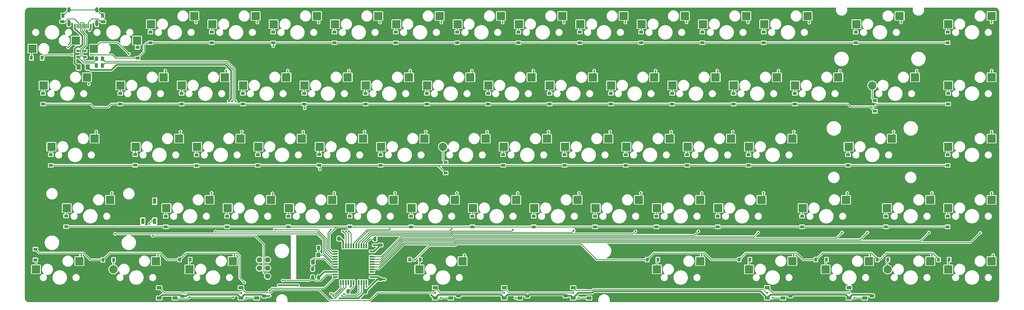
<source format=gbr>
%TF.GenerationSoftware,KiCad,Pcbnew,(5.99.0-2809-gaceed2b0a4)*%
%TF.CreationDate,2020-08-26T23:20:53-04:00*%
%TF.ProjectId,athene-pcb,61746865-6e65-42d7-9063-622e6b696361,rev?*%
%TF.SameCoordinates,Original*%
%TF.FileFunction,Copper,L2,Bot*%
%TF.FilePolarity,Positive*%
%FSLAX46Y46*%
G04 Gerber Fmt 4.6, Leading zero omitted, Abs format (unit mm)*
G04 Created by KiCad (PCBNEW (5.99.0-2809-gaceed2b0a4)) date 2020-08-26 23:20:53*
%MOMM*%
%LPD*%
G01*
G04 APERTURE LIST*
%TA.AperFunction,ComponentPad*%
%ADD10C,6.100000*%
%TD*%
%TA.AperFunction,ComponentPad*%
%ADD11C,3.300000*%
%TD*%
%TA.AperFunction,SMDPad,CuDef*%
%ADD12R,1.200000X0.900000*%
%TD*%
%TA.AperFunction,SMDPad,CuDef*%
%ADD13R,2.550000X2.500000*%
%TD*%
%TA.AperFunction,ComponentPad*%
%ADD14O,1.000000X1.600000*%
%TD*%
%TA.AperFunction,ComponentPad*%
%ADD15O,1.000000X2.100000*%
%TD*%
%TA.AperFunction,SMDPad,CuDef*%
%ADD16R,0.600000X1.450000*%
%TD*%
%TA.AperFunction,SMDPad,CuDef*%
%ADD17R,0.300000X1.450000*%
%TD*%
%TA.AperFunction,SMDPad,CuDef*%
%ADD18R,0.900000X1.200000*%
%TD*%
%TA.AperFunction,SMDPad,CuDef*%
%ADD19R,1.500000X1.000000*%
%TD*%
%TA.AperFunction,ComponentPad*%
%ADD20C,1.700000*%
%TD*%
%TA.AperFunction,ComponentPad*%
%ADD21R,1.700000X1.700000*%
%TD*%
%TA.AperFunction,SMDPad,CuDef*%
%ADD22C,2.550000*%
%TD*%
%TA.AperFunction,SMDPad,CuDef*%
%ADD23R,1.200000X1.400000*%
%TD*%
%TA.AperFunction,SMDPad,CuDef*%
%ADD24R,1.100000X1.800000*%
%TD*%
%TA.AperFunction,SMDPad,CuDef*%
%ADD25R,1.060000X0.650000*%
%TD*%
%TA.AperFunction,SMDPad,CuDef*%
%ADD26R,0.550000X1.500000*%
%TD*%
%TA.AperFunction,SMDPad,CuDef*%
%ADD27R,1.500000X0.550000*%
%TD*%
%TA.AperFunction,ViaPad*%
%ADD28C,0.600000*%
%TD*%
%TA.AperFunction,Conductor*%
%ADD29C,0.250000*%
%TD*%
%TA.AperFunction,Conductor*%
%ADD30C,0.500000*%
%TD*%
G04 APERTURE END LIST*
D10*
%TO.P,Poker_oval_hole,*%
%TO.N,GND*%
X203200000Y-101600000D03*
%TD*%
D11*
%TO.P,HOLE5,*%
%TO.N,GND*%
X282575000Y-101600000D03*
%TD*%
%TO.P,HOLE5,*%
%TO.N,GND*%
X144462500Y-63500000D03*
%TD*%
D10*
%TO.P,Poker_oval_hole,*%
%TO.N,GND*%
X40481250Y-101600000D03*
%TD*%
%TO.P,Poker_oval_hole,*%
%TO.N,GND*%
X40481250Y-44450000D03*
%TD*%
%TO.P,Poker_oval_hole,*%
%TO.N,GND*%
X276225000Y-44454000D03*
%TD*%
D12*
%TO.P,D32,1,K*%
%TO.N,ROW2*%
X51196875Y-66675000D03*
%TO.P,D32,2,A*%
%TO.N,Net-(D32-Pad2)*%
X51196875Y-63375000D03*
%TD*%
%TO.P,D13,1,K*%
%TO.N,ROW0*%
X246459375Y-28637500D03*
%TO.P,D13,2,A*%
%TO.N,Net-(D13-Pad2)*%
X246459375Y-25337500D03*
%TD*%
%TO.P,C9,1*%
%TO.N,VCC*%
%TA.AperFunction,SMDPad,CuDef*%
G36*
G01*
X66337500Y-107905666D02*
X65425000Y-107905666D01*
G75*
G02*
X65181250Y-107661916I0J243750D01*
G01*
X65181250Y-107174416D01*
G75*
G02*
X65425000Y-106930666I243750J0D01*
G01*
X66337500Y-106930666D01*
G75*
G02*
X66581250Y-107174416I0J-243750D01*
G01*
X66581250Y-107661916D01*
G75*
G02*
X66337500Y-107905666I-243750J0D01*
G01*
G37*
%TD.AperFunction*%
%TO.P,C9,2*%
%TO.N,GND*%
%TA.AperFunction,SMDPad,CuDef*%
G36*
G01*
X66337500Y-106030666D02*
X65425000Y-106030666D01*
G75*
G02*
X65181250Y-105786916I0J243750D01*
G01*
X65181250Y-105299416D01*
G75*
G02*
X65425000Y-105055666I243750J0D01*
G01*
X66337500Y-105055666D01*
G75*
G02*
X66581250Y-105299416I0J-243750D01*
G01*
X66581250Y-105786916D01*
G75*
G02*
X66337500Y-106030666I-243750J0D01*
G01*
G37*
%TD.AperFunction*%
%TD*%
%TO.P,D30,1,K*%
%TO.N,ROW1*%
X303768125Y-47687500D03*
%TO.P,D30,2,A*%
%TO.N,Net-(D30-Pad2)*%
X303768125Y-44387500D03*
%TD*%
%TO.P,C2,1*%
%TO.N,GND*%
%TA.AperFunction,SMDPad,CuDef*%
G36*
G01*
X108678625Y-98462125D02*
X108678625Y-99374625D01*
G75*
G02*
X108434875Y-99618375I-243750J0D01*
G01*
X107947375Y-99618375D01*
G75*
G02*
X107703625Y-99374625I0J243750D01*
G01*
X107703625Y-98462125D01*
G75*
G02*
X107947375Y-98218375I243750J0D01*
G01*
X108434875Y-98218375D01*
G75*
G02*
X108678625Y-98462125I0J-243750D01*
G01*
G37*
%TD.AperFunction*%
%TO.P,C2,2*%
%TO.N,Net-(C2-Pad2)*%
%TA.AperFunction,SMDPad,CuDef*%
G36*
G01*
X106803625Y-98462125D02*
X106803625Y-99374625D01*
G75*
G02*
X106559875Y-99618375I-243750J0D01*
G01*
X106072375Y-99618375D01*
G75*
G02*
X105828625Y-99374625I0J243750D01*
G01*
X105828625Y-98462125D01*
G75*
G02*
X106072375Y-98218375I243750J0D01*
G01*
X106559875Y-98218375D01*
G75*
G02*
X106803625Y-98462125I0J-243750D01*
G01*
G37*
%TD.AperFunction*%
%TD*%
D13*
%TO.P,K54,2*%
%TO.N,COL9*%
X226752500Y-77470000D03*
%TO.P,K54,1*%
%TO.N,Net-(D54-Pad2)*%
X213302500Y-80010000D03*
%TD*%
D12*
%TO.P,D6,1,K*%
%TO.N,ROW0*%
X113109375Y-28637500D03*
%TO.P,D6,2,A*%
%TO.N,Net-(D6-Pad2)*%
X113109375Y-25337500D03*
%TD*%
D14*
%TO.P,J1,13,SHIELD*%
%TO.N,Net-(C8-Pad1)*%
X30605000Y-18412500D03*
D15*
X39245000Y-22592500D03*
X30605000Y-22592500D03*
D14*
X39245000Y-18412500D03*
D16*
%TO.P,J1,12,GND*%
%TO.N,GND*%
X38150000Y-23507500D03*
%TO.P,J1,11,VBUS*%
%TO.N,VBUS*%
X37375000Y-23507500D03*
D17*
%TO.P,J1,10,CC2*%
%TO.N,Net-(J1-Pad10)*%
X36675000Y-23507500D03*
%TO.P,J1,9,SBU1*%
%TO.N,Net-(J1-Pad9)*%
X36175000Y-23507500D03*
%TO.P,J1,8,DP2*%
%TO.N,DBUS+*%
X35675000Y-23507500D03*
%TO.P,J1,7,DN1*%
%TO.N,DBUS-*%
X35175000Y-23507500D03*
%TO.P,J1,6,DP1*%
%TO.N,DBUS+*%
X34675000Y-23507500D03*
%TO.P,J1,5,DN2*%
%TO.N,DBUS-*%
X34175000Y-23507500D03*
%TO.P,J1,4,CC1*%
%TO.N,Net-(J1-Pad4)*%
X33675000Y-23507500D03*
%TO.P,J1,3,SBU2*%
%TO.N,Net-(J1-Pad3)*%
X33175000Y-23507500D03*
D16*
%TO.P,J1,2,VBUS*%
%TO.N,VBUS*%
X32475000Y-23507500D03*
%TO.P,J1,1,GND*%
%TO.N,GND*%
X31700000Y-23507500D03*
%TD*%
D12*
%TO.P,D5,1,K*%
%TO.N,ROW0*%
X94059375Y-28637500D03*
%TO.P,D5,2,A*%
%TO.N,Net-(D5-Pad2)*%
X94059375Y-25337500D03*
%TD*%
D13*
%TO.P,K14,2*%
%TO.N,COL13*%
X288665000Y-20320000D03*
%TO.P,K14,1*%
%TO.N,Net-(D14-Pad2)*%
X275215000Y-22860000D03*
%TD*%
D12*
%TO.P,D3,1,K*%
%TO.N,ROW0*%
X55959375Y-28637500D03*
%TO.P,D3,2,A*%
%TO.N,Net-(D3-Pad2)*%
X55959375Y-25337500D03*
%TD*%
%TO.P,D40,1,K*%
%TO.N,ROW2*%
X203596875Y-66737500D03*
%TO.P,D40,2,A*%
%TO.N,Net-(D40-Pad2)*%
X203596875Y-63437500D03*
%TD*%
%TO.P,D7,1,K*%
%TO.N,ROW0*%
X132159375Y-28637500D03*
%TO.P,D7,2,A*%
%TO.N,Net-(D7-Pad2)*%
X132159375Y-25337500D03*
%TD*%
D13*
%TO.P,K58,2*%
%TO.N,COL14*%
X317240000Y-77470000D03*
%TO.P,K58,1*%
%TO.N,Net-(D58-Pad2)*%
X303790000Y-80010000D03*
%TD*%
%TO.P,K24,2*%
%TO.N,COL8*%
X193415000Y-39370000D03*
%TO.P,K24,1*%
%TO.N,Net-(D24-Pad2)*%
X179965000Y-41910000D03*
%TD*%
D12*
%TO.P,D25,1,K*%
%TO.N,ROW1*%
X198993125Y-47687500D03*
%TO.P,D25,2,A*%
%TO.N,Net-(D25-Pad2)*%
X198993125Y-44387500D03*
%TD*%
%TO.P,D27,1,K*%
%TO.N,ROW1*%
X237093125Y-47687500D03*
%TO.P,D27,2,A*%
%TO.N,Net-(D27-Pad2)*%
X237093125Y-44387500D03*
%TD*%
%TO.P,D43,1,K*%
%TO.N,ROW2*%
X272653125Y-66737500D03*
%TO.P,D43,2,A*%
%TO.N,Net-(D43-Pad2)*%
X272653125Y-63437500D03*
%TD*%
%TO.P,C6,1*%
%TO.N,VCC*%
%TA.AperFunction,SMDPad,CuDef*%
G36*
G01*
X126924750Y-91031000D02*
X127837250Y-91031000D01*
G75*
G02*
X128081000Y-91274750I0J-243750D01*
G01*
X128081000Y-91762250D01*
G75*
G02*
X127837250Y-92006000I-243750J0D01*
G01*
X126924750Y-92006000D01*
G75*
G02*
X126681000Y-91762250I0J243750D01*
G01*
X126681000Y-91274750D01*
G75*
G02*
X126924750Y-91031000I243750J0D01*
G01*
G37*
%TD.AperFunction*%
%TO.P,C6,2*%
%TO.N,GND*%
%TA.AperFunction,SMDPad,CuDef*%
G36*
G01*
X126924750Y-92906000D02*
X127837250Y-92906000D01*
G75*
G02*
X128081000Y-93149750I0J-243750D01*
G01*
X128081000Y-93637250D01*
G75*
G02*
X127837250Y-93881000I-243750J0D01*
G01*
X126924750Y-93881000D01*
G75*
G02*
X126681000Y-93637250I0J243750D01*
G01*
X126681000Y-93149750D01*
G75*
G02*
X126924750Y-92906000I243750J0D01*
G01*
G37*
%TD.AperFunction*%
%TD*%
D13*
%TO.P,K51,2*%
%TO.N,COL6*%
X169602500Y-77470000D03*
%TO.P,K51,1*%
%TO.N,Net-(D51-Pad2)*%
X156152500Y-80010000D03*
%TD*%
D12*
%TO.P,D2,1,K*%
%TO.N,ROW0*%
X51990625Y-33400000D03*
%TO.P,D2,2,A*%
%TO.N,Net-(D2-Pad2)*%
X51990625Y-30100000D03*
%TD*%
D13*
%TO.P,K22,2*%
%TO.N,COL6*%
X155315000Y-39370000D03*
%TO.P,K22,1*%
%TO.N,Net-(D22-Pad2)*%
X141865000Y-41910000D03*
%TD*%
D12*
%TO.P,D49,1,K*%
%TO.N,ROW3*%
X117871875Y-85850000D03*
%TO.P,D49,2,A*%
%TO.N,Net-(D49-Pad2)*%
X117871875Y-82550000D03*
%TD*%
D13*
%TO.P,K59,2*%
%TO.N,COL0*%
X33871250Y-96520000D03*
%TO.P,K59,1*%
%TO.N,Net-(D59-Pad2)*%
X20421250Y-99060000D03*
%TD*%
%TO.P,K15,2*%
%TO.N,COL14*%
X317240000Y-20320000D03*
%TO.P,K15,1*%
%TO.N,Net-(D15-Pad2)*%
X303790000Y-22860000D03*
%TD*%
D12*
%TO.P,D50,1,K*%
%TO.N,ROW3*%
X136921875Y-85850000D03*
%TO.P,D50,2,A*%
%TO.N,Net-(D50-Pad2)*%
X136921875Y-82550000D03*
%TD*%
D18*
%TO.P,D1,1,K*%
%TO.N,ROW0*%
X22294326Y-33337500D03*
%TO.P,D1,2,A*%
%TO.N,Net-(D1-Pad2)*%
X18994326Y-33337500D03*
%TD*%
D13*
%TO.P,K6,2*%
%TO.N,COL5*%
X126740000Y-20320000D03*
%TO.P,K6,1*%
%TO.N,Net-(D6-Pad2)*%
X113290000Y-22860000D03*
%TD*%
%TO.P,K55,2*%
%TO.N,COL10*%
X245802500Y-77470000D03*
%TO.P,K55,1*%
%TO.N,Net-(D55-Pad2)*%
X232352500Y-80010000D03*
%TD*%
D12*
%TO.P,D38,1,K*%
%TO.N,ROW2*%
X165496875Y-66737500D03*
%TO.P,D38,2,A*%
%TO.N,Net-(D38-Pad2)*%
X165496875Y-63437500D03*
%TD*%
%TO.P,D36,1,K*%
%TO.N,ROW2*%
X127396875Y-66737500D03*
%TO.P,D36,2,A*%
%TO.N,Net-(D36-Pad2)*%
X127396875Y-63437500D03*
%TD*%
D13*
%TO.P,K9,2*%
%TO.N,COL8*%
X183890000Y-20320000D03*
%TO.P,K9,1*%
%TO.N,Net-(D9-Pad2)*%
X170440000Y-22860000D03*
%TD*%
%TO.P,K53,2*%
%TO.N,COL8*%
X207702500Y-77470000D03*
%TO.P,K53,1*%
%TO.N,Net-(D53-Pad2)*%
X194252500Y-80010000D03*
%TD*%
D19*
%TO.P,RGB3,1,VSS*%
%TO.N,GND*%
X149293750Y-104762500D03*
%TO.P,RGB3,2,DIN*%
%TO.N,Net-(RGB2-Pad4)*%
X149293750Y-107962500D03*
%TO.P,RGB3,3,VDD*%
%TO.N,VCC*%
X144393750Y-107962500D03*
%TO.P,RGB3,4,DOUT*%
%TO.N,Net-(RGB3-Pad4)*%
X144393750Y-104762500D03*
%TD*%
D13*
%TO.P,K31,2*%
%TO.N,COL0*%
X38633750Y-58420000D03*
%TO.P,K31,1*%
%TO.N,Net-(D31-Pad2)*%
X25183750Y-60960000D03*
%TD*%
D12*
%TO.P,D46,1,K*%
%TO.N,ROW3*%
X60721875Y-85850000D03*
%TO.P,D46,2,A*%
%TO.N,Net-(D46-Pad2)*%
X60721875Y-82550000D03*
%TD*%
%TO.P,D16,1,K*%
%TO.N,ROW1*%
X22621875Y-47687500D03*
%TO.P,D16,2,A*%
%TO.N,Net-(D16-Pad2)*%
X22621875Y-44387500D03*
%TD*%
%TO.P,R4,1*%
%TO.N,DBUS-*%
%TA.AperFunction,SMDPad,CuDef*%
G36*
G01*
X38669804Y-36167707D02*
X38669804Y-35255207D01*
G75*
G02*
X38913554Y-35011457I243750J0D01*
G01*
X39401054Y-35011457D01*
G75*
G02*
X39644804Y-35255207I0J-243750D01*
G01*
X39644804Y-36167707D01*
G75*
G02*
X39401054Y-36411457I-243750J0D01*
G01*
X38913554Y-36411457D01*
G75*
G02*
X38669804Y-36167707I0J243750D01*
G01*
G37*
%TD.AperFunction*%
%TO.P,R4,2*%
%TO.N,D-*%
%TA.AperFunction,SMDPad,CuDef*%
G36*
G01*
X40544804Y-36167707D02*
X40544804Y-35255207D01*
G75*
G02*
X40788554Y-35011457I243750J0D01*
G01*
X41276054Y-35011457D01*
G75*
G02*
X41519804Y-35255207I0J-243750D01*
G01*
X41519804Y-36167707D01*
G75*
G02*
X41276054Y-36411457I-243750J0D01*
G01*
X40788554Y-36411457D01*
G75*
G02*
X40544804Y-36167707I0J243750D01*
G01*
G37*
%TD.AperFunction*%
%TD*%
D13*
%TO.P,K28,2*%
%TO.N,COL12*%
X269615000Y-39370000D03*
%TO.P,K28,1*%
%TO.N,Net-(D28-Pad2)*%
X256165000Y-41910000D03*
%TD*%
D12*
%TO.P,D39,1,K*%
%TO.N,ROW2*%
X184546875Y-66737500D03*
%TO.P,D39,2,A*%
%TO.N,Net-(D39-Pad2)*%
X184546875Y-63437500D03*
%TD*%
%TO.P,D58,1,K*%
%TO.N,ROW3*%
X303609375Y-85850000D03*
%TO.P,D58,2,A*%
%TO.N,Net-(D58-Pad2)*%
X303609375Y-82550000D03*
%TD*%
D13*
%TO.P,K30,2*%
%TO.N,COL14*%
X317240000Y-39370000D03*
%TO.P,K30,1*%
%TO.N,Net-(D30-Pad2)*%
X303790000Y-41910000D03*
%TD*%
%TO.P,R5,1*%
%TO.N,VCC*%
%TA.AperFunction,SMDPad,CuDef*%
G36*
G01*
X108678625Y-101143750D02*
X108678625Y-102056250D01*
G75*
G02*
X108434875Y-102300000I-243750J0D01*
G01*
X107947375Y-102300000D01*
G75*
G02*
X107703625Y-102056250I0J243750D01*
G01*
X107703625Y-101143750D01*
G75*
G02*
X107947375Y-100900000I243750J0D01*
G01*
X108434875Y-100900000D01*
G75*
G02*
X108678625Y-101143750I0J-243750D01*
G01*
G37*
%TD.AperFunction*%
%TO.P,R5,2*%
%TO.N,RST*%
%TA.AperFunction,SMDPad,CuDef*%
G36*
G01*
X106803625Y-101143750D02*
X106803625Y-102056250D01*
G75*
G02*
X106559875Y-102300000I-243750J0D01*
G01*
X106072375Y-102300000D01*
G75*
G02*
X105828625Y-102056250I0J243750D01*
G01*
X105828625Y-101143750D01*
G75*
G02*
X106072375Y-100900000I243750J0D01*
G01*
X106559875Y-100900000D01*
G75*
G02*
X106803625Y-101143750I0J-243750D01*
G01*
G37*
%TD.AperFunction*%
%TD*%
D12*
%TO.P,D14,1,K*%
%TO.N,ROW0*%
X275034375Y-28637500D03*
%TO.P,D14,2,A*%
%TO.N,Net-(D14-Pad2)*%
X275034375Y-25337500D03*
%TD*%
%TO.P,D53,1,K*%
%TO.N,ROW3*%
X194071875Y-85850000D03*
%TO.P,D53,2,A*%
%TO.N,Net-(D53-Pad2)*%
X194071875Y-82550000D03*
%TD*%
%TO.P,D26,1,K*%
%TO.N,ROW1*%
X218043125Y-47687500D03*
%TO.P,D26,2,A*%
%TO.N,Net-(D26-Pad2)*%
X218043125Y-44387500D03*
%TD*%
%TO.P,D19,1,K*%
%TO.N,ROW1*%
X84693125Y-47687500D03*
%TO.P,D19,2,A*%
%TO.N,Net-(D19-Pad2)*%
X84693125Y-44387500D03*
%TD*%
D13*
%TO.P,K23,2*%
%TO.N,COL7*%
X174365000Y-39370000D03*
%TO.P,K23,1*%
%TO.N,Net-(D23-Pad2)*%
X160915000Y-41910000D03*
%TD*%
D19*
%TO.P,RGB6,1,VSS*%
%TO.N,GND*%
X252481250Y-104762500D03*
%TO.P,RGB6,2,DIN*%
%TO.N,Net-(RGB5-Pad4)*%
X252481250Y-107962500D03*
%TO.P,RGB6,3,VDD*%
%TO.N,VCC*%
X247581250Y-107962500D03*
%TO.P,RGB6,4,DOUT*%
%TO.N,Net-(RGB6-Pad4)*%
X247581250Y-104762500D03*
%TD*%
D20*
%TO.P,J2,1,MISO*%
%TO.N,MISO*%
X92329000Y-96139000D03*
%TO.P,J2,2,VCC*%
%TO.N,VCC*%
X89789000Y-96139000D03*
%TO.P,J2,3,SCK*%
%TO.N,SCLK*%
X92329000Y-98679000D03*
%TO.P,J2,4,MOSI*%
%TO.N,MOSI*%
X89789000Y-98679000D03*
%TO.P,J2,5,~RST*%
%TO.N,RST*%
X92329000Y-101219000D03*
D21*
%TO.P,J2,6,GND*%
%TO.N,GND*%
X89789000Y-101219000D03*
%TD*%
D12*
%TO.P,D57,1,K*%
%TO.N,ROW3*%
X284400625Y-85850000D03*
%TO.P,D57,2,A*%
%TO.N,Net-(D57-Pad2)*%
X284400625Y-82550000D03*
%TD*%
%TO.P,D29,1,K*%
%TO.N,ROW1*%
X281026707Y-49912180D03*
%TO.P,D29,2,A*%
%TO.N,Net-(D29-Pad2)*%
X281026707Y-46612180D03*
%TD*%
%TO.P,R7,1*%
%TO.N,GND*%
%TA.AperFunction,SMDPad,CuDef*%
G36*
G01*
X26388000Y-20649250D02*
X26388000Y-19736750D01*
G75*
G02*
X26631750Y-19493000I243750J0D01*
G01*
X27119250Y-19493000D01*
G75*
G02*
X27363000Y-19736750I0J-243750D01*
G01*
X27363000Y-20649250D01*
G75*
G02*
X27119250Y-20893000I-243750J0D01*
G01*
X26631750Y-20893000D01*
G75*
G02*
X26388000Y-20649250I0J243750D01*
G01*
G37*
%TD.AperFunction*%
%TO.P,R7,2*%
%TO.N,Net-(C8-Pad1)*%
%TA.AperFunction,SMDPad,CuDef*%
G36*
G01*
X28263000Y-20649250D02*
X28263000Y-19736750D01*
G75*
G02*
X28506750Y-19493000I243750J0D01*
G01*
X28994250Y-19493000D01*
G75*
G02*
X29238000Y-19736750I0J-243750D01*
G01*
X29238000Y-20649250D01*
G75*
G02*
X28994250Y-20893000I-243750J0D01*
G01*
X28506750Y-20893000D01*
G75*
G02*
X28263000Y-20649250I0J243750D01*
G01*
G37*
%TD.AperFunction*%
%TD*%
D13*
%TO.P,K17,2*%
%TO.N,COL1*%
X60065000Y-39370000D03*
%TO.P,K17,1*%
%TO.N,Net-(D17-Pad2)*%
X46615000Y-41910000D03*
%TD*%
%TO.P,K26,2*%
%TO.N,COL10*%
X231515000Y-39370000D03*
%TO.P,K26,1*%
%TO.N,Net-(D26-Pad2)*%
X218065000Y-41910000D03*
%TD*%
D18*
%TO.P,D63,1,K*%
%TO.N,ROW4*%
X210281250Y-96043750D03*
%TO.P,D63,2,A*%
%TO.N,Net-(D63-Pad2)*%
X213581250Y-96043750D03*
%TD*%
D12*
%TO.P,D45,1,K*%
%TO.N,ROW3*%
X29765625Y-85787500D03*
%TO.P,D45,2,A*%
%TO.N,Net-(D45-Pad2)*%
X29765625Y-82487500D03*
%TD*%
%TO.P,D47,1,K*%
%TO.N,ROW3*%
X79771875Y-85850000D03*
%TO.P,D47,2,A*%
%TO.N,Net-(D47-Pad2)*%
X79771875Y-82550000D03*
%TD*%
D13*
%TO.P,K61,2*%
%TO.N,COL2*%
X81496250Y-96520000D03*
%TO.P,K61,1*%
%TO.N,Net-(D61-Pad2)*%
X68046250Y-99060000D03*
%TD*%
D19*
%TO.P,RGB2,1,VSS*%
%TO.N,GND*%
X88968750Y-104762500D03*
%TO.P,RGB2,2,DIN*%
%TO.N,Net-(RGB1-Pad4)*%
X88968750Y-107962500D03*
%TO.P,RGB2,3,VDD*%
%TO.N,VCC*%
X84068750Y-107962500D03*
%TO.P,RGB2,4,DOUT*%
%TO.N,Net-(RGB2-Pad4)*%
X84068750Y-104762500D03*
%TD*%
D13*
%TO.P,K5,2*%
%TO.N,COL4*%
X107690000Y-20320000D03*
%TO.P,K5,1*%
%TO.N,Net-(D5-Pad2)*%
X94240000Y-22860000D03*
%TD*%
D12*
%TO.P,D56,1,K*%
%TO.N,ROW3*%
X258365625Y-85850000D03*
%TO.P,D56,2,A*%
%TO.N,Net-(D56-Pad2)*%
X258365625Y-82550000D03*
%TD*%
D13*
%TO.P,K29,2*%
%TO.N,COL13*%
X293427500Y-39370000D03*
D22*
%TO.P,K29,1*%
%TO.N,Net-(D29-Pad2)*%
X280193750Y-41910000D03*
%TD*%
%TO.P,R3,1*%
%TO.N,DBUS+*%
%TA.AperFunction,SMDPad,CuDef*%
G36*
G01*
X38688031Y-34073511D02*
X38688031Y-33161011D01*
G75*
G02*
X38931781Y-32917261I243750J0D01*
G01*
X39419281Y-32917261D01*
G75*
G02*
X39663031Y-33161011I0J-243750D01*
G01*
X39663031Y-34073511D01*
G75*
G02*
X39419281Y-34317261I-243750J0D01*
G01*
X38931781Y-34317261D01*
G75*
G02*
X38688031Y-34073511I0J243750D01*
G01*
G37*
%TD.AperFunction*%
%TO.P,R3,2*%
%TO.N,D+*%
%TA.AperFunction,SMDPad,CuDef*%
G36*
G01*
X40563031Y-34073511D02*
X40563031Y-33161011D01*
G75*
G02*
X40806781Y-32917261I243750J0D01*
G01*
X41294281Y-32917261D01*
G75*
G02*
X41538031Y-33161011I0J-243750D01*
G01*
X41538031Y-34073511D01*
G75*
G02*
X41294281Y-34317261I-243750J0D01*
G01*
X40806781Y-34317261D01*
G75*
G02*
X40563031Y-34073511I0J243750D01*
G01*
G37*
%TD.AperFunction*%
%TD*%
%TO.P,C15,1*%
%TO.N,VCC*%
%TA.AperFunction,SMDPad,CuDef*%
G36*
G01*
X280549319Y-107787500D02*
X279636819Y-107787500D01*
G75*
G02*
X279393069Y-107543750I0J243750D01*
G01*
X279393069Y-107056250D01*
G75*
G02*
X279636819Y-106812500I243750J0D01*
G01*
X280549319Y-106812500D01*
G75*
G02*
X280793069Y-107056250I0J-243750D01*
G01*
X280793069Y-107543750D01*
G75*
G02*
X280549319Y-107787500I-243750J0D01*
G01*
G37*
%TD.AperFunction*%
%TO.P,C15,2*%
%TO.N,GND*%
%TA.AperFunction,SMDPad,CuDef*%
G36*
G01*
X280549319Y-105912500D02*
X279636819Y-105912500D01*
G75*
G02*
X279393069Y-105668750I0J243750D01*
G01*
X279393069Y-105181250D01*
G75*
G02*
X279636819Y-104937500I243750J0D01*
G01*
X280549319Y-104937500D01*
G75*
G02*
X280793069Y-105181250I0J-243750D01*
G01*
X280793069Y-105668750D01*
G75*
G02*
X280549319Y-105912500I-243750J0D01*
G01*
G37*
%TD.AperFunction*%
%TD*%
D13*
%TO.P,K47,2*%
%TO.N,COL2*%
X93402500Y-77470000D03*
%TO.P,K47,1*%
%TO.N,Net-(D47-Pad2)*%
X79952500Y-80010000D03*
%TD*%
D12*
%TO.P,D21,1,K*%
%TO.N,ROW1*%
X122793125Y-47687500D03*
%TO.P,D21,2,A*%
%TO.N,Net-(D21-Pad2)*%
X122793125Y-44387500D03*
%TD*%
D13*
%TO.P,K64,2*%
%TO.N,COL10*%
X255327500Y-96520000D03*
%TO.P,K64,1*%
%TO.N,Net-(D64-Pad2)*%
X241877500Y-99060000D03*
%TD*%
%TO.P,K2,2*%
%TO.N,COL1*%
X38360000Y-30480000D03*
%TO.P,K2,1*%
%TO.N,Net-(D2-Pad2)*%
X51810000Y-27940000D03*
%TD*%
%TO.P,K42,2*%
%TO.N,COL11*%
X255327500Y-58420000D03*
%TO.P,K42,1*%
%TO.N,Net-(D42-Pad2)*%
X241877500Y-60960000D03*
%TD*%
D12*
%TO.P,D23,1,K*%
%TO.N,ROW1*%
X160893125Y-47687500D03*
%TO.P,D23,2,A*%
%TO.N,Net-(D23-Pad2)*%
X160893125Y-44387500D03*
%TD*%
D19*
%TO.P,RGB5,1,VSS*%
%TO.N,GND*%
X192156250Y-104762500D03*
%TO.P,RGB5,2,DIN*%
%TO.N,Net-(RGB4-Pad4)*%
X192156250Y-107962500D03*
%TO.P,RGB5,3,VDD*%
%TO.N,VCC*%
X187256250Y-107962500D03*
%TO.P,RGB5,4,DOUT*%
%TO.N,Net-(RGB5-Pad4)*%
X187256250Y-104762500D03*
%TD*%
D13*
%TO.P,K38,2*%
%TO.N,COL7*%
X179127500Y-58420000D03*
%TO.P,K38,1*%
%TO.N,Net-(D38-Pad2)*%
X165677500Y-60960000D03*
%TD*%
D23*
%TO.P,Y1,1,1*%
%TO.N,Net-(C2-Pad2)*%
X106403625Y-96788375D03*
%TO.P,Y1,2,2*%
%TO.N,GND*%
X106403625Y-94588375D03*
%TO.P,Y1,3,3*%
%TO.N,Net-(C1-Pad2)*%
X108103625Y-94588375D03*
%TO.P,Y1,4,4*%
%TO.N,GND*%
X108103625Y-96788375D03*
%TD*%
D13*
%TO.P,K20,2*%
%TO.N,COL4*%
X117215000Y-39370000D03*
%TO.P,K20,1*%
%TO.N,Net-(D20-Pad2)*%
X103765000Y-41910000D03*
%TD*%
%TO.P,K52,2*%
%TO.N,COL7*%
X188652500Y-77470000D03*
%TO.P,K52,1*%
%TO.N,Net-(D52-Pad2)*%
X175202500Y-80010000D03*
%TD*%
D12*
%TO.P,D59,1,K*%
%TO.N,ROW4*%
X20240625Y-92806250D03*
%TO.P,D59,2,A*%
%TO.N,Net-(D59-Pad2)*%
X20240625Y-96106250D03*
%TD*%
%TO.P,D15,1,K*%
%TO.N,ROW0*%
X303609375Y-28637500D03*
%TO.P,D15,2,A*%
%TO.N,Net-(D15-Pad2)*%
X303609375Y-25337500D03*
%TD*%
D13*
%TO.P,K27,2*%
%TO.N,COL11*%
X250565000Y-39370000D03*
%TO.P,K27,1*%
%TO.N,Net-(D27-Pad2)*%
X237115000Y-41910000D03*
%TD*%
%TO.P,K4,2*%
%TO.N,COL3*%
X88640000Y-20320000D03*
%TO.P,K4,1*%
%TO.N,Net-(D4-Pad2)*%
X75190000Y-22860000D03*
%TD*%
%TO.P,C10,1*%
%TO.N,VCC*%
%TA.AperFunction,SMDPad,CuDef*%
G36*
G01*
X91737500Y-107857200D02*
X90825000Y-107857200D01*
G75*
G02*
X90581250Y-107613450I0J243750D01*
G01*
X90581250Y-107125950D01*
G75*
G02*
X90825000Y-106882200I243750J0D01*
G01*
X91737500Y-106882200D01*
G75*
G02*
X91981250Y-107125950I0J-243750D01*
G01*
X91981250Y-107613450D01*
G75*
G02*
X91737500Y-107857200I-243750J0D01*
G01*
G37*
%TD.AperFunction*%
%TO.P,C10,2*%
%TO.N,GND*%
%TA.AperFunction,SMDPad,CuDef*%
G36*
G01*
X91737500Y-105982200D02*
X90825000Y-105982200D01*
G75*
G02*
X90581250Y-105738450I0J243750D01*
G01*
X90581250Y-105250950D01*
G75*
G02*
X90825000Y-105007200I243750J0D01*
G01*
X91737500Y-105007200D01*
G75*
G02*
X91981250Y-105250950I0J-243750D01*
G01*
X91981250Y-105738450D01*
G75*
G02*
X91737500Y-105982200I-243750J0D01*
G01*
G37*
%TD.AperFunction*%
%TD*%
%TO.P,K48,2*%
%TO.N,COL3*%
X112452500Y-77470000D03*
%TO.P,K48,1*%
%TO.N,Net-(D48-Pad2)*%
X99002500Y-80010000D03*
%TD*%
%TO.P,K49,2*%
%TO.N,COL4*%
X131502500Y-77470000D03*
%TO.P,K49,1*%
%TO.N,Net-(D49-Pad2)*%
X118052500Y-80010000D03*
%TD*%
D12*
%TO.P,D12,1,K*%
%TO.N,ROW0*%
X227409375Y-28637500D03*
%TO.P,D12,2,A*%
%TO.N,Net-(D12-Pad2)*%
X227409375Y-25337500D03*
%TD*%
%TO.P,D42,1,K*%
%TO.N,ROW2*%
X241696875Y-66737500D03*
%TO.P,D42,2,A*%
%TO.N,Net-(D42-Pad2)*%
X241696875Y-63437500D03*
%TD*%
D24*
%TO.P,S1,4*%
%TO.N,N/C*%
X53564353Y-84062500D03*
%TO.P,S1,3*%
X57264353Y-77862500D03*
%TO.P,S1,2,2*%
%TO.N,RST*%
X57264353Y-84062500D03*
%TO.P,S1,1,1*%
%TO.N,GND*%
X53564353Y-77862500D03*
%TD*%
D13*
%TO.P,K41,2*%
%TO.N,COL10*%
X236277500Y-58420000D03*
%TO.P,K41,1*%
%TO.N,Net-(D41-Pad2)*%
X222827500Y-60960000D03*
%TD*%
%TO.P,K33,2*%
%TO.N,COL2*%
X83877500Y-58420000D03*
%TO.P,K33,1*%
%TO.N,Net-(D33-Pad2)*%
X70427500Y-60960000D03*
%TD*%
%TO.P,K1,2*%
%TO.N,Net-(D1-Pad2)*%
X19310000Y-30480000D03*
%TO.P,K1,1*%
%TO.N,COL0*%
X32760000Y-27940000D03*
%TD*%
D12*
%TO.P,D48,1,K*%
%TO.N,ROW3*%
X98821875Y-85850000D03*
%TO.P,D48,2,A*%
%TO.N,Net-(D48-Pad2)*%
X98821875Y-82550000D03*
%TD*%
D13*
%TO.P,K32,2*%
%TO.N,COL1*%
X64827500Y-58420000D03*
%TO.P,K32,1*%
%TO.N,Net-(D32-Pad2)*%
X51377500Y-60960000D03*
%TD*%
D12*
%TO.P,D28,1,K*%
%TO.N,ROW1*%
X256143125Y-47687500D03*
%TO.P,D28,2,A*%
%TO.N,Net-(D28-Pad2)*%
X256143125Y-44387500D03*
%TD*%
D13*
%TO.P,K19,2*%
%TO.N,COL3*%
X98165000Y-39370000D03*
%TO.P,K19,1*%
%TO.N,Net-(D19-Pad2)*%
X84715000Y-41910000D03*
%TD*%
%TO.P,K18,2*%
%TO.N,COL2*%
X79115000Y-39370000D03*
%TO.P,K18,1*%
%TO.N,Net-(D18-Pad2)*%
X65665000Y-41910000D03*
%TD*%
D18*
%TO.P,D65,1,K*%
%TO.N,ROW4*%
X262668750Y-96043750D03*
%TO.P,D65,2,A*%
%TO.N,Net-(D65-Pad2)*%
X265968750Y-96043750D03*
%TD*%
%TO.P,C3,1*%
%TO.N,GND*%
%TA.AperFunction,SMDPad,CuDef*%
G36*
G01*
X119718669Y-105461750D02*
X119718669Y-106374250D01*
G75*
G02*
X119474919Y-106618000I-243750J0D01*
G01*
X118987419Y-106618000D01*
G75*
G02*
X118743669Y-106374250I0J243750D01*
G01*
X118743669Y-105461750D01*
G75*
G02*
X118987419Y-105218000I243750J0D01*
G01*
X119474919Y-105218000D01*
G75*
G02*
X119718669Y-105461750I0J-243750D01*
G01*
G37*
%TD.AperFunction*%
%TO.P,C3,2*%
%TO.N,Net-(C3-Pad2)*%
%TA.AperFunction,SMDPad,CuDef*%
G36*
G01*
X117843669Y-105461750D02*
X117843669Y-106374250D01*
G75*
G02*
X117599919Y-106618000I-243750J0D01*
G01*
X117112419Y-106618000D01*
G75*
G02*
X116868669Y-106374250I0J243750D01*
G01*
X116868669Y-105461750D01*
G75*
G02*
X117112419Y-105218000I243750J0D01*
G01*
X117599919Y-105218000D01*
G75*
G02*
X117843669Y-105461750I0J-243750D01*
G01*
G37*
%TD.AperFunction*%
%TD*%
D13*
%TO.P,K25,2*%
%TO.N,COL9*%
X212465000Y-39370000D03*
%TO.P,K25,1*%
%TO.N,Net-(D25-Pad2)*%
X199015000Y-41910000D03*
%TD*%
D12*
%TO.P,D20,1,K*%
%TO.N,ROW1*%
X103743125Y-47687500D03*
%TO.P,D20,2,A*%
%TO.N,Net-(D20-Pad2)*%
X103743125Y-44387500D03*
%TD*%
%TO.P,F1,1*%
%TO.N,VBUS*%
%TA.AperFunction,SMDPad,CuDef*%
G36*
G01*
X33047596Y-36820634D02*
X33047596Y-35570634D01*
G75*
G02*
X33297596Y-35320634I250000J0D01*
G01*
X34047596Y-35320634D01*
G75*
G02*
X34297596Y-35570634I0J-250000D01*
G01*
X34297596Y-36820634D01*
G75*
G02*
X34047596Y-37070634I-250000J0D01*
G01*
X33297596Y-37070634D01*
G75*
G02*
X33047596Y-36820634I0J250000D01*
G01*
G37*
%TD.AperFunction*%
%TO.P,F1,2*%
%TO.N,VCC*%
%TA.AperFunction,SMDPad,CuDef*%
G36*
G01*
X35847596Y-36820634D02*
X35847596Y-35570634D01*
G75*
G02*
X36097596Y-35320634I250000J0D01*
G01*
X36847596Y-35320634D01*
G75*
G02*
X37097596Y-35570634I0J-250000D01*
G01*
X37097596Y-36820634D01*
G75*
G02*
X36847596Y-37070634I-250000J0D01*
G01*
X36097596Y-37070634D01*
G75*
G02*
X35847596Y-36820634I0J250000D01*
G01*
G37*
%TD.AperFunction*%
%TD*%
D19*
%TO.P,RGB7,1,VSS*%
%TO.N,GND*%
X277881250Y-104762500D03*
%TO.P,RGB7,2,DIN*%
%TO.N,Net-(RGB6-Pad4)*%
X277881250Y-107962500D03*
%TO.P,RGB7,3,VDD*%
%TO.N,VCC*%
X272981250Y-107962500D03*
%TO.P,RGB7,4,DOUT*%
%TO.N,Net-(RGB7-Pad4)*%
X272981250Y-104762500D03*
%TD*%
D13*
%TO.P,K50,2*%
%TO.N,COL5*%
X150552500Y-77470000D03*
%TO.P,K50,1*%
%TO.N,Net-(D50-Pad2)*%
X137102500Y-80010000D03*
%TD*%
%TO.P,K45,2*%
%TO.N,COL0*%
X43396250Y-77470000D03*
%TO.P,K45,1*%
%TO.N,Net-(D45-Pad2)*%
X29946250Y-80010000D03*
%TD*%
%TO.P,K36,2*%
%TO.N,COL5*%
X141027500Y-58420000D03*
%TO.P,K36,1*%
%TO.N,Net-(D36-Pad2)*%
X127577500Y-60960000D03*
%TD*%
%TO.P,K39,2*%
%TO.N,COL8*%
X198177500Y-58420000D03*
%TO.P,K39,1*%
%TO.N,Net-(D39-Pad2)*%
X184727500Y-60960000D03*
%TD*%
D12*
%TO.P,D52,1,K*%
%TO.N,ROW3*%
X175021875Y-85850000D03*
%TO.P,D52,2,A*%
%TO.N,Net-(D52-Pad2)*%
X175021875Y-82550000D03*
%TD*%
%TO.P,D22,1,K*%
%TO.N,ROW1*%
X141843125Y-47687500D03*
%TO.P,D22,2,A*%
%TO.N,Net-(D22-Pad2)*%
X141843125Y-44387500D03*
%TD*%
D13*
%TO.P,K3,2*%
%TO.N,COL2*%
X69590000Y-20320000D03*
%TO.P,K3,1*%
%TO.N,Net-(D3-Pad2)*%
X56140000Y-22860000D03*
%TD*%
D18*
%TO.P,D62,1,K*%
%TO.N,ROW4*%
X136462500Y-96043750D03*
%TO.P,D62,2,A*%
%TO.N,Net-(D62-Pad2)*%
X139762500Y-96043750D03*
%TD*%
%TO.P,R6,1*%
%TO.N,GND*%
%TA.AperFunction,SMDPad,CuDef*%
G36*
G01*
X128063108Y-89212051D02*
X128063108Y-90124551D01*
G75*
G02*
X127819358Y-90368301I-243750J0D01*
G01*
X127331858Y-90368301D01*
G75*
G02*
X127088108Y-90124551I0J243750D01*
G01*
X127088108Y-89212051D01*
G75*
G02*
X127331858Y-88968301I243750J0D01*
G01*
X127819358Y-88968301D01*
G75*
G02*
X128063108Y-89212051I0J-243750D01*
G01*
G37*
%TD.AperFunction*%
%TO.P,R6,2*%
%TO.N,Net-(R6-Pad2)*%
%TA.AperFunction,SMDPad,CuDef*%
G36*
G01*
X126188108Y-89212051D02*
X126188108Y-90124551D01*
G75*
G02*
X125944358Y-90368301I-243750J0D01*
G01*
X125456858Y-90368301D01*
G75*
G02*
X125213108Y-90124551I0J243750D01*
G01*
X125213108Y-89212051D01*
G75*
G02*
X125456858Y-88968301I243750J0D01*
G01*
X125944358Y-88968301D01*
G75*
G02*
X126188108Y-89212051I0J-243750D01*
G01*
G37*
%TD.AperFunction*%
%TD*%
D13*
%TO.P,K37,2*%
%TO.N,COL6*%
X160077500Y-58420000D03*
D22*
%TO.P,K37,1*%
%TO.N,Net-(D37-Pad2)*%
X146843750Y-60960000D03*
%TD*%
%TO.P,C1,1*%
%TO.N,GND*%
%TA.AperFunction,SMDPad,CuDef*%
G36*
G01*
X105828625Y-92874625D02*
X105828625Y-91962125D01*
G75*
G02*
X106072375Y-91718375I243750J0D01*
G01*
X106559875Y-91718375D01*
G75*
G02*
X106803625Y-91962125I0J-243750D01*
G01*
X106803625Y-92874625D01*
G75*
G02*
X106559875Y-93118375I-243750J0D01*
G01*
X106072375Y-93118375D01*
G75*
G02*
X105828625Y-92874625I0J243750D01*
G01*
G37*
%TD.AperFunction*%
%TO.P,C1,2*%
%TO.N,Net-(C1-Pad2)*%
%TA.AperFunction,SMDPad,CuDef*%
G36*
G01*
X107703625Y-92874625D02*
X107703625Y-91962125D01*
G75*
G02*
X107947375Y-91718375I243750J0D01*
G01*
X108434875Y-91718375D01*
G75*
G02*
X108678625Y-91962125I0J-243750D01*
G01*
X108678625Y-92874625D01*
G75*
G02*
X108434875Y-93118375I-243750J0D01*
G01*
X107947375Y-93118375D01*
G75*
G02*
X107703625Y-92874625I0J243750D01*
G01*
G37*
%TD.AperFunction*%
%TD*%
D12*
%TO.P,D18,1,K*%
%TO.N,ROW1*%
X65643125Y-47687500D03*
%TO.P,D18,2,A*%
%TO.N,Net-(D18-Pad2)*%
X65643125Y-44387500D03*
%TD*%
D13*
%TO.P,K60,2*%
%TO.N,COL1*%
X57683750Y-96520000D03*
D22*
%TO.P,K60,1*%
%TO.N,Net-(D60-Pad2)*%
X44450000Y-99060000D03*
%TD*%
D13*
%TO.P,K40,2*%
%TO.N,COL9*%
X217227500Y-58420000D03*
%TO.P,K40,1*%
%TO.N,Net-(D40-Pad2)*%
X203777500Y-60960000D03*
%TD*%
D12*
%TO.P,D11,1,K*%
%TO.N,ROW0*%
X208359375Y-28637500D03*
%TO.P,D11,2,A*%
%TO.N,Net-(D11-Pad2)*%
X208359375Y-25337500D03*
%TD*%
D19*
%TO.P,RGB4,1,VSS*%
%TO.N,GND*%
X170725000Y-104762500D03*
%TO.P,RGB4,2,DIN*%
%TO.N,Net-(RGB3-Pad4)*%
X170725000Y-107962500D03*
%TO.P,RGB4,3,VDD*%
%TO.N,VCC*%
X165825000Y-107962500D03*
%TO.P,RGB4,4,DOUT*%
%TO.N,Net-(RGB4-Pad4)*%
X165825000Y-104762500D03*
%TD*%
D18*
%TO.P,D66,1,K*%
%TO.N,ROW4*%
X281718750Y-96043750D03*
%TO.P,D66,2,A*%
%TO.N,Net-(D66-Pad2)*%
X285018750Y-96043750D03*
%TD*%
%TO.P,C5,1*%
%TO.N,VCC*%
%TA.AperFunction,SMDPad,CuDef*%
G36*
G01*
X127804148Y-102644000D02*
X126891648Y-102644000D01*
G75*
G02*
X126647898Y-102400250I0J243750D01*
G01*
X126647898Y-101912750D01*
G75*
G02*
X126891648Y-101669000I243750J0D01*
G01*
X127804148Y-101669000D01*
G75*
G02*
X128047898Y-101912750I0J-243750D01*
G01*
X128047898Y-102400250D01*
G75*
G02*
X127804148Y-102644000I-243750J0D01*
G01*
G37*
%TD.AperFunction*%
%TO.P,C5,2*%
%TO.N,GND*%
%TA.AperFunction,SMDPad,CuDef*%
G36*
G01*
X127804148Y-100769000D02*
X126891648Y-100769000D01*
G75*
G02*
X126647898Y-100525250I0J243750D01*
G01*
X126647898Y-100037750D01*
G75*
G02*
X126891648Y-99794000I243750J0D01*
G01*
X127804148Y-99794000D01*
G75*
G02*
X128047898Y-100037750I0J-243750D01*
G01*
X128047898Y-100525250D01*
G75*
G02*
X127804148Y-100769000I-243750J0D01*
G01*
G37*
%TD.AperFunction*%
%TD*%
D12*
%TO.P,D34,1,K*%
%TO.N,ROW2*%
X89296875Y-66737500D03*
%TO.P,D34,2,A*%
%TO.N,Net-(D34-Pad2)*%
X89296875Y-63437500D03*
%TD*%
D13*
%TO.P,K43,2*%
%TO.N,COL12*%
X286283750Y-58420000D03*
%TO.P,K43,1*%
%TO.N,Net-(D43-Pad2)*%
X272833750Y-60960000D03*
%TD*%
%TO.P,C12,1*%
%TO.N,VCC*%
%TA.AperFunction,SMDPad,CuDef*%
G36*
G01*
X173493750Y-107897899D02*
X172581250Y-107897899D01*
G75*
G02*
X172337500Y-107654149I0J243750D01*
G01*
X172337500Y-107166649D01*
G75*
G02*
X172581250Y-106922899I243750J0D01*
G01*
X173493750Y-106922899D01*
G75*
G02*
X173737500Y-107166649I0J-243750D01*
G01*
X173737500Y-107654149D01*
G75*
G02*
X173493750Y-107897899I-243750J0D01*
G01*
G37*
%TD.AperFunction*%
%TO.P,C12,2*%
%TO.N,GND*%
%TA.AperFunction,SMDPad,CuDef*%
G36*
G01*
X173493750Y-106022899D02*
X172581250Y-106022899D01*
G75*
G02*
X172337500Y-105779149I0J243750D01*
G01*
X172337500Y-105291649D01*
G75*
G02*
X172581250Y-105047899I243750J0D01*
G01*
X173493750Y-105047899D01*
G75*
G02*
X173737500Y-105291649I0J-243750D01*
G01*
X173737500Y-105779149D01*
G75*
G02*
X173493750Y-106022899I-243750J0D01*
G01*
G37*
%TD.AperFunction*%
%TD*%
D12*
%TO.P,D24,1,K*%
%TO.N,ROW1*%
X179943125Y-47687500D03*
%TO.P,D24,2,A*%
%TO.N,Net-(D24-Pad2)*%
X179943125Y-44387500D03*
%TD*%
D13*
%TO.P,K10,2*%
%TO.N,COL9*%
X202940000Y-20320000D03*
%TO.P,K10,1*%
%TO.N,Net-(D10-Pad2)*%
X189490000Y-22860000D03*
%TD*%
%TO.P,K46,2*%
%TO.N,COL1*%
X74352500Y-77470000D03*
%TO.P,K46,1*%
%TO.N,Net-(D46-Pad2)*%
X60902500Y-80010000D03*
%TD*%
D18*
%TO.P,D60,1,K*%
%TO.N,ROW4*%
X41212500Y-96113633D03*
%TO.P,D60,2,A*%
%TO.N,Net-(D60-Pad2)*%
X44512500Y-96113633D03*
%TD*%
D13*
%TO.P,K56,2*%
%TO.N,COL11*%
X271996250Y-77470000D03*
%TO.P,K56,1*%
%TO.N,Net-(D56-Pad2)*%
X258546250Y-80010000D03*
%TD*%
%TO.P,C13,1*%
%TO.N,VCC*%
%TA.AperFunction,SMDPad,CuDef*%
G36*
G01*
X185400000Y-107787500D02*
X184487500Y-107787500D01*
G75*
G02*
X184243750Y-107543750I0J243750D01*
G01*
X184243750Y-107056250D01*
G75*
G02*
X184487500Y-106812500I243750J0D01*
G01*
X185400000Y-106812500D01*
G75*
G02*
X185643750Y-107056250I0J-243750D01*
G01*
X185643750Y-107543750D01*
G75*
G02*
X185400000Y-107787500I-243750J0D01*
G01*
G37*
%TD.AperFunction*%
%TO.P,C13,2*%
%TO.N,GND*%
%TA.AperFunction,SMDPad,CuDef*%
G36*
G01*
X185400000Y-105912500D02*
X184487500Y-105912500D01*
G75*
G02*
X184243750Y-105668750I0J243750D01*
G01*
X184243750Y-105181250D01*
G75*
G02*
X184487500Y-104937500I243750J0D01*
G01*
X185400000Y-104937500D01*
G75*
G02*
X185643750Y-105181250I0J-243750D01*
G01*
X185643750Y-105668750D01*
G75*
G02*
X185400000Y-105912500I-243750J0D01*
G01*
G37*
%TD.AperFunction*%
%TD*%
D12*
%TO.P,D51,1,K*%
%TO.N,ROW3*%
X155971875Y-85850000D03*
%TO.P,D51,2,A*%
%TO.N,Net-(D51-Pad2)*%
X155971875Y-82550000D03*
%TD*%
%TO.P,C4,1*%
%TO.N,VCC*%
%TA.AperFunction,SMDPad,CuDef*%
G36*
G01*
X122273000Y-106374250D02*
X122273000Y-105461750D01*
G75*
G02*
X122516750Y-105218000I243750J0D01*
G01*
X123004250Y-105218000D01*
G75*
G02*
X123248000Y-105461750I0J-243750D01*
G01*
X123248000Y-106374250D01*
G75*
G02*
X123004250Y-106618000I-243750J0D01*
G01*
X122516750Y-106618000D01*
G75*
G02*
X122273000Y-106374250I0J243750D01*
G01*
G37*
%TD.AperFunction*%
%TO.P,C4,2*%
%TO.N,GND*%
%TA.AperFunction,SMDPad,CuDef*%
G36*
G01*
X124148000Y-106374250D02*
X124148000Y-105461750D01*
G75*
G02*
X124391750Y-105218000I243750J0D01*
G01*
X124879250Y-105218000D01*
G75*
G02*
X125123000Y-105461750I0J-243750D01*
G01*
X125123000Y-106374250D01*
G75*
G02*
X124879250Y-106618000I-243750J0D01*
G01*
X124391750Y-106618000D01*
G75*
G02*
X124148000Y-106374250I0J243750D01*
G01*
G37*
%TD.AperFunction*%
%TD*%
D13*
%TO.P,K13,2*%
%TO.N,COL12*%
X260090000Y-20320000D03*
%TO.P,K13,1*%
%TO.N,Net-(D13-Pad2)*%
X246640000Y-22860000D03*
%TD*%
D12*
%TO.P,D41,1,K*%
%TO.N,ROW2*%
X222646875Y-66737500D03*
%TO.P,D41,2,A*%
%TO.N,Net-(D41-Pad2)*%
X222646875Y-63437500D03*
%TD*%
%TO.P,D54,1,K*%
%TO.N,ROW3*%
X213121875Y-85850000D03*
%TO.P,D54,2,A*%
%TO.N,Net-(D54-Pad2)*%
X213121875Y-82550000D03*
%TD*%
D13*
%TO.P,K34,2*%
%TO.N,COL3*%
X102927500Y-58420000D03*
%TO.P,K34,1*%
%TO.N,Net-(D34-Pad2)*%
X89477500Y-60960000D03*
%TD*%
%TO.P,K62,2*%
%TO.N,COL5*%
X152933750Y-96520000D03*
%TO.P,K62,1*%
%TO.N,Net-(D62-Pad2)*%
X139483750Y-99060000D03*
%TD*%
%TO.P,K35,2*%
%TO.N,COL4*%
X121977500Y-58420000D03*
%TO.P,K35,1*%
%TO.N,Net-(D35-Pad2)*%
X108527500Y-60960000D03*
%TD*%
D12*
%TO.P,D10,1,K*%
%TO.N,ROW0*%
X189309375Y-28637500D03*
%TO.P,D10,2,A*%
%TO.N,Net-(D10-Pad2)*%
X189309375Y-25337500D03*
%TD*%
%TO.P,C11,1*%
%TO.N,VCC*%
%TA.AperFunction,SMDPad,CuDef*%
G36*
G01*
X152062500Y-107783359D02*
X151150000Y-107783359D01*
G75*
G02*
X150906250Y-107539609I0J243750D01*
G01*
X150906250Y-107052109D01*
G75*
G02*
X151150000Y-106808359I243750J0D01*
G01*
X152062500Y-106808359D01*
G75*
G02*
X152306250Y-107052109I0J-243750D01*
G01*
X152306250Y-107539609D01*
G75*
G02*
X152062500Y-107783359I-243750J0D01*
G01*
G37*
%TD.AperFunction*%
%TO.P,C11,2*%
%TO.N,GND*%
%TA.AperFunction,SMDPad,CuDef*%
G36*
G01*
X152062500Y-105908359D02*
X151150000Y-105908359D01*
G75*
G02*
X150906250Y-105664609I0J243750D01*
G01*
X150906250Y-105177109D01*
G75*
G02*
X151150000Y-104933359I243750J0D01*
G01*
X152062500Y-104933359D01*
G75*
G02*
X152306250Y-105177109I0J-243750D01*
G01*
X152306250Y-105664609D01*
G75*
G02*
X152062500Y-105908359I-243750J0D01*
G01*
G37*
%TD.AperFunction*%
%TD*%
%TO.P,D55,1,K*%
%TO.N,ROW3*%
X232171875Y-85850000D03*
%TO.P,D55,2,A*%
%TO.N,Net-(D55-Pad2)*%
X232171875Y-82550000D03*
%TD*%
D13*
%TO.P,K65,2*%
%TO.N,COL12*%
X279140000Y-96520000D03*
%TO.P,K65,1*%
%TO.N,Net-(D65-Pad2)*%
X265690000Y-99060000D03*
%TD*%
%TO.P,K63,2*%
%TO.N,COL9*%
X226752500Y-96520000D03*
%TO.P,K63,1*%
%TO.N,Net-(D63-Pad2)*%
X213302500Y-99060000D03*
%TD*%
%TO.P,K44,2*%
%TO.N,COL14*%
X317240000Y-58420000D03*
%TO.P,K44,1*%
%TO.N,Net-(D44-Pad2)*%
X303790000Y-60960000D03*
%TD*%
D12*
%TO.P,D37,1,K*%
%TO.N,ROW2*%
X147637500Y-69118750D03*
%TO.P,D37,2,A*%
%TO.N,Net-(D37-Pad2)*%
X147637500Y-65818750D03*
%TD*%
%TO.P,D44,1,K*%
%TO.N,ROW2*%
X303609375Y-66737500D03*
%TO.P,D44,2,A*%
%TO.N,Net-(D44-Pad2)*%
X303609375Y-63437500D03*
%TD*%
%TO.P,D35,1,K*%
%TO.N,ROW2*%
X108346875Y-66675000D03*
%TO.P,D35,2,A*%
%TO.N,Net-(D35-Pad2)*%
X108346875Y-63375000D03*
%TD*%
%TO.P,D4,1,K*%
%TO.N,ROW0*%
X75009375Y-28637500D03*
%TO.P,D4,2,A*%
%TO.N,Net-(D4-Pad2)*%
X75009375Y-25337500D03*
%TD*%
D18*
%TO.P,D67,1,K*%
%TO.N,ROW4*%
X300768750Y-96043750D03*
%TO.P,D67,2,A*%
%TO.N,Net-(D67-Pad2)*%
X304068750Y-96043750D03*
%TD*%
%TO.P,C8,1*%
%TO.N,Net-(C8-Pad1)*%
%TA.AperFunction,SMDPad,CuDef*%
G36*
G01*
X40612000Y-20649250D02*
X40612000Y-19736750D01*
G75*
G02*
X40855750Y-19493000I243750J0D01*
G01*
X41343250Y-19493000D01*
G75*
G02*
X41587000Y-19736750I0J-243750D01*
G01*
X41587000Y-20649250D01*
G75*
G02*
X41343250Y-20893000I-243750J0D01*
G01*
X40855750Y-20893000D01*
G75*
G02*
X40612000Y-20649250I0J243750D01*
G01*
G37*
%TD.AperFunction*%
%TO.P,C8,2*%
%TO.N,GND*%
%TA.AperFunction,SMDPad,CuDef*%
G36*
G01*
X42487000Y-20649250D02*
X42487000Y-19736750D01*
G75*
G02*
X42730750Y-19493000I243750J0D01*
G01*
X43218250Y-19493000D01*
G75*
G02*
X43462000Y-19736750I0J-243750D01*
G01*
X43462000Y-20649250D01*
G75*
G02*
X43218250Y-20893000I-243750J0D01*
G01*
X42730750Y-20893000D01*
G75*
G02*
X42487000Y-20649250I0J243750D01*
G01*
G37*
%TD.AperFunction*%
%TD*%
D13*
%TO.P,K16,2*%
%TO.N,COL0*%
X36252500Y-39370000D03*
%TO.P,K16,1*%
%TO.N,Net-(D16-Pad2)*%
X22802500Y-41910000D03*
%TD*%
D12*
%TO.P,D31,1,K*%
%TO.N,ROW2*%
X25003125Y-66737500D03*
%TO.P,D31,2,A*%
%TO.N,Net-(D31-Pad2)*%
X25003125Y-63437500D03*
%TD*%
D19*
%TO.P,RGB1,1,VSS*%
%TO.N,GND*%
X63568750Y-104762500D03*
%TO.P,RGB1,2,DIN*%
%TO.N,RGB*%
X63568750Y-107962500D03*
%TO.P,RGB1,3,VDD*%
%TO.N,VCC*%
X58668750Y-107962500D03*
%TO.P,RGB1,4,DOUT*%
%TO.N,Net-(RGB1-Pad4)*%
X58668750Y-104762500D03*
%TD*%
D12*
%TO.P,D17,1,K*%
%TO.N,ROW1*%
X46593125Y-47687500D03*
%TO.P,D17,2,A*%
%TO.N,Net-(D17-Pad2)*%
X46593125Y-44387500D03*
%TD*%
D25*
%TO.P,U2,1,IO1*%
%TO.N,DBUS+*%
X35644000Y-31181000D03*
%TO.P,U2,2,VN*%
%TO.N,GND*%
X35644000Y-32131000D03*
%TO.P,U2,3,IO2*%
%TO.N,DBUS+*%
X35644000Y-33081000D03*
%TO.P,U2,4,IO3*%
%TO.N,DBUS-*%
X33444000Y-33081000D03*
%TO.P,U2,5,VP*%
%TO.N,VBUS*%
X33444000Y-32131000D03*
%TO.P,U2,6,IO4*%
%TO.N,DBUS-*%
X33444000Y-31181000D03*
%TD*%
D12*
%TO.P,D33,1,K*%
%TO.N,ROW2*%
X70246875Y-66800000D03*
%TO.P,D33,2,A*%
%TO.N,Net-(D33-Pad2)*%
X70246875Y-63500000D03*
%TD*%
D13*
%TO.P,K67,2*%
%TO.N,COL14*%
X317240000Y-96520000D03*
%TO.P,K67,1*%
%TO.N,Net-(D67-Pad2)*%
X303790000Y-99060000D03*
%TD*%
D18*
%TO.P,D61,1,K*%
%TO.N,ROW4*%
X65025000Y-96043750D03*
%TO.P,D61,2,A*%
%TO.N,Net-(D61-Pad2)*%
X68325000Y-96043750D03*
%TD*%
%TO.P,C7,1*%
%TO.N,VCC*%
%TA.AperFunction,SMDPad,CuDef*%
G36*
G01*
X114963000Y-89060826D02*
X114963000Y-89973326D01*
G75*
G02*
X114719250Y-90217076I-243750J0D01*
G01*
X114231750Y-90217076D01*
G75*
G02*
X113988000Y-89973326I0J243750D01*
G01*
X113988000Y-89060826D01*
G75*
G02*
X114231750Y-88817076I243750J0D01*
G01*
X114719250Y-88817076D01*
G75*
G02*
X114963000Y-89060826I0J-243750D01*
G01*
G37*
%TD.AperFunction*%
%TO.P,C7,2*%
%TO.N,GND*%
%TA.AperFunction,SMDPad,CuDef*%
G36*
G01*
X113088000Y-89060826D02*
X113088000Y-89973326D01*
G75*
G02*
X112844250Y-90217076I-243750J0D01*
G01*
X112356750Y-90217076D01*
G75*
G02*
X112113000Y-89973326I0J243750D01*
G01*
X112113000Y-89060826D01*
G75*
G02*
X112356750Y-88817076I243750J0D01*
G01*
X112844250Y-88817076D01*
G75*
G02*
X113088000Y-89060826I0J-243750D01*
G01*
G37*
%TD.AperFunction*%
%TD*%
D26*
%TO.P,U1,1,PE6*%
%TO.N,ROW4*%
X123056250Y-103187500D03*
%TO.P,U1,2,UVCC*%
%TO.N,VCC*%
X122256250Y-103187500D03*
%TO.P,U1,3,D-*%
%TO.N,D-*%
X121456250Y-103187500D03*
%TO.P,U1,4,D+*%
%TO.N,D+*%
X120656250Y-103187500D03*
%TO.P,U1,5,UGND*%
%TO.N,GND*%
X119856250Y-103187500D03*
%TO.P,U1,6,UCAP*%
%TO.N,Net-(C3-Pad2)*%
X119056250Y-103187500D03*
%TO.P,U1,7,VBUS*%
%TO.N,VCC*%
X118256250Y-103187500D03*
%TO.P,U1,8,PB0*%
%TO.N,Net-(U1-Pad8)*%
X117456250Y-103187500D03*
%TO.P,U1,9,PB1*%
%TO.N,SCLK*%
X116656250Y-103187500D03*
%TO.P,U1,10,PB2*%
%TO.N,MOSI*%
X115856250Y-103187500D03*
%TO.P,U1,11,PB3*%
%TO.N,MISO*%
X115056250Y-103187500D03*
D27*
%TO.P,U1,12,PB7*%
%TO.N,RGB*%
X113356250Y-101487500D03*
%TO.P,U1,13,~RESET*%
%TO.N,RST*%
X113356250Y-100687500D03*
%TO.P,U1,14,VCC*%
%TO.N,VCC*%
X113356250Y-99887500D03*
%TO.P,U1,15,GND*%
%TO.N,GND*%
X113356250Y-99087500D03*
%TO.P,U1,16,XTAL2*%
%TO.N,Net-(C2-Pad2)*%
X113356250Y-98287500D03*
%TO.P,U1,17,XTAL1*%
%TO.N,Net-(C1-Pad2)*%
X113356250Y-97487500D03*
%TO.P,U1,18,PD0*%
%TO.N,COL0*%
X113356250Y-96687500D03*
%TO.P,U1,19,PD1*%
%TO.N,COL1*%
X113356250Y-95887500D03*
%TO.P,U1,20,PD2*%
%TO.N,COL2*%
X113356250Y-95087500D03*
%TO.P,U1,21,PD3*%
%TO.N,COL3*%
X113356250Y-94287500D03*
%TO.P,U1,22,PD5*%
%TO.N,ROW3*%
X113356250Y-93487500D03*
D26*
%TO.P,U1,23,GND*%
%TO.N,GND*%
X115056250Y-91787500D03*
%TO.P,U1,24,AVCC*%
%TO.N,VCC*%
X115856250Y-91787500D03*
%TO.P,U1,25,PD4*%
%TO.N,ROW0*%
X116656250Y-91787500D03*
%TO.P,U1,26,PD6*%
%TO.N,ROW1*%
X117456250Y-91787500D03*
%TO.P,U1,27,PD7*%
%TO.N,ROW2*%
X118256250Y-91787500D03*
%TO.P,U1,28,PB4*%
%TO.N,COL4*%
X119056250Y-91787500D03*
%TO.P,U1,29,PB5*%
%TO.N,COL5*%
X119856250Y-91787500D03*
%TO.P,U1,30,PB6*%
%TO.N,COL6*%
X120656250Y-91787500D03*
%TO.P,U1,31,PC6*%
%TO.N,COL7*%
X121456250Y-91787500D03*
%TO.P,U1,32,PC7*%
%TO.N,COL8*%
X122256250Y-91787500D03*
%TO.P,U1,33,~HWB~/PE2*%
%TO.N,Net-(R6-Pad2)*%
X123056250Y-91787500D03*
D27*
%TO.P,U1,34,VCC*%
%TO.N,VCC*%
X124756250Y-93487500D03*
%TO.P,U1,35,GND*%
%TO.N,GND*%
X124756250Y-94287500D03*
%TO.P,U1,36,PF7*%
%TO.N,COL9*%
X124756250Y-95087500D03*
%TO.P,U1,37,PF6*%
%TO.N,COL10*%
X124756250Y-95887500D03*
%TO.P,U1,38,PF5*%
%TO.N,COL11*%
X124756250Y-96687500D03*
%TO.P,U1,39,PF4*%
%TO.N,COL12*%
X124756250Y-97487500D03*
%TO.P,U1,40,PF1*%
%TO.N,COL13*%
X124756250Y-98287500D03*
%TO.P,U1,41,PF0*%
%TO.N,COL14*%
X124756250Y-99087500D03*
%TO.P,U1,42,AREF*%
%TO.N,Net-(U1-Pad42)*%
X124756250Y-99887500D03*
%TO.P,U1,43,GND*%
%TO.N,GND*%
X124756250Y-100687500D03*
%TO.P,U1,44,AVCC*%
%TO.N,VCC*%
X124756250Y-101487500D03*
%TD*%
D12*
%TO.P,D9,1,K*%
%TO.N,ROW0*%
X170259375Y-28637500D03*
%TO.P,D9,2,A*%
%TO.N,Net-(D9-Pad2)*%
X170259375Y-25337500D03*
%TD*%
%TO.P,C14,1*%
%TO.N,VCC*%
%TA.AperFunction,SMDPad,CuDef*%
G36*
G01*
X255206437Y-107787500D02*
X254293937Y-107787500D01*
G75*
G02*
X254050187Y-107543750I0J243750D01*
G01*
X254050187Y-107056250D01*
G75*
G02*
X254293937Y-106812500I243750J0D01*
G01*
X255206437Y-106812500D01*
G75*
G02*
X255450187Y-107056250I0J-243750D01*
G01*
X255450187Y-107543750D01*
G75*
G02*
X255206437Y-107787500I-243750J0D01*
G01*
G37*
%TD.AperFunction*%
%TO.P,C14,2*%
%TO.N,GND*%
%TA.AperFunction,SMDPad,CuDef*%
G36*
G01*
X255206437Y-105912500D02*
X254293937Y-105912500D01*
G75*
G02*
X254050187Y-105668750I0J243750D01*
G01*
X254050187Y-105181250D01*
G75*
G02*
X254293937Y-104937500I243750J0D01*
G01*
X255206437Y-104937500D01*
G75*
G02*
X255450187Y-105181250I0J-243750D01*
G01*
X255450187Y-105668750D01*
G75*
G02*
X255206437Y-105912500I-243750J0D01*
G01*
G37*
%TD.AperFunction*%
%TD*%
D18*
%TO.P,D64,1,K*%
%TO.N,ROW4*%
X238856250Y-96043750D03*
%TO.P,D64,2,A*%
%TO.N,Net-(D64-Pad2)*%
X242156250Y-96043750D03*
%TD*%
D13*
%TO.P,K57,2*%
%TO.N,COL13*%
X298190000Y-77470000D03*
%TO.P,K57,1*%
%TO.N,Net-(D57-Pad2)*%
X284740000Y-80010000D03*
%TD*%
%TO.P,R1,1*%
%TO.N,Net-(J1-Pad4)*%
%TA.AperFunction,SMDPad,CuDef*%
G36*
G01*
X28118750Y-21593750D02*
X29031250Y-21593750D01*
G75*
G02*
X29275000Y-21837500I0J-243750D01*
G01*
X29275000Y-22325000D01*
G75*
G02*
X29031250Y-22568750I-243750J0D01*
G01*
X28118750Y-22568750D01*
G75*
G02*
X27875000Y-22325000I0J243750D01*
G01*
X27875000Y-21837500D01*
G75*
G02*
X28118750Y-21593750I243750J0D01*
G01*
G37*
%TD.AperFunction*%
%TO.P,R1,2*%
%TO.N,GND*%
%TA.AperFunction,SMDPad,CuDef*%
G36*
G01*
X28118750Y-23468750D02*
X29031250Y-23468750D01*
G75*
G02*
X29275000Y-23712500I0J-243750D01*
G01*
X29275000Y-24200000D01*
G75*
G02*
X29031250Y-24443750I-243750J0D01*
G01*
X28118750Y-24443750D01*
G75*
G02*
X27875000Y-24200000I0J243750D01*
G01*
X27875000Y-23712500D01*
G75*
G02*
X28118750Y-23468750I243750J0D01*
G01*
G37*
%TD.AperFunction*%
%TD*%
D12*
%TO.P,D8,1,K*%
%TO.N,ROW0*%
X151209375Y-28637500D03*
%TO.P,D8,2,A*%
%TO.N,Net-(D8-Pad2)*%
X151209375Y-25337500D03*
%TD*%
%TO.P,R2,1*%
%TO.N,Net-(J1-Pad10)*%
%TA.AperFunction,SMDPad,CuDef*%
G36*
G01*
X40818750Y-21593750D02*
X41731250Y-21593750D01*
G75*
G02*
X41975000Y-21837500I0J-243750D01*
G01*
X41975000Y-22325000D01*
G75*
G02*
X41731250Y-22568750I-243750J0D01*
G01*
X40818750Y-22568750D01*
G75*
G02*
X40575000Y-22325000I0J243750D01*
G01*
X40575000Y-21837500D01*
G75*
G02*
X40818750Y-21593750I243750J0D01*
G01*
G37*
%TD.AperFunction*%
%TO.P,R2,2*%
%TO.N,GND*%
%TA.AperFunction,SMDPad,CuDef*%
G36*
G01*
X40818750Y-23468750D02*
X41731250Y-23468750D01*
G75*
G02*
X41975000Y-23712500I0J-243750D01*
G01*
X41975000Y-24200000D01*
G75*
G02*
X41731250Y-24443750I-243750J0D01*
G01*
X40818750Y-24443750D01*
G75*
G02*
X40575000Y-24200000I0J243750D01*
G01*
X40575000Y-23712500D01*
G75*
G02*
X40818750Y-23468750I243750J0D01*
G01*
G37*
%TD.AperFunction*%
%TD*%
D13*
%TO.P,K66,2*%
%TO.N,COL13*%
X298190000Y-96520000D03*
D22*
%TO.P,K66,1*%
%TO.N,Net-(D66-Pad2)*%
X284956250Y-99060000D03*
%TD*%
D13*
%TO.P,K11,2*%
%TO.N,COL10*%
X221990000Y-20320000D03*
%TO.P,K11,1*%
%TO.N,Net-(D11-Pad2)*%
X208540000Y-22860000D03*
%TD*%
%TO.P,K8,2*%
%TO.N,COL7*%
X164840000Y-20320000D03*
%TO.P,K8,1*%
%TO.N,Net-(D8-Pad2)*%
X151390000Y-22860000D03*
%TD*%
%TO.P,K7,2*%
%TO.N,COL6*%
X145790000Y-20320000D03*
%TO.P,K7,1*%
%TO.N,Net-(D7-Pad2)*%
X132340000Y-22860000D03*
%TD*%
%TO.P,K21,2*%
%TO.N,COL5*%
X136265000Y-39370000D03*
%TO.P,K21,1*%
%TO.N,Net-(D21-Pad2)*%
X122815000Y-41910000D03*
%TD*%
%TO.P,K12,2*%
%TO.N,COL11*%
X241040000Y-20320000D03*
%TO.P,K12,1*%
%TO.N,Net-(D12-Pad2)*%
X227590000Y-22860000D03*
%TD*%
D28*
%TO.N,GND*%
X55626000Y-88646000D03*
X146812000Y-104902000D03*
X54825997Y-84963000D03*
X32893000Y-25908000D03*
X37211000Y-25908000D03*
X142875000Y-105737500D03*
%TO.N,ROW0*%
X37465000Y-32385000D03*
X115697000Y-87249000D03*
X94107000Y-29718000D03*
X31623000Y-32385000D03*
%TO.N,ROW1*%
X116713000Y-87249000D03*
X103886000Y-49022000D03*
%TO.N,ROW2*%
X117602000Y-87249000D03*
X108585000Y-67945000D03*
%TO.N,ROW4*%
X138049000Y-96139000D03*
X85090000Y-103124000D03*
X123063000Y-104521000D03*
%TO.N,VCC*%
X115856250Y-90391750D03*
X112014000Y-99837500D03*
X80264000Y-46863000D03*
X101839701Y-104078339D03*
X143192500Y-107061000D03*
X125222000Y-91567000D03*
X95758000Y-104013000D03*
X114681000Y-108077000D03*
X118110000Y-104521000D03*
X125070750Y-103607750D03*
X128778000Y-102235000D03*
X92964000Y-107315000D03*
%TO.N,COL0*%
X36830000Y-41529000D03*
X34417000Y-94615000D03*
X30400000Y-30100000D03*
X43942000Y-75311000D03*
X39116000Y-56261000D03*
X44958000Y-88011000D03*
%TO.N,COL1*%
X74930000Y-75311000D03*
X60579000Y-37338000D03*
X58293000Y-94615000D03*
X65278000Y-56261000D03*
X49276000Y-32131000D03*
X76200000Y-87376000D03*
%TO.N,COL2*%
X84322500Y-56261000D03*
X93853000Y-75438000D03*
X82042000Y-94615000D03*
X94615000Y-86741000D03*
X79502000Y-37338000D03*
X70104000Y-22352000D03*
%TO.N,COL3*%
X112014000Y-86741000D03*
X113030000Y-75311000D03*
X103378000Y-56261000D03*
X98614000Y-37338000D03*
X89154000Y-22352000D03*
%TO.N,COL4*%
X122428000Y-56261000D03*
X131953000Y-75311000D03*
X108204000Y-22352000D03*
X117602000Y-37338000D03*
X130302000Y-86487000D03*
%TO.N,COL5*%
X141478000Y-56261000D03*
X151130000Y-75311000D03*
X149479000Y-86487000D03*
X153543000Y-94615000D03*
X127254000Y-22352000D03*
X136652000Y-37338000D03*
%TO.N,COL6*%
X160528000Y-56261000D03*
X146304000Y-22352000D03*
X168529000Y-86741000D03*
X155829000Y-37338000D03*
X170053000Y-75311000D03*
%TO.N,COL7*%
X174879000Y-37338000D03*
X165354000Y-22352000D03*
X187452000Y-86995000D03*
X179578000Y-56261000D03*
X189103000Y-75311000D03*
%TO.N,COL8*%
X198755000Y-56261000D03*
X184384000Y-22400000D03*
X206629000Y-87249000D03*
X193802000Y-37338000D03*
X208280000Y-75311000D03*
%TO.N,COL9*%
X217678000Y-56261000D03*
X212852000Y-37338000D03*
X227203000Y-94615000D03*
X203484000Y-22352000D03*
X227203000Y-75311000D03*
X226187000Y-87249000D03*
%TO.N,COL10*%
X255778000Y-94615000D03*
X232029000Y-37338000D03*
X222504000Y-22300000D03*
X236855000Y-56261000D03*
X244729000Y-87630000D03*
X246380000Y-75311000D03*
%TO.N,COL11*%
X272415000Y-75311000D03*
X255778000Y-56261000D03*
X241554000Y-22352000D03*
X270764000Y-87630000D03*
X251079000Y-37338000D03*
%TO.N,COL12*%
X286766000Y-56261000D03*
X278638000Y-87630000D03*
X279654000Y-94615000D03*
X270129000Y-37338000D03*
X260604000Y-22400000D03*
%TO.N,COL13*%
X298704000Y-75311000D03*
X298704000Y-94615000D03*
X297815000Y-87630000D03*
X289184000Y-22352000D03*
X294005000Y-37338000D03*
%TO.N,COL14*%
X317246000Y-75311000D03*
X317754000Y-94615000D03*
X317246000Y-22352000D03*
X317246000Y-56261000D03*
X313690000Y-87757000D03*
X317246000Y-37338000D03*
%TO.N,RST*%
X56642000Y-88646000D03*
X97028000Y-102499000D03*
X55626000Y-84963000D03*
%TO.N,D+*%
X116078000Y-106680000D03*
X82423000Y-46863000D03*
%TO.N,D-*%
X115443000Y-107315000D03*
X81280000Y-46863000D03*
%TO.N,MOSI*%
X112649000Y-107315000D03*
%TO.N,SCLK*%
X113284000Y-107950000D03*
%TO.N,MISO*%
X112014000Y-106680000D03*
%TO.N,VBUS*%
X33100000Y-24800000D03*
X37001000Y-24765000D03*
%TO.N,RGB*%
X68072000Y-107696000D03*
X81661000Y-107687510D03*
X92964000Y-105682210D03*
%TO.N,Net-(RGB1-Pad4)*%
X84137500Y-106362500D03*
X85725000Y-107950000D03*
%TO.N,Net-(RGB2-Pad4)*%
X144462500Y-106362500D03*
X146050000Y-107950000D03*
%TO.N,Net-(RGB3-Pad4)*%
X169291000Y-107950000D03*
X165893750Y-106362500D03*
%TO.N,Net-(RGB4-Pad4)*%
X188912500Y-107950000D03*
X187325000Y-106362500D03*
%TO.N,Net-(RGB5-Pad4)*%
X249237500Y-107950000D03*
X247650000Y-106362500D03*
%TO.N,Net-(RGB6-Pad4)*%
X274637500Y-107950000D03*
X273050000Y-106362500D03*
%TD*%
D29*
%TO.N,ROW4*%
X138144250Y-96043750D02*
X142518933Y-91669067D01*
X142518933Y-91669067D02*
X150661032Y-91669066D01*
X150661032Y-91669066D02*
X151158008Y-91172090D01*
X151158008Y-91172090D02*
X189724090Y-91172090D01*
X189724090Y-91172090D02*
X194595750Y-96043750D01*
X194595750Y-96043750D02*
X210281250Y-96043750D01*
%TO.N,COL14*%
X310724920Y-90722080D02*
X313690000Y-87757000D01*
X150971608Y-90722080D02*
X310724920Y-90722080D01*
X150474631Y-91219057D02*
X150971608Y-90722080D01*
X134705430Y-91219058D02*
X150474631Y-91219057D01*
X126836988Y-99087500D02*
X134705430Y-91219058D01*
X124756250Y-99087500D02*
X126836988Y-99087500D01*
D30*
%TO.N,VCC*%
X247581250Y-107962500D02*
X245476760Y-105858010D01*
X245476760Y-105858010D02*
X193708928Y-105858010D01*
X193708928Y-105858010D02*
X193200928Y-106366010D01*
X193200928Y-106366010D02*
X188912500Y-106366010D01*
D29*
%TO.N,Net-(RGB5-Pad4)*%
X247650000Y-106362500D02*
X247346248Y-106362500D01*
X247346248Y-106362500D02*
X246266748Y-105283000D01*
X246266748Y-105283000D02*
X193470752Y-105283000D01*
X193470752Y-105283000D02*
X193166251Y-105587501D01*
X193166251Y-105587501D02*
X188109376Y-105587501D01*
X188109376Y-105587501D02*
X187325000Y-104803125D01*
%TO.N,Net-(RGB2-Pad4)*%
X84068750Y-104762500D02*
X85613461Y-106307211D01*
X126465571Y-106362500D02*
X144462500Y-106362500D01*
X85613461Y-106307211D02*
X93264001Y-106307211D01*
X93264001Y-106307211D02*
X94161212Y-105410000D01*
X108331000Y-105410000D02*
X111633000Y-108712000D01*
X94161212Y-105410000D02*
X108331000Y-105410000D01*
X111633000Y-108712000D02*
X124116071Y-108712000D01*
X124116071Y-108712000D02*
X126465571Y-106362500D01*
%TO.N,RGB*%
X92964000Y-105682210D02*
X93744210Y-104902000D01*
X93744210Y-104902000D02*
X109941750Y-104902000D01*
X109941750Y-104902000D02*
X113356250Y-101487500D01*
%TO.N,COL4*%
X119056250Y-90951090D02*
X119056250Y-91787500D01*
X123288380Y-86718960D02*
X119056250Y-90951090D01*
X130070040Y-86718960D02*
X123288380Y-86718960D01*
X130302000Y-86487000D02*
X130070040Y-86718960D01*
D30*
%TO.N,GND*%
X113356250Y-99087500D02*
X114606250Y-99087500D01*
X114606250Y-99087500D02*
X115056250Y-98637500D01*
X115056250Y-98637500D02*
X115056250Y-91787500D01*
D29*
%TO.N,Net-(C1-Pad2)*%
X109620715Y-94588375D02*
X112519840Y-97487500D01*
X108191125Y-94500875D02*
X108103625Y-94588375D01*
X108103625Y-94588375D02*
X109620715Y-94588375D01*
X108191125Y-92418375D02*
X108191125Y-94500875D01*
X112519840Y-97487500D02*
X113356250Y-97487500D01*
D30*
%TO.N,GND*%
X32893000Y-25908000D02*
X31700000Y-24842000D01*
X253143750Y-105425000D02*
X252481250Y-104762500D01*
X185084750Y-104937500D02*
X185084750Y-105425000D01*
X54825997Y-79124144D02*
X54825997Y-84963000D01*
X119856250Y-105536509D02*
X119474759Y-105918000D01*
X31114990Y-24092510D02*
X31700000Y-23507500D01*
X127347898Y-100281500D02*
X128047898Y-100281500D01*
X186263250Y-103759000D02*
X185084750Y-104937500D01*
X28711260Y-24092510D02*
X31114990Y-24092510D01*
X36359002Y-32131000D02*
X36624001Y-31866001D01*
X35644000Y-32104437D02*
X36359002Y-32104437D01*
X65881250Y-105543166D02*
X64349416Y-105543166D01*
X114901500Y-91787500D02*
X112631076Y-89517076D01*
X38150000Y-24715000D02*
X38150000Y-23507500D01*
X119856250Y-103187500D02*
X119856250Y-97937500D01*
X91281250Y-105494700D02*
X89700950Y-105494700D01*
X28575000Y-23956250D02*
X28711260Y-24092510D01*
X26875500Y-22256750D02*
X26875500Y-20193000D01*
X38150000Y-23507500D02*
X38735010Y-24092510D01*
X128651000Y-92202000D02*
X128651000Y-90743693D01*
X146812000Y-104902000D02*
X149154250Y-104902000D01*
X124756250Y-94287500D02*
X126565500Y-94287500D01*
X280093069Y-105425000D02*
X278543750Y-105425000D01*
X114391252Y-99087500D02*
X113356250Y-99087500D01*
X108103625Y-96788375D02*
X109996375Y-96788375D01*
X106403625Y-94588375D02*
X106403625Y-92505875D01*
X192297250Y-104762500D02*
X191293750Y-103759000D01*
X151606250Y-105420859D02*
X149952109Y-105420859D01*
X124756250Y-100687500D02*
X126941898Y-100687500D01*
X254750187Y-105425000D02*
X253143750Y-105425000D01*
X133503898Y-105737500D02*
X142875000Y-105737500D01*
X278543750Y-105425000D02*
X277881250Y-104762500D01*
X123506250Y-94287500D02*
X124756250Y-94287500D01*
X89700950Y-105494700D02*
X88968750Y-104762500D01*
X173037500Y-105535399D02*
X171497899Y-105535399D01*
X36359002Y-32104437D02*
X36624001Y-31839438D01*
X35644000Y-32131000D02*
X36359002Y-32131000D01*
X115991252Y-100687500D02*
X114391252Y-99087500D01*
X126941898Y-100687500D02*
X127347898Y-100281500D01*
X64349416Y-105543166D02*
X63568750Y-104762500D01*
X112631076Y-89517076D02*
X112600500Y-89517076D01*
X108191125Y-98918375D02*
X108191125Y-96875875D01*
X53564353Y-77862500D02*
X54825997Y-79124144D01*
X115056250Y-91787500D02*
X115056250Y-93037500D01*
X119856250Y-97937500D02*
X123506250Y-94287500D01*
X36624001Y-31866001D02*
X36624001Y-26240999D01*
X149154250Y-104902000D02*
X149293750Y-104762500D01*
X106403625Y-92505875D02*
X106316125Y-92418375D01*
X31700000Y-24842000D02*
X31700000Y-23507500D01*
X112295500Y-99087500D02*
X113356250Y-99087500D01*
X115056250Y-91787500D02*
X114901500Y-91787500D01*
X191293750Y-103759000D02*
X186263250Y-103759000D01*
X119474759Y-105918000D02*
X119231169Y-105918000D01*
X28575000Y-23956250D02*
X26875500Y-22256750D01*
X115056250Y-93037500D02*
X116306250Y-94287500D01*
X128047898Y-100281500D02*
X133503898Y-105737500D01*
X119856250Y-105536509D02*
X119856250Y-103187500D01*
X42974500Y-20193000D02*
X42974500Y-22290508D01*
X38735010Y-24092510D02*
X41138740Y-24092510D01*
X124756250Y-100687500D02*
X115991252Y-100687500D01*
X149952109Y-105420859D02*
X149293750Y-104762500D01*
X108191125Y-96875875D02*
X108103625Y-96788375D01*
X126565500Y-94287500D02*
X128651000Y-92202000D01*
X36624001Y-26240999D02*
X38150000Y-24715000D01*
X41138740Y-24092510D02*
X41275000Y-23956250D01*
X128651000Y-90743693D02*
X127575608Y-89668301D01*
X109996375Y-96788375D02*
X112295500Y-99087500D01*
X171497899Y-105535399D02*
X170725000Y-104762500D01*
X42974500Y-22290508D02*
X41308758Y-23956250D01*
X116306250Y-94287500D02*
X124756250Y-94287500D01*
D29*
%TO.N,Net-(C2-Pad2)*%
X106403625Y-96788375D02*
X106403625Y-98830875D01*
X112546248Y-98287500D02*
X113356250Y-98287500D01*
X106608626Y-95763374D02*
X110022122Y-95763374D01*
X106503625Y-95868375D02*
X106608626Y-95763374D01*
X106403625Y-95968375D02*
X106503625Y-95868375D01*
X106403625Y-98830875D02*
X106316125Y-98918375D01*
X106403625Y-96788375D02*
X106403625Y-95968375D01*
X110022122Y-95763374D02*
X112546248Y-98287500D01*
%TO.N,Net-(C3-Pad2)*%
X117676444Y-105841315D02*
X119056250Y-104461509D01*
X119056250Y-104461509D02*
X119056250Y-103187500D01*
X117599759Y-105918000D02*
X117676444Y-105841315D01*
X119126000Y-103257250D02*
X119056250Y-103187500D01*
X117356169Y-105918000D02*
X117599759Y-105918000D01*
%TO.N,DBUS-*%
X33444000Y-31181000D02*
X34081000Y-31181000D01*
X34299001Y-31399001D02*
X34299001Y-32756999D01*
X34927502Y-22300000D02*
X35175000Y-22547498D01*
X34001563Y-33054437D02*
X33444000Y-33054437D01*
X34407500Y-22300000D02*
X34927502Y-22300000D01*
X33444000Y-33081000D02*
X35288000Y-34925000D01*
X34175000Y-22532500D02*
X34407500Y-22300000D01*
X34081000Y-31181000D02*
X34299001Y-31399001D01*
X35288000Y-34925000D02*
X38370847Y-34925000D01*
X35475010Y-29373178D02*
X34299001Y-30549187D01*
X34175000Y-23507500D02*
X34175000Y-25011410D01*
X35475010Y-26311420D02*
X35475010Y-29373178D01*
X38370847Y-34925000D02*
X39157304Y-35711457D01*
X34299001Y-32756999D02*
X34001563Y-33054437D01*
X34175000Y-25011410D02*
X35475010Y-26311420D01*
X34175000Y-23507500D02*
X34175000Y-22532500D01*
X34299001Y-30549187D02*
X34299001Y-31399001D01*
X35175000Y-22547498D02*
X35175000Y-23507500D01*
%TO.N,Net-(D1-Pad2)*%
X18994326Y-33337500D02*
X18994326Y-30795674D01*
X18994326Y-30795674D02*
X19310000Y-30480000D01*
%TO.N,ROW0*%
X55959375Y-28637500D02*
X283611262Y-28637500D01*
X51990625Y-33400000D02*
X53975000Y-31415625D01*
X94107000Y-29718000D02*
X94107000Y-28685125D01*
X116656250Y-91787500D02*
X116656250Y-88208250D01*
X94107000Y-28685125D02*
X94059375Y-28637500D01*
X44069000Y-32385000D02*
X45084000Y-33400000D01*
X23246826Y-32385000D02*
X22294326Y-33337500D01*
X45084000Y-33400000D02*
X51990625Y-33400000D01*
X283611262Y-28637500D02*
X303609375Y-28637500D01*
X116656250Y-88208250D02*
X115697000Y-87249000D01*
X53975000Y-29464000D02*
X54801500Y-28637500D01*
X37465000Y-32385000D02*
X44069000Y-32385000D01*
X54801500Y-28637500D02*
X55959375Y-28637500D01*
X53975000Y-31415625D02*
X53975000Y-29464000D01*
X31623000Y-32385000D02*
X23246826Y-32385000D01*
%TO.N,Net-(D2-Pad2)*%
X51990625Y-30100000D02*
X51990625Y-28120625D01*
X51990625Y-28120625D02*
X51810000Y-27940000D01*
%TO.N,Net-(D3-Pad2)*%
X55959375Y-25337500D02*
X55959375Y-23040625D01*
X55959375Y-23040625D02*
X56140000Y-22860000D01*
%TO.N,Net-(D4-Pad2)*%
X75009375Y-23040625D02*
X75190000Y-22860000D01*
X75009375Y-25337500D02*
X75009375Y-23040625D01*
%TO.N,Net-(D5-Pad2)*%
X94059375Y-25337500D02*
X94059375Y-23040625D01*
X94059375Y-23040625D02*
X94240000Y-22860000D01*
%TO.N,Net-(D6-Pad2)*%
X113109375Y-23040625D02*
X113290000Y-22860000D01*
X113109375Y-25337500D02*
X113109375Y-23040625D01*
%TO.N,Net-(D7-Pad2)*%
X132159375Y-25337500D02*
X132159375Y-23040625D01*
X132159375Y-23040625D02*
X132340000Y-22860000D01*
%TO.N,Net-(D8-Pad2)*%
X151209375Y-25337500D02*
X151209375Y-23040625D01*
X151209375Y-23040625D02*
X151390000Y-22860000D01*
%TO.N,Net-(D9-Pad2)*%
X170259375Y-23040625D02*
X170440000Y-22860000D01*
X170259375Y-25337500D02*
X170259375Y-23040625D01*
%TO.N,Net-(D10-Pad2)*%
X189309375Y-23040625D02*
X189490000Y-22860000D01*
X189309375Y-25337500D02*
X189309375Y-23040625D01*
%TO.N,Net-(D11-Pad2)*%
X208359375Y-23040625D02*
X208540000Y-22860000D01*
X208359375Y-25337500D02*
X208359375Y-23040625D01*
%TO.N,Net-(D12-Pad2)*%
X227409375Y-23040625D02*
X227590000Y-22860000D01*
X227409375Y-25337500D02*
X227409375Y-23040625D01*
%TO.N,Net-(D13-Pad2)*%
X246459375Y-23040625D02*
X246640000Y-22860000D01*
X246459375Y-25337500D02*
X246459375Y-23040625D01*
%TO.N,Net-(D14-Pad2)*%
X275034375Y-25337500D02*
X275034375Y-23040625D01*
X275034375Y-23040625D02*
X275215000Y-22860000D01*
%TO.N,Net-(D15-Pad2)*%
X303609375Y-25337500D02*
X303609375Y-23040625D01*
X303609375Y-23040625D02*
X303790000Y-22860000D01*
%TO.N,Net-(D16-Pad2)*%
X22621875Y-44387500D02*
X22621875Y-42090625D01*
X22621875Y-42090625D02*
X22802500Y-41910000D01*
%TO.N,ROW1*%
X37387500Y-47687500D02*
X38400000Y-48700000D01*
X65643125Y-47687500D02*
X84693125Y-47687500D01*
X179943125Y-47687500D02*
X198993125Y-47687500D01*
X84693125Y-47687500D02*
X103743125Y-47687500D01*
X272604500Y-47687500D02*
X273431000Y-48514000D01*
X198993125Y-47687500D02*
X218043125Y-47687500D01*
X237093125Y-47687500D02*
X256143125Y-47687500D01*
X280892250Y-48514000D02*
X281718750Y-47687500D01*
X160893125Y-47687500D02*
X179943125Y-47687500D01*
X46593125Y-47687500D02*
X65643125Y-47687500D01*
X280893430Y-49912180D02*
X279495250Y-48514000D01*
X141843125Y-47687500D02*
X160893125Y-47687500D01*
X256143125Y-47687500D02*
X272604500Y-47687500D01*
X103886000Y-47830375D02*
X103743125Y-47687500D01*
X103743125Y-47687500D02*
X122793125Y-47687500D01*
X117456250Y-87992250D02*
X116713000Y-87249000D01*
X42700000Y-48700000D02*
X43712500Y-47687500D01*
X43712500Y-47687500D02*
X46593125Y-47687500D01*
X280974305Y-49912180D02*
X280893430Y-49912180D01*
X22621875Y-47687500D02*
X37387500Y-47687500D01*
X273431000Y-48514000D02*
X279495250Y-48514000D01*
X117456250Y-91787500D02*
X117456250Y-87992250D01*
X38400000Y-48700000D02*
X42700000Y-48700000D01*
X122793125Y-47687500D02*
X141843125Y-47687500D01*
X281718750Y-47687500D02*
X303768125Y-47687500D01*
X103886000Y-49022000D02*
X103886000Y-47625000D01*
X279495250Y-48514000D02*
X280892250Y-48514000D01*
X218043125Y-47687500D02*
X237093125Y-47687500D01*
%TO.N,Net-(D17-Pad2)*%
X46593125Y-41931875D02*
X46615000Y-41910000D01*
X46593125Y-44387500D02*
X46593125Y-41931875D01*
%TO.N,Net-(D18-Pad2)*%
X65643125Y-44387500D02*
X65643125Y-41931875D01*
X65643125Y-41931875D02*
X65665000Y-41910000D01*
%TO.N,Net-(D19-Pad2)*%
X84693125Y-44387500D02*
X84693125Y-41931875D01*
X84693125Y-41931875D02*
X84715000Y-41910000D01*
%TO.N,Net-(D20-Pad2)*%
X103743125Y-41931875D02*
X103765000Y-41910000D01*
X103743125Y-44387500D02*
X103743125Y-41931875D01*
%TO.N,Net-(D21-Pad2)*%
X122793125Y-44387500D02*
X122793125Y-41931875D01*
X122793125Y-41931875D02*
X122815000Y-41910000D01*
%TO.N,Net-(D22-Pad2)*%
X141843125Y-41931875D02*
X141865000Y-41910000D01*
X141843125Y-44387500D02*
X141843125Y-41931875D01*
%TO.N,Net-(D23-Pad2)*%
X160893125Y-41931875D02*
X160915000Y-41910000D01*
X160893125Y-44387500D02*
X160893125Y-41931875D01*
%TO.N,Net-(D24-Pad2)*%
X179943125Y-44387500D02*
X179943125Y-41931875D01*
X179943125Y-41931875D02*
X179965000Y-41910000D01*
%TO.N,Net-(D25-Pad2)*%
X198993125Y-41931875D02*
X199015000Y-41910000D01*
X198993125Y-44387500D02*
X198993125Y-41931875D01*
%TO.N,Net-(D26-Pad2)*%
X218043125Y-41931875D02*
X218065000Y-41910000D01*
X218043125Y-44387500D02*
X218043125Y-41931875D01*
%TO.N,Net-(D27-Pad2)*%
X237093125Y-44387500D02*
X237093125Y-41931875D01*
X237093125Y-41931875D02*
X237115000Y-41910000D01*
%TO.N,Net-(D28-Pad2)*%
X256143125Y-44387500D02*
X256143125Y-41931875D01*
X256143125Y-41931875D02*
X256165000Y-41910000D01*
%TO.N,Net-(D29-Pad2)*%
X280974305Y-46612180D02*
X280193750Y-45831625D01*
X280193750Y-45831625D02*
X280193750Y-41910000D01*
%TO.N,Net-(D30-Pad2)*%
X303768125Y-41931875D02*
X303790000Y-41910000D01*
X303768125Y-44387500D02*
X303768125Y-41931875D01*
%TO.N,Net-(D31-Pad2)*%
X25003125Y-61140625D02*
X25183750Y-60960000D01*
X25003125Y-63437500D02*
X25003125Y-61140625D01*
%TO.N,ROW2*%
X145350500Y-66737500D02*
X303609375Y-66737500D01*
X108585000Y-67945000D02*
X108585000Y-66802000D01*
X118256250Y-87903250D02*
X117602000Y-87249000D01*
X118256250Y-91787500D02*
X118256250Y-87903250D01*
X140493750Y-66737500D02*
X144461500Y-66737500D01*
X147637500Y-69118750D02*
X145350500Y-66831750D01*
X144461500Y-66737500D02*
X145350500Y-66737500D01*
X108585000Y-66802000D02*
X108473875Y-66690875D01*
X145350500Y-66831750D02*
X145350500Y-66737500D01*
X108473875Y-66690875D02*
X108077000Y-66690875D01*
X25003125Y-66737500D02*
X140493750Y-66737500D01*
X108331000Y-66690875D02*
X108346875Y-66675000D01*
%TO.N,Net-(D32-Pad2)*%
X51196875Y-63375000D02*
X51196875Y-61140625D01*
X51196875Y-61140625D02*
X51377500Y-60960000D01*
%TO.N,Net-(D33-Pad2)*%
X70246875Y-63500000D02*
X70246875Y-61140625D01*
X70246875Y-61140625D02*
X70427500Y-60960000D01*
%TO.N,Net-(D34-Pad2)*%
X89296875Y-63437500D02*
X89296875Y-61140625D01*
X89296875Y-61140625D02*
X89477500Y-60960000D01*
%TO.N,Net-(D35-Pad2)*%
X108346875Y-61140625D02*
X108527500Y-60960000D01*
X108346875Y-63375000D02*
X108346875Y-61140625D01*
%TO.N,Net-(D36-Pad2)*%
X127396875Y-61140625D02*
X127577500Y-60960000D01*
X127396875Y-63437500D02*
X127396875Y-61140625D01*
%TO.N,Net-(D37-Pad2)*%
X146812000Y-64993250D02*
X146812000Y-60991750D01*
X146812000Y-60991750D02*
X146843750Y-60960000D01*
X147637500Y-65818750D02*
X146812000Y-64993250D01*
%TO.N,Net-(D38-Pad2)*%
X165496875Y-61140625D02*
X165677500Y-60960000D01*
X165496875Y-63437500D02*
X165496875Y-61140625D01*
%TO.N,Net-(D39-Pad2)*%
X184546875Y-63437500D02*
X184546875Y-61140625D01*
X184546875Y-61140625D02*
X184727500Y-60960000D01*
%TO.N,Net-(D40-Pad2)*%
X203596875Y-63437500D02*
X203596875Y-61140625D01*
X203596875Y-61140625D02*
X203777500Y-60960000D01*
%TO.N,Net-(D41-Pad2)*%
X222646875Y-63437500D02*
X222646875Y-61140625D01*
X222646875Y-61140625D02*
X222827500Y-60960000D01*
%TO.N,Net-(D42-Pad2)*%
X241696875Y-63437500D02*
X241696875Y-61140625D01*
X241696875Y-61140625D02*
X241877500Y-60960000D01*
%TO.N,Net-(D43-Pad2)*%
X272653125Y-63437500D02*
X272653125Y-61140625D01*
X272653125Y-61140625D02*
X272833750Y-60960000D01*
%TO.N,Net-(D44-Pad2)*%
X303609375Y-63437500D02*
X303609375Y-61140625D01*
X303609375Y-61140625D02*
X303790000Y-60960000D01*
%TO.N,Net-(D45-Pad2)*%
X29765625Y-82487500D02*
X29765625Y-80190625D01*
X29765625Y-80190625D02*
X29946250Y-80010000D01*
%TO.N,Net-(D46-Pad2)*%
X60721875Y-80190625D02*
X60902500Y-80010000D01*
X60721875Y-82550000D02*
X60721875Y-80190625D01*
%TO.N,Net-(D47-Pad2)*%
X79771875Y-80190625D02*
X79952500Y-80010000D01*
X79771875Y-82550000D02*
X79771875Y-80190625D01*
%TO.N,Net-(D48-Pad2)*%
X98821875Y-80190625D02*
X99002500Y-80010000D01*
X98821875Y-82550000D02*
X98821875Y-80190625D01*
%TO.N,Net-(D49-Pad2)*%
X117871875Y-80190625D02*
X118052500Y-80010000D01*
X117871875Y-82550000D02*
X117871875Y-80190625D01*
%TO.N,Net-(D50-Pad2)*%
X136921875Y-82550000D02*
X136921875Y-80190625D01*
X136921875Y-80190625D02*
X137102500Y-80010000D01*
%TO.N,Net-(D51-Pad2)*%
X155971875Y-82550000D02*
X155971875Y-80190625D01*
X155971875Y-80190625D02*
X156152500Y-80010000D01*
%TO.N,Net-(D52-Pad2)*%
X175021875Y-82550000D02*
X175021875Y-80190625D01*
X175021875Y-80190625D02*
X175202500Y-80010000D01*
%TO.N,Net-(D53-Pad2)*%
X194071875Y-80190625D02*
X194252500Y-80010000D01*
X194071875Y-82550000D02*
X194071875Y-80190625D01*
%TO.N,Net-(D54-Pad2)*%
X213121875Y-80190625D02*
X213302500Y-80010000D01*
X213121875Y-82550000D02*
X213121875Y-80190625D01*
%TO.N,Net-(D55-Pad2)*%
X232171875Y-80190625D02*
X232352500Y-80010000D01*
X232171875Y-82550000D02*
X232171875Y-80190625D01*
%TO.N,Net-(D56-Pad2)*%
X258365625Y-82550000D02*
X258365625Y-80190625D01*
X258365625Y-80190625D02*
X258546250Y-80010000D01*
%TO.N,Net-(D57-Pad2)*%
X284400625Y-82550000D02*
X284400625Y-80349375D01*
X284400625Y-80349375D02*
X284740000Y-80010000D01*
%TO.N,Net-(D58-Pad2)*%
X303609375Y-82550000D02*
X303609375Y-80190625D01*
X303609375Y-80190625D02*
X303790000Y-80010000D01*
%TO.N,Net-(D59-Pad2)*%
X20421250Y-96286875D02*
X20240625Y-96106250D01*
X20421250Y-99060000D02*
X20421250Y-96286875D01*
X20240625Y-99240625D02*
X20421250Y-99060000D01*
%TO.N,ROW4*%
X284607000Y-93980000D02*
X298994002Y-93980000D01*
X282543250Y-96043750D02*
X284607000Y-93980000D01*
X238856250Y-96043750D02*
X240920000Y-93980000D01*
X83693000Y-101727000D02*
X83693000Y-94869000D01*
X228092000Y-93980000D02*
X230155750Y-96043750D01*
X35179000Y-93980000D02*
X37312633Y-96113633D01*
X85090000Y-103124000D02*
X83693000Y-101727000D01*
X67088750Y-93980000D02*
X65025000Y-96043750D01*
X279944002Y-93980000D02*
X281718750Y-95754748D01*
X256667000Y-93980000D02*
X258730750Y-96043750D01*
X212345000Y-93980000D02*
X228092000Y-93980000D01*
X281718750Y-95754748D02*
X281718750Y-96043750D01*
X210281250Y-96043750D02*
X212345000Y-93980000D01*
X264732500Y-93980000D02*
X279944002Y-93980000D01*
X82804000Y-93980000D02*
X67088750Y-93980000D01*
X136557750Y-96139000D02*
X136462500Y-96043750D01*
X262668750Y-96043750D02*
X264732500Y-93980000D01*
X298994002Y-93980000D02*
X300768750Y-95754748D01*
X123056250Y-103187500D02*
X123056250Y-104514250D01*
X300768750Y-95754748D02*
X300768750Y-96043750D01*
X20240625Y-92806250D02*
X21414375Y-93980000D01*
X138049000Y-96139000D02*
X136557750Y-96139000D01*
X258730750Y-96043750D02*
X262668750Y-96043750D01*
X230155750Y-96043750D02*
X238856250Y-96043750D01*
X43351134Y-93974999D02*
X59049999Y-93974999D01*
X83693000Y-94869000D02*
X82804000Y-93980000D01*
X21414375Y-93980000D02*
X35179000Y-93980000D01*
X123056250Y-104514250D02*
X123063000Y-104521000D01*
X59049999Y-93974999D02*
X61118750Y-96043750D01*
X61118750Y-96043750D02*
X65025000Y-96043750D01*
X240920000Y-93980000D02*
X256667000Y-93980000D01*
X281718750Y-96043750D02*
X282543250Y-96043750D01*
X37312633Y-96113633D02*
X41212500Y-96113633D01*
X41212500Y-96113633D02*
X43351134Y-93974999D01*
%TO.N,Net-(D60-Pad2)*%
X44450000Y-99060000D02*
X44450000Y-96176133D01*
X44450000Y-96176133D02*
X44512500Y-96113633D01*
%TO.N,Net-(D61-Pad2)*%
X68046250Y-99060000D02*
X68046250Y-96322500D01*
X68046250Y-96322500D02*
X68325000Y-96043750D01*
%TO.N,Net-(D62-Pad2)*%
X139483750Y-99060000D02*
X139483750Y-96322500D01*
X139483750Y-96322500D02*
X139762500Y-96043750D01*
%TO.N,Net-(D63-Pad2)*%
X213302500Y-99060000D02*
X213302500Y-96322500D01*
X213302500Y-96322500D02*
X213581250Y-96043750D01*
%TO.N,Net-(D64-Pad2)*%
X241877500Y-96322500D02*
X242156250Y-96043750D01*
X241877500Y-99060000D02*
X241877500Y-96322500D01*
%TO.N,Net-(D65-Pad2)*%
X265690000Y-99060000D02*
X265690000Y-96322500D01*
X265690000Y-96322500D02*
X265968750Y-96043750D01*
%TO.N,Net-(D66-Pad2)*%
X284740000Y-99060000D02*
X284740000Y-96322500D01*
X284559375Y-99240625D02*
X284740000Y-99060000D01*
X284740000Y-96322500D02*
X285018750Y-96043750D01*
%TO.N,Net-(D67-Pad2)*%
X303790000Y-96322500D02*
X304068750Y-96043750D01*
X303790000Y-99060000D02*
X303790000Y-96322500D01*
D30*
%TO.N,VCC*%
X164797776Y-106935276D02*
X151966833Y-106935276D01*
X115856250Y-91787500D02*
X115856250Y-90391750D01*
X184943750Y-107300000D02*
X186593750Y-107300000D01*
X65881250Y-107418166D02*
X67079834Y-107418166D01*
X144094000Y-107962500D02*
X143192500Y-107061000D01*
X95758000Y-104013000D02*
X101774362Y-104013000D01*
X124756250Y-93487500D02*
X125412000Y-93487500D01*
X124756250Y-101487500D02*
X126678898Y-101487500D01*
X69934002Y-106937510D02*
X83043760Y-106937510D01*
X83043760Y-106937510D02*
X84068750Y-107962500D01*
X184568566Y-106924816D02*
X184943750Y-107300000D01*
X65475583Y-107012499D02*
X65881250Y-107418166D01*
X272981250Y-107962500D02*
X274009750Y-106934000D01*
X118256250Y-104374750D02*
X118256250Y-103187500D01*
X151606250Y-107295859D02*
X151244391Y-106934000D01*
X80264000Y-46768998D02*
X81026000Y-46006998D01*
X165059375Y-107196875D02*
X165825000Y-107962500D01*
X126522000Y-102156500D02*
X127347898Y-102156500D01*
X67079834Y-107418166D02*
X67560490Y-106937510D01*
X67560490Y-106937510D02*
X69934002Y-106937510D01*
X114690020Y-108086020D02*
X120592480Y-108086020D01*
X85097250Y-106934000D02*
X90845550Y-106934000D01*
X91281250Y-107369700D02*
X92909300Y-107369700D01*
X165059375Y-107196875D02*
X164797776Y-106935276D01*
X125070750Y-103607750D02*
X126522000Y-102156500D01*
X125222000Y-91567000D02*
X127381000Y-91567000D01*
X114983500Y-89517076D02*
X114983500Y-89519000D01*
X173037500Y-107410399D02*
X172551917Y-106924816D01*
X186593750Y-107300000D02*
X187256250Y-107962500D01*
X127347898Y-102156500D02*
X128699500Y-102156500D01*
X59618751Y-107012499D02*
X65475583Y-107012499D01*
X113306250Y-99837500D02*
X113356250Y-99887500D01*
X255112677Y-106937510D02*
X271956260Y-106937510D01*
X247581250Y-107962500D02*
X248606240Y-106937510D01*
X118110000Y-104521000D02*
X118256250Y-104374750D01*
X101774362Y-104013000D02*
X101839701Y-104078339D01*
X81026000Y-46006998D02*
X81026000Y-37246356D01*
X126678898Y-101487500D02*
X127347898Y-102156500D01*
X166862684Y-106924816D02*
X165825000Y-107962500D01*
X90845550Y-106934000D02*
X91281250Y-107369700D01*
X248606240Y-106937510D02*
X254387697Y-106937510D01*
X118237000Y-103168250D02*
X118256250Y-103187500D01*
X122478883Y-106172000D02*
X122256250Y-105949367D01*
X45418745Y-35480255D02*
X43815000Y-37084000D01*
X254750187Y-107300000D02*
X255112677Y-106937510D01*
X172551917Y-106924816D02*
X166862684Y-106924816D01*
X151244391Y-106934000D02*
X145422250Y-106934000D01*
X120592480Y-108086020D02*
X122760500Y-105918000D01*
X122241124Y-103202626D02*
X122256250Y-103187500D01*
X114983500Y-89519000D02*
X115856250Y-90391750D01*
X128699500Y-102156500D02*
X128778000Y-102235000D01*
X43815000Y-37084000D02*
X37360962Y-37084000D01*
D29*
X144475000Y-107962500D02*
X144462500Y-107950000D01*
D30*
X114681000Y-108077000D02*
X114690020Y-108086020D01*
X271956260Y-106937510D02*
X272981250Y-107962500D01*
X84068750Y-107962500D02*
X85097250Y-106934000D01*
X58668750Y-107962500D02*
X59618751Y-107012499D01*
X144393750Y-107962500D02*
X144094000Y-107962500D01*
X151606250Y-107295859D02*
X151966833Y-106935276D01*
X274009750Y-106934000D02*
X279727069Y-106934000D01*
X122760500Y-105918000D02*
X125070750Y-103607750D01*
X114475500Y-89517076D02*
X114983500Y-89517076D01*
X79259899Y-35480255D02*
X45418745Y-35480255D01*
X37360962Y-37084000D02*
X36472596Y-36195634D01*
X81026000Y-37246356D02*
X79259899Y-35480255D01*
X145422250Y-106934000D02*
X144393750Y-107962500D01*
X112014000Y-99837500D02*
X113306250Y-99837500D01*
X279727069Y-106934000D02*
X280093069Y-107300000D01*
X254387697Y-106937510D02*
X254750187Y-107300000D01*
X188890240Y-106366010D02*
X187293750Y-107962500D01*
X173037500Y-107410399D02*
X173523083Y-106924816D01*
X80264000Y-46863000D02*
X80264000Y-46768998D01*
X122256250Y-105949367D02*
X122256250Y-103187500D01*
X173523083Y-106924816D02*
X184568566Y-106924816D01*
X92909300Y-107369700D02*
X92964000Y-107315000D01*
X124770750Y-101473000D02*
X124756250Y-101487500D01*
X112014000Y-99837500D02*
X109953625Y-99837500D01*
X109953625Y-99837500D02*
X108191125Y-101600000D01*
X125412000Y-93487500D02*
X127381000Y-91518500D01*
D29*
%TO.N,COL0*%
X44958000Y-88011000D02*
X107823000Y-88011000D01*
X109728000Y-89916000D02*
X109728000Y-94059250D01*
X107823000Y-88011000D02*
X109728000Y-89916000D01*
X30400000Y-30100000D02*
X32560000Y-27940000D01*
X43942000Y-75311000D02*
X43942000Y-76924250D01*
X32560000Y-27940000D02*
X32760000Y-27940000D01*
X34417000Y-94615000D02*
X34417000Y-95974250D01*
X36830000Y-41529000D02*
X36830000Y-39439500D01*
X109728000Y-94059250D02*
X112356250Y-96687500D01*
X39116000Y-56261000D02*
X39116000Y-58274250D01*
X112356250Y-96687500D02*
X113356250Y-96687500D01*
X39116000Y-58274250D02*
X39149750Y-58308000D01*
%TO.N,COL1*%
X112356250Y-95887500D02*
X113356250Y-95887500D01*
X60544000Y-39370000D02*
X60579000Y-39335000D01*
X65278000Y-57969500D02*
X64827500Y-58420000D01*
X74930000Y-75311000D02*
X74930000Y-77417500D01*
X60579000Y-39335000D02*
X60579000Y-37281000D01*
X45720000Y-28575000D02*
X40265000Y-28575000D01*
X107824410Y-87376000D02*
X110178009Y-89729599D01*
X110178009Y-93709259D02*
X112356250Y-95887500D01*
X49276000Y-32131000D02*
X45720000Y-28575000D01*
X76200000Y-87376000D02*
X107824410Y-87376000D01*
X65278000Y-56261000D02*
X65278000Y-57969500D01*
X58293000Y-94615000D02*
X58293000Y-95910750D01*
X110178009Y-89729599D02*
X110178009Y-93709259D01*
X60579000Y-37281000D02*
X60544000Y-37246000D01*
X40265000Y-28575000D02*
X38360000Y-30480000D01*
%TO.N,COL2*%
X82042000Y-94615000D02*
X82042000Y-95974250D01*
X107825820Y-86741000D02*
X94615000Y-86741000D01*
X70104000Y-22352000D02*
X70094000Y-22290000D01*
X84322500Y-56261000D02*
X84322500Y-58397500D01*
X70094000Y-22290000D02*
X70094000Y-20320000D01*
X112356250Y-95087500D02*
X110628018Y-93359268D01*
X84322500Y-58397500D02*
X84300000Y-58420000D01*
X79502000Y-37338000D02*
X79502000Y-38983000D01*
X93853000Y-75438000D02*
X93853000Y-77467500D01*
X110628018Y-93359268D02*
X110628018Y-89543198D01*
X110628018Y-89543198D02*
X107825820Y-86741000D01*
X113356250Y-95087500D02*
X112356250Y-95087500D01*
%TO.N,COL3*%
X111078028Y-87676972D02*
X112014000Y-86741000D01*
X111078028Y-93009278D02*
X111078028Y-87676972D01*
X98614000Y-37338000D02*
X98614000Y-39305000D01*
X89154000Y-20380000D02*
X89094000Y-20320000D01*
X113356250Y-94287500D02*
X112356250Y-94287500D01*
X103378000Y-56261000D02*
X103378000Y-58420000D01*
X89154000Y-22352000D02*
X89154000Y-20380000D01*
X98614000Y-39305000D02*
X98679000Y-39370000D01*
X112356250Y-94287500D02*
X111078028Y-93009278D01*
X113030000Y-75311000D02*
X113030000Y-77417500D01*
%TO.N,COL4*%
X122428000Y-56261000D02*
X122428000Y-57969500D01*
X108204000Y-22352000D02*
X108194000Y-22485000D01*
X108194000Y-22485000D02*
X108194000Y-20315000D01*
X131953000Y-75311000D02*
X131953000Y-77019500D01*
X117602000Y-37338000D02*
X117602000Y-39303000D01*
%TO.N,COL5*%
X127254000Y-22352000D02*
X127254000Y-20350000D01*
X148797030Y-87168970D02*
X123474780Y-87168970D01*
X119856250Y-90787500D02*
X119856250Y-91787500D01*
X149479000Y-86487000D02*
X148797030Y-87168970D01*
X123474780Y-87168970D02*
X119856250Y-90787500D01*
X151130000Y-75311000D02*
X151130000Y-76892500D01*
X141478000Y-56261000D02*
X141478000Y-57969500D01*
X136652000Y-37338000D02*
X136654000Y-37340000D01*
X127254000Y-20350000D02*
X127224000Y-20320000D01*
X153543000Y-94615000D02*
X153543000Y-95910750D01*
X136654000Y-37340000D02*
X136654000Y-39305000D01*
%TO.N,COL6*%
X168148000Y-87122000D02*
X149480410Y-87122000D01*
X170053000Y-75311000D02*
X170053000Y-77019500D01*
X155829000Y-37338000D02*
X155829000Y-39497000D01*
X123824770Y-87618980D02*
X120656250Y-90787500D01*
X148983430Y-87618980D02*
X123824770Y-87618980D01*
X168529000Y-86741000D02*
X168148000Y-87122000D01*
X149480410Y-87122000D02*
X148983430Y-87618980D01*
X146304000Y-20350000D02*
X146274000Y-20320000D01*
X146304000Y-22352000D02*
X146304000Y-20350000D01*
X120656250Y-90787500D02*
X120656250Y-91787500D01*
X160528000Y-56261000D02*
X160528000Y-58039000D01*
%TO.N,COL7*%
X187452000Y-86995000D02*
X186874990Y-87572010D01*
X179578000Y-56261000D02*
X179578000Y-57969500D01*
X186874990Y-87572010D02*
X149666810Y-87572010D01*
X149169830Y-88068990D02*
X124174760Y-88068990D01*
X124174760Y-88068990D02*
X121456250Y-90787500D01*
X165324000Y-20320000D02*
X165354000Y-20350000D01*
X174879000Y-37338000D02*
X174879000Y-39116000D01*
X189103000Y-75311000D02*
X189103000Y-77019500D01*
X121456250Y-90787500D02*
X121456250Y-91787500D01*
X149666810Y-87572010D02*
X149169830Y-88068990D01*
X165354000Y-20350000D02*
X165354000Y-22225000D01*
%TO.N,COL8*%
X149356230Y-88519000D02*
X124524750Y-88519000D01*
X205855980Y-88022020D02*
X149853210Y-88022020D01*
X193802000Y-37338000D02*
X193802000Y-39243000D01*
X206629000Y-87249000D02*
X205855980Y-88022020D01*
X124524750Y-88519000D02*
X122256250Y-90787500D01*
X208280000Y-75311000D02*
X208280000Y-76892500D01*
X149853210Y-88022020D02*
X149356230Y-88519000D01*
X122256250Y-90787500D02*
X122256250Y-91787500D01*
X198755000Y-56261000D02*
X198755000Y-57912000D01*
X184374000Y-20320000D02*
X184374000Y-22390000D01*
X184374000Y-22390000D02*
X184384000Y-22400000D01*
%TO.N,COL9*%
X227203000Y-75311000D02*
X227203000Y-77019500D01*
X217678000Y-56261000D02*
X217678000Y-57969500D01*
X133773428Y-88969010D02*
X149542631Y-88969009D01*
X203454000Y-22352000D02*
X203424000Y-20320000D01*
X150039610Y-88472030D02*
X224963970Y-88472030D01*
X227203000Y-94615000D02*
X227203000Y-96069500D01*
X149542631Y-88969009D02*
X150039610Y-88472030D01*
X124756250Y-95087500D02*
X127654938Y-95087500D01*
X212852000Y-37338000D02*
X212854000Y-39305000D01*
X224963970Y-88472030D02*
X226187000Y-87249000D01*
X127654938Y-95087500D02*
X133773428Y-88969010D01*
%TO.N,COL10*%
X150226008Y-88922040D02*
X149729030Y-89419018D01*
X222504000Y-22300000D02*
X222504000Y-20350000D01*
X236855000Y-56261000D02*
X236855000Y-57842500D01*
X246380000Y-75311000D02*
X246380000Y-76892500D01*
X149729030Y-89419018D02*
X133959830Y-89419018D01*
X232029000Y-37338000D02*
X232029000Y-39116000D01*
X133959830Y-89419018D02*
X127491348Y-95887500D01*
X244729000Y-87630000D02*
X243436960Y-88922040D01*
X222504000Y-20350000D02*
X222474000Y-20320000D01*
X127491348Y-95887500D02*
X124756250Y-95887500D01*
X243436960Y-88922040D02*
X150226008Y-88922040D01*
X255778000Y-94615000D02*
X255778000Y-96069500D01*
%TO.N,COL11*%
X272415000Y-75311000D02*
X272415000Y-77051250D01*
X241554000Y-22352000D02*
X241554000Y-20350000D01*
X150412408Y-89372050D02*
X149915430Y-89869028D01*
X134146230Y-89869028D02*
X127327758Y-96687500D01*
X127327758Y-96687500D02*
X124756250Y-96687500D01*
X269021950Y-89372050D02*
X150412408Y-89372050D01*
X270764000Y-87630000D02*
X269021950Y-89372050D01*
X149915430Y-89869028D02*
X134146230Y-89869028D01*
X241554000Y-20350000D02*
X241524000Y-20320000D01*
X251079000Y-37338000D02*
X251079000Y-39180000D01*
X255778000Y-56134000D02*
X255778000Y-57714500D01*
%TO.N,COL12*%
X286766000Y-56261000D02*
X286766000Y-57937750D01*
X278638000Y-87630000D02*
X276445940Y-89822060D01*
X279654000Y-94615000D02*
X279654000Y-96006000D01*
X270129000Y-37338000D02*
X270129000Y-39355000D01*
X150598808Y-89822060D02*
X150101830Y-90319038D01*
X134332630Y-90319038D02*
X127164168Y-97487500D01*
X150101830Y-90319038D02*
X134332630Y-90319038D01*
X260604000Y-20350000D02*
X260574000Y-20320000D01*
X127164168Y-97487500D02*
X124756250Y-97487500D01*
X260604000Y-22400000D02*
X260604000Y-20350000D01*
X276479000Y-89822060D02*
X150598808Y-89822060D01*
%TO.N,COL13*%
X297815000Y-87630000D02*
X295172930Y-90272070D01*
X127000578Y-98287500D02*
X124756250Y-98287500D01*
X150288230Y-90769048D02*
X134519030Y-90769048D01*
X134519030Y-90769048D02*
X127000578Y-98287500D01*
X150785208Y-90272070D02*
X150288230Y-90769048D01*
X298704000Y-75311000D02*
X298704000Y-76956000D01*
X295172930Y-90272070D02*
X150785208Y-90272070D01*
X289184000Y-22352000D02*
X289179000Y-22347000D01*
X289179000Y-20350000D02*
X289149000Y-20320000D01*
X289179000Y-22347000D02*
X289179000Y-20350000D01*
X294005000Y-37338000D02*
X294005000Y-39370000D01*
X298704000Y-94615000D02*
X298704000Y-96006000D01*
%TO.N,COL14*%
X317246000Y-22352000D02*
X317246000Y-20326000D01*
X317246000Y-56261000D02*
X317246000Y-58414000D01*
X317246000Y-20326000D02*
X317240000Y-20320000D01*
X317200000Y-77430000D02*
X317240000Y-77470000D01*
X317246000Y-37338000D02*
X317246000Y-39310000D01*
X317240000Y-20320000D02*
X317240000Y-21240000D01*
X317246000Y-75311000D02*
X317200000Y-77430000D01*
X317240000Y-39370000D02*
X317240000Y-40240000D01*
X317754000Y-94615000D02*
X317754000Y-96006000D01*
%TO.N,RST*%
X107341135Y-102625010D02*
X106316125Y-101600000D01*
X91153999Y-91280999D02*
X91153999Y-100043999D01*
X110612063Y-100687500D02*
X108674553Y-102625010D01*
X113356250Y-100687500D02*
X110612063Y-100687500D01*
X55626000Y-84709000D02*
X56272500Y-84062500D01*
X105417125Y-102499000D02*
X105522124Y-102394001D01*
X56272500Y-84062500D02*
X57264353Y-84062500D01*
X88519000Y-88646000D02*
X91153999Y-91280999D01*
X56642000Y-88646000D02*
X88519000Y-88646000D01*
X91153999Y-100043999D02*
X92329000Y-101219000D01*
X97028000Y-102499000D02*
X105417125Y-102499000D01*
X55626000Y-84963000D02*
X55626000Y-84709000D01*
X108674553Y-102625010D02*
X107341135Y-102625010D01*
X105522124Y-102394001D02*
X106316125Y-101600000D01*
%TO.N,DBUS+*%
X34788999Y-32716001D02*
X34788999Y-31411001D01*
X35000000Y-25200000D02*
X35675000Y-24525000D01*
X34788999Y-31266314D02*
X34788999Y-30695599D01*
X35306000Y-33853090D02*
X35927900Y-34474990D01*
X38317802Y-34474990D02*
X39175531Y-33617261D01*
X36048991Y-26248991D02*
X35126000Y-25326000D01*
X34788999Y-32756999D02*
X34788999Y-31545999D01*
X34798000Y-31496000D02*
X34798000Y-31432500D01*
X34798000Y-31432500D02*
X35049500Y-31181000D01*
X34675000Y-24875000D02*
X34675000Y-23507500D01*
X35675000Y-24525000D02*
X35675000Y-23507500D01*
X35126000Y-25326000D02*
X35000000Y-25200000D01*
X35306000Y-33419000D02*
X35306000Y-33853090D01*
X35927900Y-34474990D02*
X38317802Y-34474990D01*
X35113000Y-33081000D02*
X34788999Y-32756999D01*
X35644000Y-33081000D02*
X35644000Y-33044000D01*
X34788999Y-32689438D02*
X34788999Y-31266314D01*
X35644000Y-33081000D02*
X35113000Y-33081000D01*
X35231250Y-25431250D02*
X35126000Y-25326000D01*
X35000000Y-25200000D02*
X34675000Y-24875000D01*
X35049500Y-31181000D02*
X35644000Y-31181000D01*
X34788999Y-30695599D02*
X36048991Y-29435607D01*
X35644000Y-33081000D02*
X35306000Y-33419000D01*
X36048991Y-29435607D02*
X36048991Y-26248991D01*
%TO.N,D+*%
X82101001Y-36801077D02*
X82101000Y-46541000D01*
X116459000Y-107061000D02*
X119793938Y-107061000D01*
X79705169Y-34405245D02*
X82101001Y-36801077D01*
X41838515Y-34405245D02*
X79705169Y-34405245D01*
X120656250Y-106198688D02*
X120656250Y-103187500D01*
X41050531Y-33617261D02*
X41838515Y-34405245D01*
X116078000Y-106680000D02*
X116459000Y-107061000D01*
X82101000Y-46541000D02*
X82423000Y-46863000D01*
X119793938Y-107061000D02*
X120656250Y-106198688D01*
%TO.N,Net-(J1-Pad4)*%
X33650001Y-23482501D02*
X33675000Y-23507500D01*
X33650001Y-22522499D02*
X33650001Y-23482501D01*
X29399510Y-22081250D02*
X30263270Y-21217490D01*
X30263270Y-21217490D02*
X32344992Y-21217490D01*
X32344992Y-21217490D02*
X33650001Y-22522499D01*
X28575000Y-22081250D02*
X29399510Y-22081250D01*
%TO.N,D-*%
X41032304Y-35711457D02*
X41838516Y-34905245D01*
X81601010Y-37008180D02*
X81601010Y-46541990D01*
X41838516Y-34905245D02*
X79498075Y-34905245D01*
X81601010Y-46541990D02*
X81280000Y-46863000D01*
X120051022Y-107511010D02*
X121456250Y-106105782D01*
X115639010Y-107511010D02*
X120051022Y-107511010D01*
X115443000Y-107315000D02*
X115639010Y-107511010D01*
X121456250Y-106105782D02*
X121456250Y-103187500D01*
X79498075Y-34905245D02*
X81601010Y-37008180D01*
%TO.N,Net-(R6-Pad2)*%
X123056250Y-91787500D02*
X123056250Y-90684750D01*
X124072699Y-89668301D02*
X125700608Y-89668301D01*
X123216750Y-91948000D02*
X123056250Y-91787500D01*
X123056250Y-90684750D02*
X124072699Y-89668301D01*
%TO.N,Net-(C8-Pad1)*%
X41025500Y-20193000D02*
X41099500Y-20193000D01*
X28750500Y-20193000D02*
X30531000Y-18412500D01*
X30531000Y-18412500D02*
X30605000Y-18412500D01*
X39453000Y-18620500D02*
X39245000Y-18412500D01*
X30397000Y-18620500D02*
X30605000Y-18412500D01*
X39245000Y-18412500D02*
X41025500Y-20193000D01*
X30605000Y-18412500D02*
X39245000Y-18412500D01*
%TO.N,MOSI*%
X113282590Y-107315000D02*
X115856250Y-104741340D01*
X115856250Y-104741340D02*
X115856250Y-103187500D01*
X112649000Y-107315000D02*
X113282590Y-107315000D01*
%TO.N,SCLK*%
X113284000Y-107950000D02*
X116656250Y-104577750D01*
X116656250Y-104577750D02*
X116656250Y-103187500D01*
%TO.N,MISO*%
X113281180Y-106680000D02*
X115056250Y-104904930D01*
X112014000Y-106680000D02*
X113281180Y-106680000D01*
X115056250Y-104904930D02*
X115056250Y-103187500D01*
%TO.N,Net-(J1-Pad10)*%
X37698008Y-21217490D02*
X36650001Y-22265497D01*
X39586730Y-21217490D02*
X40450490Y-22081250D01*
X36650001Y-22265497D02*
X36650001Y-23482501D01*
X36650001Y-23482501D02*
X36675000Y-23507500D01*
X40450490Y-22081250D02*
X41275000Y-22081250D01*
X39586730Y-21217490D02*
X37698008Y-21217490D01*
%TO.N,ROW3*%
X113356250Y-93487500D02*
X112410500Y-93487500D01*
X117873875Y-85852000D02*
X136919875Y-85852000D01*
X60721875Y-85850000D02*
X79771875Y-85850000D01*
X136921875Y-85850000D02*
X155971875Y-85850000D01*
X60659375Y-85787500D02*
X60721875Y-85850000D01*
X232171875Y-85850000D02*
X258365625Y-85850000D01*
X112410500Y-93487500D02*
X111528038Y-92605038D01*
X194071875Y-85850000D02*
X213121875Y-85850000D01*
X111528038Y-88115962D02*
X113794000Y-85850000D01*
X29765625Y-85787500D02*
X60659375Y-85787500D01*
X213121875Y-85850000D02*
X232171875Y-85850000D01*
X284400625Y-85850000D02*
X303609375Y-85850000D01*
X258365625Y-85850000D02*
X284400625Y-85850000D01*
X136919875Y-85852000D02*
X136921875Y-85850000D01*
X111528038Y-92605038D02*
X111528038Y-88115962D01*
X79771875Y-85850000D02*
X98821875Y-85850000D01*
X155971875Y-85850000D02*
X175021875Y-85850000D01*
X98821875Y-85850000D02*
X113794000Y-85850000D01*
X175021875Y-85850000D02*
X194071875Y-85850000D01*
X117871875Y-85850000D02*
X117873875Y-85852000D01*
X113794000Y-85850000D02*
X117871875Y-85850000D01*
D30*
%TO.N,VBUS*%
X33444000Y-32131000D02*
X32728998Y-32131000D01*
X34135002Y-29900000D02*
X33059998Y-29900000D01*
X37375000Y-24391501D02*
X37000000Y-24766501D01*
X32463999Y-31866001D02*
X32728998Y-32131000D01*
X34900000Y-29135002D02*
X34135002Y-29900000D01*
X37306250Y-23576250D02*
X37375000Y-23507500D01*
X32475000Y-24375000D02*
X32475000Y-23507500D01*
X32728998Y-32131000D02*
X32463999Y-32395999D01*
X33100000Y-24800000D02*
X34900000Y-26600000D01*
X32900000Y-24800000D02*
X32475000Y-24375000D01*
X32463999Y-34987037D02*
X33672596Y-36195634D01*
X32463999Y-32395999D02*
X32463999Y-34987037D01*
X33100000Y-24800000D02*
X32900000Y-24800000D01*
X33059998Y-29900000D02*
X32463999Y-30495999D01*
X34900000Y-26600000D02*
X34900000Y-29135002D01*
X32463999Y-30495999D02*
X32463999Y-31866001D01*
X37375000Y-23507500D02*
X37375000Y-24391501D01*
D29*
%TO.N,RGB*%
X81652510Y-107696000D02*
X81661000Y-107687510D01*
X63512500Y-107962500D02*
X63780676Y-108230676D01*
X67530834Y-108230676D02*
X63836926Y-108230676D01*
X63568750Y-107962500D02*
X63512500Y-107962500D01*
X68072000Y-107696000D02*
X81652510Y-107696000D01*
X63836926Y-108230676D02*
X63568750Y-107962500D01*
X68072000Y-107696000D02*
X67530834Y-108230676D01*
%TO.N,Net-(RGB1-Pad4)*%
X84137500Y-106362500D02*
X60268750Y-106362500D01*
X88968750Y-107962500D02*
X85737500Y-107962500D01*
X85737500Y-107962500D02*
X85725000Y-107950000D01*
X60268750Y-106362500D02*
X58668750Y-104762500D01*
%TO.N,Net-(RGB2-Pad4)*%
X84068750Y-104762500D02*
X84068750Y-104769750D01*
X149293750Y-107962500D02*
X146062500Y-107962500D01*
%TO.N,Net-(RGB3-Pad4)*%
X145990240Y-106358990D02*
X144393750Y-104762500D01*
X165893750Y-106362500D02*
X165890240Y-106358990D01*
X165890240Y-106358990D02*
X146050000Y-106358990D01*
X170725000Y-107962500D02*
X169291000Y-107950000D01*
%TO.N,Net-(RGB4-Pad4)*%
X187325000Y-106362500D02*
X187312306Y-106349806D01*
X192087500Y-107962500D02*
X188912500Y-107950000D01*
X167412306Y-106349806D02*
X165825000Y-104762500D01*
X188912500Y-107950000D02*
X190500000Y-107950000D01*
X187312306Y-106349806D02*
X167412306Y-106349806D01*
%TO.N,Net-(RGB5-Pad4)*%
X252481250Y-107962500D02*
X249250000Y-107962500D01*
X249250000Y-107962500D02*
X249237500Y-107950000D01*
%TO.N,Net-(RGB6-Pad4)*%
X274637500Y-107950000D02*
X275431250Y-107950000D01*
X249181250Y-106362500D02*
X247581250Y-104762500D01*
X277881250Y-107962500D02*
X274637500Y-107950000D01*
X273050000Y-106362500D02*
X249181250Y-106362500D01*
%TD*%
%TA.AperFunction,Conductor*%
%TO.N,GND*%
G36*
X29834873Y-17736502D02*
G01*
X29881366Y-17790158D01*
X29885153Y-17885595D01*
X29867507Y-17934076D01*
X29867506Y-17934081D01*
X29851000Y-18072504D01*
X29851000Y-18504322D01*
X29814096Y-18593417D01*
X29198169Y-19209345D01*
X29135856Y-19243370D01*
X29087195Y-19244336D01*
X29034709Y-19235082D01*
X28481414Y-19235082D01*
X28253898Y-19296045D01*
X28117358Y-19410615D01*
X28028236Y-19564978D01*
X28005082Y-19696292D01*
X28005082Y-20674586D01*
X28066045Y-20902102D01*
X28180615Y-21038642D01*
X28288124Y-21100713D01*
X28337117Y-21152096D01*
X28350552Y-21221810D01*
X28324165Y-21287721D01*
X28266333Y-21328902D01*
X28225123Y-21335832D01*
X28093414Y-21335832D01*
X27865898Y-21396795D01*
X27729358Y-21511365D01*
X27640236Y-21665728D01*
X27617082Y-21797042D01*
X27617082Y-22350336D01*
X27678045Y-22577852D01*
X27792615Y-22714392D01*
X27946978Y-22803514D01*
X27946978Y-22803515D01*
X28078292Y-22826668D01*
X29056586Y-22826668D01*
X29284102Y-22765705D01*
X29420642Y-22651135D01*
X29509765Y-22496772D01*
X29511707Y-22491435D01*
X29560107Y-22429762D01*
X29654998Y-22366358D01*
X29722751Y-22345143D01*
X29791218Y-22363926D01*
X29838661Y-22416743D01*
X29851000Y-22471123D01*
X29851001Y-23185023D01*
X29865086Y-23310602D01*
X29865088Y-23310609D01*
X29920715Y-23470348D01*
X29920718Y-23470354D01*
X30010358Y-23613807D01*
X30129554Y-23733838D01*
X30129560Y-23733843D01*
X30272371Y-23824474D01*
X30272386Y-23824481D01*
X30431730Y-23881220D01*
X30431731Y-23881221D01*
X30599704Y-23901252D01*
X30767938Y-23883569D01*
X30928068Y-23829057D01*
X30928072Y-23829055D01*
X31072142Y-23740420D01*
X31072146Y-23740417D01*
X31192999Y-23622071D01*
X31193004Y-23622066D01*
X31284637Y-23479879D01*
X31284640Y-23479875D01*
X31342493Y-23320926D01*
X31342494Y-23320920D01*
X31359000Y-23182497D01*
X31359000Y-22509520D01*
X31379002Y-22441399D01*
X31432658Y-22394906D01*
X31502932Y-22384802D01*
X31574095Y-22420425D01*
X31679480Y-22525810D01*
X31679490Y-22525817D01*
X31811510Y-22602039D01*
X31811518Y-22602043D01*
X31830822Y-22607215D01*
X31891445Y-22644166D01*
X31922467Y-22708026D01*
X31921791Y-22753502D01*
X31916025Y-22782492D01*
X31916024Y-22782501D01*
X31916024Y-24232499D01*
X31916025Y-24232505D01*
X31935737Y-24331607D01*
X31935738Y-24331608D01*
X31943956Y-24343908D01*
X31960625Y-24408939D01*
X31964213Y-24408625D01*
X31965173Y-24419604D01*
X31981052Y-24478867D01*
X31983430Y-24489595D01*
X31994088Y-24550034D01*
X31997051Y-24555165D01*
X32009643Y-24585564D01*
X32011176Y-24591285D01*
X32046367Y-24641544D01*
X32052272Y-24650814D01*
X32082956Y-24703961D01*
X32082959Y-24703964D01*
X32129974Y-24743414D01*
X32138079Y-24750841D01*
X32524170Y-25136934D01*
X32531596Y-25145038D01*
X32571036Y-25192041D01*
X32624173Y-25222720D01*
X32633441Y-25228625D01*
X32683712Y-25263824D01*
X32689443Y-25265360D01*
X32719825Y-25277945D01*
X32724960Y-25280910D01*
X32724965Y-25280911D01*
X32785404Y-25291570D01*
X32796131Y-25293948D01*
X32866043Y-25312680D01*
X32865538Y-25314565D01*
X32933490Y-25346251D01*
X33803167Y-26215929D01*
X33837192Y-26278241D01*
X33832127Y-26349057D01*
X33789580Y-26405892D01*
X33714071Y-26431024D01*
X31485001Y-26431024D01*
X31484995Y-26431025D01*
X31385893Y-26450737D01*
X31385894Y-26450737D01*
X31301876Y-26506876D01*
X31245737Y-26590894D01*
X31226025Y-26689995D01*
X31226024Y-26690001D01*
X31226024Y-28685798D01*
X31189120Y-28774893D01*
X30454323Y-29509691D01*
X30375112Y-29546208D01*
X30336366Y-29549257D01*
X30266886Y-29534660D01*
X30216327Y-29484817D01*
X30200741Y-29415553D01*
X30225077Y-29348857D01*
X30255114Y-29319805D01*
X30297765Y-29290492D01*
X30489524Y-29110419D01*
X30489525Y-29110417D01*
X30651841Y-28903408D01*
X30780975Y-28674231D01*
X30873962Y-28428149D01*
X30928654Y-28170839D01*
X30939093Y-27808470D01*
X30939093Y-27808466D01*
X30899301Y-27548438D01*
X30820639Y-27297426D01*
X30820632Y-27297409D01*
X30704914Y-27061200D01*
X30704906Y-27061186D01*
X30554777Y-26845177D01*
X30432200Y-26716009D01*
X30399818Y-26652827D01*
X30406734Y-26582168D01*
X30450754Y-26526466D01*
X30518100Y-26503396D01*
X30633390Y-26498361D01*
X30838316Y-26449542D01*
X31030316Y-26362850D01*
X31202459Y-26241416D01*
X31348528Y-26089627D01*
X31348533Y-26089621D01*
X31463262Y-25912954D01*
X31463268Y-25912943D01*
X31542520Y-25717770D01*
X31542523Y-25717760D01*
X31583441Y-25511113D01*
X31583441Y-25511111D01*
X31584007Y-25294667D01*
X31544173Y-25087810D01*
X31544171Y-25087802D01*
X31465941Y-24892212D01*
X31465937Y-24892206D01*
X31352130Y-24714934D01*
X31206852Y-24562376D01*
X31035350Y-24440046D01*
X30843802Y-24352348D01*
X30639139Y-24302456D01*
X30428726Y-24292165D01*
X30220160Y-24321848D01*
X30220159Y-24321849D01*
X30020984Y-24390430D01*
X30020976Y-24390434D01*
X29838362Y-24495441D01*
X29838356Y-24495445D01*
X29678886Y-24633095D01*
X29678882Y-24633099D01*
X29548321Y-24798418D01*
X29548320Y-24798419D01*
X29451370Y-24985453D01*
X29391542Y-25187429D01*
X29391541Y-25187433D01*
X29370983Y-25397095D01*
X29370983Y-25397102D01*
X29390442Y-25606859D01*
X29449214Y-25809156D01*
X29449215Y-25809158D01*
X29545180Y-25996690D01*
X29563947Y-26020711D01*
X29590123Y-26086706D01*
X29576465Y-26156376D01*
X29527308Y-26207603D01*
X29439100Y-26221664D01*
X29431842Y-26220161D01*
X29169154Y-26206393D01*
X29169146Y-26206393D01*
X28907388Y-26232520D01*
X28907382Y-26232521D01*
X28652599Y-26297939D01*
X28652597Y-26297940D01*
X28410631Y-26401147D01*
X28187060Y-26539766D01*
X27987025Y-26710614D01*
X27815145Y-26909738D01*
X27815142Y-26909742D01*
X27675358Y-27132577D01*
X27675350Y-27132592D01*
X27570884Y-27373999D01*
X27504128Y-27628455D01*
X27504127Y-27628458D01*
X27476631Y-27890069D01*
X27476631Y-27890078D01*
X27489022Y-28152827D01*
X27489024Y-28152837D01*
X27541017Y-28410695D01*
X27541019Y-28410704D01*
X27631423Y-28657744D01*
X27758145Y-28888249D01*
X27758150Y-28888256D01*
X27918293Y-29096959D01*
X28108150Y-29279025D01*
X28108158Y-29279031D01*
X28323369Y-29430283D01*
X28558993Y-29547249D01*
X28559006Y-29547254D01*
X28809595Y-29627227D01*
X28809601Y-29627228D01*
X29069425Y-29668380D01*
X29332473Y-29669758D01*
X29592708Y-29631329D01*
X29816164Y-29562586D01*
X29887155Y-29561674D01*
X29947369Y-29599287D01*
X29977690Y-29663483D01*
X29963627Y-29743718D01*
X29870068Y-29913899D01*
X29838357Y-30095590D01*
X29867209Y-30277752D01*
X29953513Y-30440750D01*
X30087958Y-30567003D01*
X30256053Y-30642901D01*
X30439667Y-30660257D01*
X30619009Y-30617201D01*
X30774729Y-30518377D01*
X30774732Y-30518375D01*
X30890046Y-30374440D01*
X30952521Y-30200909D01*
X30952521Y-30200908D01*
X30953045Y-30134146D01*
X30989946Y-30046040D01*
X31550105Y-29485881D01*
X31639200Y-29448976D01*
X32494067Y-29448976D01*
X32562188Y-29468978D01*
X32608681Y-29522634D01*
X32618785Y-29592908D01*
X32583163Y-29664071D01*
X32127076Y-30120160D01*
X32118971Y-30127587D01*
X32071958Y-30167035D01*
X32071955Y-30167038D01*
X32041271Y-30220185D01*
X32035366Y-30229455D01*
X32000175Y-30279714D01*
X31998642Y-30285435D01*
X31986050Y-30315834D01*
X31983087Y-30320965D01*
X31972429Y-30381404D01*
X31970051Y-30392132D01*
X31954173Y-30451393D01*
X31954172Y-30451394D01*
X31959520Y-30512523D01*
X31959999Y-30523504D01*
X31960000Y-31737081D01*
X31939998Y-31805202D01*
X31886342Y-31851695D01*
X31802665Y-31859122D01*
X31671467Y-31825436D01*
X31671462Y-31825435D01*
X31487599Y-31839905D01*
X31318335Y-31913152D01*
X31252349Y-31973194D01*
X31167549Y-32006000D01*
X24079107Y-32006000D01*
X24010986Y-31985998D01*
X23964493Y-31932342D01*
X23954389Y-31862068D01*
X23992854Y-31788150D01*
X24139524Y-31650419D01*
X24139525Y-31650417D01*
X24301841Y-31443408D01*
X24430975Y-31214231D01*
X24523962Y-30968149D01*
X24578654Y-30710839D01*
X24589093Y-30348470D01*
X24589093Y-30348466D01*
X24549301Y-30088438D01*
X24470639Y-29837426D01*
X24470632Y-29837409D01*
X24354914Y-29601200D01*
X24354906Y-29601186D01*
X24204777Y-29385177D01*
X24023704Y-29194367D01*
X24023700Y-29194363D01*
X23815838Y-29033129D01*
X23586001Y-28905204D01*
X23585998Y-28905202D01*
X23339435Y-28813505D01*
X23339436Y-28813505D01*
X23081843Y-28760161D01*
X22819154Y-28746393D01*
X22819146Y-28746393D01*
X22557388Y-28772520D01*
X22557382Y-28772521D01*
X22302599Y-28837939D01*
X22302597Y-28837940D01*
X22060631Y-28941147D01*
X21837060Y-29079766D01*
X21637025Y-29250614D01*
X21465145Y-29449738D01*
X21465142Y-29449742D01*
X21325358Y-29672577D01*
X21325350Y-29672592D01*
X21220884Y-29913999D01*
X21154128Y-30168455D01*
X21154127Y-30168458D01*
X21126631Y-30430069D01*
X21126631Y-30430078D01*
X21139022Y-30692827D01*
X21139024Y-30692837D01*
X21191017Y-30950695D01*
X21191019Y-30950704D01*
X21281423Y-31197744D01*
X21408145Y-31428249D01*
X21408150Y-31428256D01*
X21568293Y-31636959D01*
X21758150Y-31819025D01*
X21758158Y-31819031D01*
X21973369Y-31970283D01*
X22208993Y-32087249D01*
X22209006Y-32087254D01*
X22459595Y-32167227D01*
X22459601Y-32167229D01*
X22620240Y-32192671D01*
X22684393Y-32223083D01*
X22721920Y-32283351D01*
X22720906Y-32354341D01*
X22689624Y-32406215D01*
X22654220Y-32441619D01*
X22565125Y-32478524D01*
X21844327Y-32478524D01*
X21844321Y-32478525D01*
X21745220Y-32498237D01*
X21661202Y-32554376D01*
X21605063Y-32638394D01*
X21585351Y-32737495D01*
X21585350Y-32737501D01*
X21585350Y-33937499D01*
X21585351Y-33937505D01*
X21605063Y-34036606D01*
X21661202Y-34120624D01*
X21745220Y-34176763D01*
X21844321Y-34196475D01*
X21844327Y-34196476D01*
X22744325Y-34196476D01*
X22744331Y-34196475D01*
X22843433Y-34176763D01*
X22843432Y-34176763D01*
X22927450Y-34120624D01*
X22983589Y-34036606D01*
X23003301Y-33937505D01*
X23003302Y-33937499D01*
X23003302Y-33216701D01*
X23040207Y-33127605D01*
X23366909Y-32800904D01*
X23456004Y-32764000D01*
X31167358Y-32764000D01*
X31253611Y-32798150D01*
X31310958Y-32852003D01*
X31479053Y-32927901D01*
X31662667Y-32945257D01*
X31804585Y-32911185D01*
X31875492Y-32914732D01*
X31933227Y-32956052D01*
X31959999Y-33033704D01*
X31960000Y-34959521D01*
X31959521Y-34970502D01*
X31954172Y-35031641D01*
X31970055Y-35090916D01*
X31972434Y-35101647D01*
X31983089Y-35162073D01*
X31983090Y-35162075D01*
X31986052Y-35167206D01*
X31998640Y-35197594D01*
X32000175Y-35203324D01*
X32035372Y-35253590D01*
X32041278Y-35262861D01*
X32071958Y-35316000D01*
X32118962Y-35355440D01*
X32127068Y-35362868D01*
X32752774Y-35988575D01*
X32789678Y-36077670D01*
X32789678Y-36846236D01*
X32851407Y-37076613D01*
X32967415Y-37214866D01*
X32967416Y-37214867D01*
X33123718Y-37305107D01*
X33256685Y-37328552D01*
X34073198Y-37328552D01*
X34303575Y-37266823D01*
X34441828Y-37150815D01*
X34441829Y-37150814D01*
X34532069Y-36994512D01*
X34555514Y-36861545D01*
X34555514Y-35545032D01*
X34493785Y-35314656D01*
X34377777Y-35176402D01*
X34377776Y-35176401D01*
X34221474Y-35086161D01*
X34088507Y-35062716D01*
X33304630Y-35062716D01*
X33215535Y-35025811D01*
X33004904Y-34815180D01*
X32967999Y-34726085D01*
X32967999Y-33790976D01*
X32988001Y-33722855D01*
X33041657Y-33676362D01*
X33093999Y-33664976D01*
X33439800Y-33664976D01*
X33528895Y-33701881D01*
X34984835Y-35157822D01*
X35000506Y-35176917D01*
X35014755Y-35198243D01*
X35140122Y-35282010D01*
X35256743Y-35305208D01*
X35256747Y-35305209D01*
X35287998Y-35311425D01*
X35288000Y-35311425D01*
X35313156Y-35306421D01*
X35337738Y-35304000D01*
X35479318Y-35304000D01*
X35547439Y-35324002D01*
X35593932Y-35377658D01*
X35603404Y-35451880D01*
X35589678Y-35529724D01*
X35589678Y-36846236D01*
X35651407Y-37076613D01*
X35767415Y-37214866D01*
X35767416Y-37214867D01*
X35923718Y-37305107D01*
X36056685Y-37328552D01*
X36840561Y-37328552D01*
X36929657Y-37365457D01*
X36985127Y-37420928D01*
X36992553Y-37429032D01*
X37032000Y-37476044D01*
X37085139Y-37506722D01*
X37094413Y-37512630D01*
X37144674Y-37547824D01*
X37150403Y-37549359D01*
X37180787Y-37561945D01*
X37185922Y-37564910D01*
X37185927Y-37564911D01*
X37246366Y-37575570D01*
X37257093Y-37577948D01*
X37316355Y-37593826D01*
X37316356Y-37593827D01*
X37377485Y-37588479D01*
X37388466Y-37588000D01*
X43787495Y-37588000D01*
X43798476Y-37588479D01*
X43859604Y-37593827D01*
X43918868Y-37577947D01*
X43929599Y-37575568D01*
X43990035Y-37564911D01*
X43995168Y-37561948D01*
X44025561Y-37549359D01*
X44031283Y-37547826D01*
X44081539Y-37512636D01*
X44090810Y-37506730D01*
X44143963Y-37476042D01*
X44183415Y-37429025D01*
X44190842Y-37420920D01*
X45590605Y-36021159D01*
X45679700Y-35984255D01*
X78998947Y-35984255D01*
X79088043Y-36021160D01*
X79630542Y-36563660D01*
X79664567Y-36625972D01*
X79659502Y-36696788D01*
X79616955Y-36753623D01*
X79551331Y-36778367D01*
X79366598Y-36792905D01*
X79366599Y-36792905D01*
X79197335Y-36866152D01*
X79197331Y-36866154D01*
X79060920Y-36990279D01*
X79060919Y-36990281D01*
X78972068Y-37151898D01*
X78940357Y-37333590D01*
X78969209Y-37515752D01*
X79054091Y-37676064D01*
X79068290Y-37745626D01*
X79042627Y-37811822D01*
X78985249Y-37853636D01*
X78942737Y-37861024D01*
X77840001Y-37861024D01*
X77839995Y-37861025D01*
X77740893Y-37880737D01*
X77740894Y-37880737D01*
X77656876Y-37936876D01*
X77600737Y-38020894D01*
X77581025Y-38119995D01*
X77581024Y-38120001D01*
X77581024Y-40619999D01*
X77581025Y-40620005D01*
X77600737Y-40719106D01*
X77656876Y-40803124D01*
X77740894Y-40859263D01*
X77740893Y-40859263D01*
X77839995Y-40878975D01*
X77840001Y-40878976D01*
X80396001Y-40878976D01*
X80464122Y-40898978D01*
X80510615Y-40952634D01*
X80522001Y-41004976D01*
X80522000Y-45746043D01*
X80485096Y-45835138D01*
X79927070Y-46393166D01*
X79918964Y-46400593D01*
X79871959Y-46440034D01*
X79871957Y-46440036D01*
X79844518Y-46487562D01*
X79829008Y-46506818D01*
X79829367Y-46507101D01*
X79822919Y-46515280D01*
X79813538Y-46532344D01*
X79806335Y-46543916D01*
X79800174Y-46552714D01*
X79795516Y-46562703D01*
X79795262Y-46562584D01*
X79790772Y-46573754D01*
X79734068Y-46676897D01*
X79734068Y-46676898D01*
X79702357Y-46858590D01*
X79731209Y-47040754D01*
X79775043Y-47123541D01*
X79789242Y-47193103D01*
X79763579Y-47259299D01*
X79706201Y-47301112D01*
X79663689Y-47308500D01*
X66619630Y-47308500D01*
X66551509Y-47288498D01*
X66496051Y-47207082D01*
X66482388Y-47138393D01*
X66426249Y-47054376D01*
X66342231Y-46998237D01*
X66243130Y-46978525D01*
X66243124Y-46978524D01*
X65043126Y-46978524D01*
X65043120Y-46978525D01*
X64944018Y-46998237D01*
X64944019Y-46998237D01*
X64860001Y-47054376D01*
X64803862Y-47138393D01*
X64790199Y-47207082D01*
X64757291Y-47269991D01*
X64666620Y-47308500D01*
X47569630Y-47308500D01*
X47501509Y-47288498D01*
X47446051Y-47207082D01*
X47432388Y-47138393D01*
X47376249Y-47054376D01*
X47292231Y-46998237D01*
X47193130Y-46978525D01*
X47193124Y-46978524D01*
X45993126Y-46978524D01*
X45993120Y-46978525D01*
X45894018Y-46998237D01*
X45894019Y-46998237D01*
X45810001Y-47054376D01*
X45753862Y-47138393D01*
X45740199Y-47207082D01*
X45707291Y-47269991D01*
X45616620Y-47308500D01*
X43762237Y-47308500D01*
X43737656Y-47306079D01*
X43712500Y-47301075D01*
X43681248Y-47307292D01*
X43681238Y-47307293D01*
X43564622Y-47330490D01*
X43439255Y-47414257D01*
X43425008Y-47435580D01*
X43409338Y-47454675D01*
X42579919Y-48284095D01*
X42490823Y-48321000D01*
X38609178Y-48321000D01*
X38520083Y-48284096D01*
X37690665Y-47454679D01*
X37674994Y-47435583D01*
X37660745Y-47414257D01*
X37535377Y-47330490D01*
X37535378Y-47330490D01*
X37418757Y-47307292D01*
X37418752Y-47307291D01*
X37387501Y-47301075D01*
X37387500Y-47301075D01*
X37362344Y-47306079D01*
X37337762Y-47308500D01*
X23598380Y-47308500D01*
X23530259Y-47288498D01*
X23474801Y-47207082D01*
X23461138Y-47138393D01*
X23404999Y-47054376D01*
X23320981Y-46998237D01*
X23221880Y-46978525D01*
X23221874Y-46978524D01*
X22021876Y-46978524D01*
X22021870Y-46978525D01*
X21922768Y-46998237D01*
X21922769Y-46998237D01*
X21838751Y-47054376D01*
X21782612Y-47138394D01*
X21762900Y-47237495D01*
X21762899Y-47237501D01*
X21762899Y-48137499D01*
X21762900Y-48137505D01*
X21782612Y-48236606D01*
X21838751Y-48320624D01*
X21922769Y-48376763D01*
X21922768Y-48376763D01*
X22021870Y-48396475D01*
X22021876Y-48396476D01*
X23221874Y-48396476D01*
X23221880Y-48396475D01*
X23320981Y-48376763D01*
X23404999Y-48320624D01*
X23461138Y-48236607D01*
X23474801Y-48167918D01*
X23507709Y-48105009D01*
X23598380Y-48066500D01*
X37178323Y-48066500D01*
X37267419Y-48103405D01*
X38096838Y-48932825D01*
X38112508Y-48951920D01*
X38126755Y-48973243D01*
X38252122Y-49057010D01*
X38368738Y-49080207D01*
X38368748Y-49080208D01*
X38400000Y-49086425D01*
X38425156Y-49081421D01*
X38449737Y-49079000D01*
X42650262Y-49079000D01*
X42674844Y-49081421D01*
X42700000Y-49086425D01*
X42700001Y-49086425D01*
X42731252Y-49080209D01*
X42731257Y-49080208D01*
X42847878Y-49057010D01*
X42847877Y-49057010D01*
X42973245Y-48973243D01*
X42987494Y-48951917D01*
X43003165Y-48932821D01*
X43832583Y-48103404D01*
X43921678Y-48066500D01*
X45616620Y-48066500D01*
X45684741Y-48086502D01*
X45740199Y-48167918D01*
X45753862Y-48236607D01*
X45810001Y-48320624D01*
X45894019Y-48376763D01*
X45894018Y-48376763D01*
X45993120Y-48396475D01*
X45993126Y-48396476D01*
X47193124Y-48396476D01*
X47193130Y-48396475D01*
X47292231Y-48376763D01*
X47376249Y-48320624D01*
X47432388Y-48236607D01*
X47446051Y-48167918D01*
X47478959Y-48105009D01*
X47569630Y-48066500D01*
X64666620Y-48066500D01*
X64734741Y-48086502D01*
X64790199Y-48167918D01*
X64803862Y-48236607D01*
X64860001Y-48320624D01*
X64944019Y-48376763D01*
X64944018Y-48376763D01*
X65043120Y-48396475D01*
X65043126Y-48396476D01*
X66243124Y-48396476D01*
X66243130Y-48396475D01*
X66342231Y-48376763D01*
X66426249Y-48320624D01*
X66482388Y-48236607D01*
X66496051Y-48167918D01*
X66528959Y-48105009D01*
X66619630Y-48066500D01*
X83716620Y-48066500D01*
X83784741Y-48086502D01*
X83840199Y-48167918D01*
X83853862Y-48236607D01*
X83910001Y-48320624D01*
X83994019Y-48376763D01*
X83994018Y-48376763D01*
X84093120Y-48396475D01*
X84093126Y-48396476D01*
X85293124Y-48396476D01*
X85293130Y-48396475D01*
X85392231Y-48376763D01*
X85476249Y-48320624D01*
X85532388Y-48236607D01*
X85546051Y-48167918D01*
X85578959Y-48105009D01*
X85669630Y-48066500D01*
X102766620Y-48066500D01*
X102834741Y-48086502D01*
X102890199Y-48167918D01*
X102903862Y-48236607D01*
X102960001Y-48320624D01*
X103044019Y-48376763D01*
X103044018Y-48376763D01*
X103143120Y-48396475D01*
X103143126Y-48396476D01*
X103381000Y-48396476D01*
X103449121Y-48416478D01*
X103495614Y-48470134D01*
X103507000Y-48522476D01*
X103507000Y-48562086D01*
X103465801Y-48655279D01*
X103444918Y-48674281D01*
X103356067Y-48835900D01*
X103324357Y-49017590D01*
X103353209Y-49199752D01*
X103439513Y-49362750D01*
X103573958Y-49489003D01*
X103742053Y-49564901D01*
X103925667Y-49582257D01*
X104105009Y-49539201D01*
X104260729Y-49440377D01*
X104260732Y-49440375D01*
X104376046Y-49296440D01*
X104438521Y-49122909D01*
X104438521Y-49122908D01*
X104440038Y-48929784D01*
X104380294Y-48755289D01*
X104380294Y-48755288D01*
X104291441Y-48640740D01*
X104265000Y-48563514D01*
X104265000Y-48515422D01*
X104285002Y-48447301D01*
X104366418Y-48391843D01*
X104442232Y-48376763D01*
X104526249Y-48320624D01*
X104582388Y-48236607D01*
X104596051Y-48167918D01*
X104628959Y-48105009D01*
X104719630Y-48066500D01*
X121816620Y-48066500D01*
X121884741Y-48086502D01*
X121940199Y-48167918D01*
X121953862Y-48236607D01*
X122010001Y-48320624D01*
X122094019Y-48376763D01*
X122094018Y-48376763D01*
X122193120Y-48396475D01*
X122193126Y-48396476D01*
X123393124Y-48396476D01*
X123393130Y-48396475D01*
X123492231Y-48376763D01*
X123576249Y-48320624D01*
X123632388Y-48236607D01*
X123646051Y-48167918D01*
X123678959Y-48105009D01*
X123769630Y-48066500D01*
X140866620Y-48066500D01*
X140934741Y-48086502D01*
X140990199Y-48167918D01*
X141003862Y-48236607D01*
X141060001Y-48320624D01*
X141144019Y-48376763D01*
X141144018Y-48376763D01*
X141243120Y-48396475D01*
X141243126Y-48396476D01*
X142443124Y-48396476D01*
X142443130Y-48396475D01*
X142542231Y-48376763D01*
X142626249Y-48320624D01*
X142682388Y-48236607D01*
X142696051Y-48167918D01*
X142728959Y-48105009D01*
X142819630Y-48066500D01*
X159916620Y-48066500D01*
X159984741Y-48086502D01*
X160040199Y-48167918D01*
X160053862Y-48236607D01*
X160110001Y-48320624D01*
X160194019Y-48376763D01*
X160194018Y-48376763D01*
X160293120Y-48396475D01*
X160293126Y-48396476D01*
X161493124Y-48396476D01*
X161493130Y-48396475D01*
X161592231Y-48376763D01*
X161676249Y-48320624D01*
X161732388Y-48236607D01*
X161746051Y-48167918D01*
X161778959Y-48105009D01*
X161869630Y-48066500D01*
X178966620Y-48066500D01*
X179034741Y-48086502D01*
X179090199Y-48167918D01*
X179103862Y-48236607D01*
X179160001Y-48320624D01*
X179244019Y-48376763D01*
X179244018Y-48376763D01*
X179343120Y-48396475D01*
X179343126Y-48396476D01*
X180543124Y-48396476D01*
X180543130Y-48396475D01*
X180642231Y-48376763D01*
X180726249Y-48320624D01*
X180782388Y-48236607D01*
X180796051Y-48167918D01*
X180828959Y-48105009D01*
X180919630Y-48066500D01*
X198016620Y-48066500D01*
X198084741Y-48086502D01*
X198140199Y-48167918D01*
X198153862Y-48236607D01*
X198210001Y-48320624D01*
X198294019Y-48376763D01*
X198294018Y-48376763D01*
X198393120Y-48396475D01*
X198393126Y-48396476D01*
X199593124Y-48396476D01*
X199593130Y-48396475D01*
X199692231Y-48376763D01*
X199776249Y-48320624D01*
X199832388Y-48236607D01*
X199846051Y-48167918D01*
X199878959Y-48105009D01*
X199969630Y-48066500D01*
X217066620Y-48066500D01*
X217134741Y-48086502D01*
X217190199Y-48167918D01*
X217203862Y-48236607D01*
X217260001Y-48320624D01*
X217344019Y-48376763D01*
X217344018Y-48376763D01*
X217443120Y-48396475D01*
X217443126Y-48396476D01*
X218643124Y-48396476D01*
X218643130Y-48396475D01*
X218742231Y-48376763D01*
X218826249Y-48320624D01*
X218882388Y-48236607D01*
X218896051Y-48167918D01*
X218928959Y-48105009D01*
X219019630Y-48066500D01*
X236116620Y-48066500D01*
X236184741Y-48086502D01*
X236240199Y-48167918D01*
X236253862Y-48236607D01*
X236310001Y-48320624D01*
X236394019Y-48376763D01*
X236493120Y-48396475D01*
X236493126Y-48396476D01*
X237693124Y-48396476D01*
X237693130Y-48396475D01*
X237792232Y-48376763D01*
X237792231Y-48376763D01*
X237876249Y-48320624D01*
X237932388Y-48236607D01*
X237946051Y-48167918D01*
X237978959Y-48105009D01*
X238069630Y-48066500D01*
X255166620Y-48066500D01*
X255234741Y-48086502D01*
X255290199Y-48167918D01*
X255303862Y-48236607D01*
X255360001Y-48320624D01*
X255444019Y-48376763D01*
X255543120Y-48396475D01*
X255543126Y-48396476D01*
X256743124Y-48396476D01*
X256743130Y-48396475D01*
X256842232Y-48376763D01*
X256842231Y-48376763D01*
X256926249Y-48320624D01*
X256982388Y-48236607D01*
X256996051Y-48167918D01*
X257028959Y-48105009D01*
X257119630Y-48066500D01*
X272395323Y-48066500D01*
X272484419Y-48103405D01*
X273127838Y-48746825D01*
X273143508Y-48765920D01*
X273157755Y-48787243D01*
X273189400Y-48808387D01*
X273189402Y-48808388D01*
X273283121Y-48871010D01*
X273431000Y-48900425D01*
X273456157Y-48895421D01*
X273480738Y-48893000D01*
X279286073Y-48893000D01*
X279375169Y-48929905D01*
X280130827Y-49685564D01*
X280167731Y-49774659D01*
X280167731Y-50362179D01*
X280167732Y-50362185D01*
X280187444Y-50461286D01*
X280243583Y-50545304D01*
X280327601Y-50601443D01*
X280426702Y-50621155D01*
X280426708Y-50621156D01*
X281626706Y-50621156D01*
X281626712Y-50621155D01*
X281725814Y-50601443D01*
X281725813Y-50601443D01*
X281809831Y-50545304D01*
X281865970Y-50461286D01*
X281885682Y-50362185D01*
X281885683Y-50362179D01*
X281885683Y-49462181D01*
X281885682Y-49462175D01*
X281865970Y-49363074D01*
X281809831Y-49279056D01*
X281725813Y-49222917D01*
X281725814Y-49222917D01*
X281626712Y-49203205D01*
X281626706Y-49203204D01*
X280772632Y-49203204D01*
X280683537Y-49166299D01*
X280625333Y-49108095D01*
X280591307Y-49045783D01*
X280596372Y-48974968D01*
X280638919Y-48918132D01*
X280714428Y-48893000D01*
X280842512Y-48893000D01*
X280867094Y-48895421D01*
X280892250Y-48900425D01*
X280892251Y-48900425D01*
X280923502Y-48894209D01*
X280923507Y-48894208D01*
X281040128Y-48871010D01*
X281040127Y-48871010D01*
X281165495Y-48787243D01*
X281179744Y-48765917D01*
X281195415Y-48746821D01*
X281838833Y-48103404D01*
X281927928Y-48066500D01*
X302791620Y-48066500D01*
X302859741Y-48086502D01*
X302915199Y-48167918D01*
X302928862Y-48236607D01*
X302985001Y-48320624D01*
X303069019Y-48376763D01*
X303168120Y-48396475D01*
X303168126Y-48396476D01*
X304368124Y-48396476D01*
X304368130Y-48396475D01*
X304467232Y-48376763D01*
X304467231Y-48376763D01*
X304551249Y-48320624D01*
X304607388Y-48236606D01*
X304627100Y-48137505D01*
X304627101Y-48137499D01*
X304627101Y-47237501D01*
X304627100Y-47237495D01*
X304607388Y-47138394D01*
X304551249Y-47054376D01*
X304467231Y-46998237D01*
X304467232Y-46998237D01*
X304368130Y-46978525D01*
X304368124Y-46978524D01*
X303168126Y-46978524D01*
X303168120Y-46978525D01*
X303069019Y-46998237D01*
X302985001Y-47054376D01*
X302928862Y-47138393D01*
X302915199Y-47207082D01*
X302882291Y-47269991D01*
X302791620Y-47308500D01*
X281990219Y-47308500D01*
X281922098Y-47288498D01*
X281875605Y-47234842D01*
X281866640Y-47157919D01*
X281885682Y-47062185D01*
X281885683Y-47062179D01*
X281885683Y-46162181D01*
X281885682Y-46162175D01*
X281865970Y-46063074D01*
X281809831Y-45979056D01*
X281725813Y-45922917D01*
X281725814Y-45922917D01*
X281626712Y-45903205D01*
X281626706Y-45903204D01*
X280853505Y-45903204D01*
X280764410Y-45866299D01*
X280609655Y-45711544D01*
X280572750Y-45622449D01*
X280572750Y-43487825D01*
X280592752Y-43419704D01*
X280665715Y-43366233D01*
X280713367Y-43353286D01*
X280937441Y-43251641D01*
X280937441Y-43251640D01*
X281142364Y-43115490D01*
X281142374Y-43115482D01*
X281322895Y-42948320D01*
X281322904Y-42948310D01*
X281474387Y-42754419D01*
X281592921Y-42538808D01*
X281635359Y-42419626D01*
X281677053Y-42362162D01*
X281743196Y-42336362D01*
X281812787Y-42350417D01*
X281872384Y-42418592D01*
X281948923Y-42627744D01*
X282075645Y-42858249D01*
X282075650Y-42858256D01*
X282235795Y-43066961D01*
X282235798Y-43066965D01*
X282296551Y-43125224D01*
X282331874Y-43186809D01*
X282328294Y-43257716D01*
X282286948Y-43315430D01*
X282212095Y-43339193D01*
X282212220Y-43341887D01*
X282206229Y-43342165D01*
X281997660Y-43371848D01*
X281997659Y-43371849D01*
X281798484Y-43440430D01*
X281798476Y-43440434D01*
X281615862Y-43545441D01*
X281615856Y-43545445D01*
X281456386Y-43683095D01*
X281456382Y-43683099D01*
X281325821Y-43848418D01*
X281325820Y-43848419D01*
X281228870Y-44035453D01*
X281169042Y-44237429D01*
X281169041Y-44237433D01*
X281148483Y-44447095D01*
X281148483Y-44447102D01*
X281167942Y-44656859D01*
X281226714Y-44859156D01*
X281226715Y-44859158D01*
X281322681Y-45046691D01*
X281452380Y-45212698D01*
X281452386Y-45212704D01*
X281611127Y-45351182D01*
X281611129Y-45351183D01*
X281793201Y-45457151D01*
X281992023Y-45526777D01*
X282200420Y-45557550D01*
X282200433Y-45557551D01*
X282410890Y-45548361D01*
X282615816Y-45499542D01*
X282807816Y-45412850D01*
X282979959Y-45291416D01*
X283126028Y-45139627D01*
X283126033Y-45139621D01*
X283240762Y-44962954D01*
X283240768Y-44962943D01*
X283320020Y-44767770D01*
X283320023Y-44767760D01*
X283360941Y-44561113D01*
X283360941Y-44561111D01*
X283361375Y-44395049D01*
X285089059Y-44395049D01*
X285089059Y-44395060D01*
X285101543Y-44692903D01*
X285153310Y-44986488D01*
X285153311Y-44986490D01*
X285243450Y-45270646D01*
X285243455Y-45270658D01*
X285370385Y-45540397D01*
X285370387Y-45540400D01*
X285531872Y-45790974D01*
X285725087Y-46018001D01*
X285946634Y-46217483D01*
X285946637Y-46217485D01*
X286192605Y-46385903D01*
X286458709Y-46520322D01*
X286458714Y-46520324D01*
X286740232Y-46618358D01*
X286740236Y-46618360D01*
X287032260Y-46678303D01*
X287032263Y-46678304D01*
X287329649Y-46699099D01*
X287329650Y-46699099D01*
X287627167Y-46680381D01*
X287627178Y-46680380D01*
X287919614Y-46622475D01*
X288201821Y-46526403D01*
X288468850Y-46393850D01*
X288716000Y-46227144D01*
X288938928Y-46029219D01*
X289133714Y-45803558D01*
X289133724Y-45803544D01*
X289296956Y-45554099D01*
X289425771Y-45285243D01*
X289425771Y-45285242D01*
X289517889Y-45001731D01*
X289571706Y-44708516D01*
X289571707Y-44708501D01*
X289578095Y-44447095D01*
X291308483Y-44447095D01*
X291308483Y-44447102D01*
X291327942Y-44656859D01*
X291386714Y-44859156D01*
X291386715Y-44859158D01*
X291482681Y-45046691D01*
X291612380Y-45212698D01*
X291612386Y-45212704D01*
X291771127Y-45351182D01*
X291771129Y-45351183D01*
X291953201Y-45457151D01*
X292152023Y-45526777D01*
X292360420Y-45557550D01*
X292360433Y-45557551D01*
X292570890Y-45548361D01*
X292775816Y-45499542D01*
X292967816Y-45412850D01*
X293139959Y-45291416D01*
X293286028Y-45139627D01*
X293286033Y-45139621D01*
X293400762Y-44962954D01*
X293400768Y-44962943D01*
X293480020Y-44767770D01*
X293480023Y-44767760D01*
X293520941Y-44561113D01*
X293520941Y-44561111D01*
X293521507Y-44344667D01*
X293481673Y-44137810D01*
X293481671Y-44137802D01*
X293403441Y-43942212D01*
X293403437Y-43942206D01*
X293289630Y-43764934D01*
X293144352Y-43612376D01*
X292972850Y-43490046D01*
X292781302Y-43402348D01*
X292576639Y-43352456D01*
X292366227Y-43342165D01*
X292157660Y-43371848D01*
X292157659Y-43371849D01*
X291958484Y-43440430D01*
X291958476Y-43440434D01*
X291775862Y-43545441D01*
X291775856Y-43545445D01*
X291616386Y-43683095D01*
X291616382Y-43683099D01*
X291485821Y-43848418D01*
X291485820Y-43848419D01*
X291388870Y-44035453D01*
X291329042Y-44237429D01*
X291329041Y-44237433D01*
X291308483Y-44447095D01*
X289578095Y-44447095D01*
X289581667Y-44300947D01*
X289581666Y-44300937D01*
X289542240Y-44005446D01*
X289464076Y-43717759D01*
X289348552Y-43442939D01*
X289348552Y-43442938D01*
X289197696Y-43185810D01*
X289014161Y-42950897D01*
X288801160Y-42742311D01*
X288562453Y-42563735D01*
X288302227Y-42418300D01*
X288025044Y-42308554D01*
X288025039Y-42308553D01*
X287735785Y-42236435D01*
X287735778Y-42236433D01*
X287439523Y-42203203D01*
X287141486Y-42209446D01*
X287141482Y-42209447D01*
X286846862Y-42255056D01*
X286560890Y-42339223D01*
X286288542Y-42460479D01*
X286034628Y-42616689D01*
X285803612Y-42805102D01*
X285803601Y-42805112D01*
X285599538Y-43022418D01*
X285599534Y-43022423D01*
X285425995Y-43264817D01*
X285286043Y-43528029D01*
X285286041Y-43528033D01*
X285182125Y-43807457D01*
X285182123Y-43807464D01*
X285116077Y-44098168D01*
X285089059Y-44395049D01*
X283361375Y-44395049D01*
X283361507Y-44344667D01*
X283321673Y-44137810D01*
X283321671Y-44137802D01*
X283243441Y-43942212D01*
X283243437Y-43942206D01*
X283161883Y-43815173D01*
X283141913Y-43747043D01*
X283161947Y-43678931D01*
X283215625Y-43632464D01*
X283287623Y-43622653D01*
X283386924Y-43638380D01*
X283649973Y-43639758D01*
X283910208Y-43601329D01*
X284161635Y-43523981D01*
X284161642Y-43523978D01*
X284398472Y-43409489D01*
X284615265Y-43260492D01*
X284807024Y-43080419D01*
X284807025Y-43080417D01*
X284969341Y-42873408D01*
X285098475Y-42644231D01*
X285191462Y-42398149D01*
X285246154Y-42140839D01*
X285256593Y-41778470D01*
X285256593Y-41778466D01*
X285216801Y-41518438D01*
X285138139Y-41267426D01*
X285138132Y-41267409D01*
X285022414Y-41031200D01*
X285022406Y-41031186D01*
X284872277Y-40815177D01*
X284691204Y-40624367D01*
X284691200Y-40624363D01*
X284483338Y-40463129D01*
X284253501Y-40335204D01*
X284253498Y-40335202D01*
X284006935Y-40243505D01*
X284006936Y-40243505D01*
X283749343Y-40190161D01*
X283486654Y-40176393D01*
X283486646Y-40176393D01*
X283224888Y-40202520D01*
X283224882Y-40202521D01*
X282970099Y-40267939D01*
X282970097Y-40267940D01*
X282728131Y-40371147D01*
X282504560Y-40509766D01*
X282304525Y-40680614D01*
X282132645Y-40879738D01*
X282132642Y-40879742D01*
X281992858Y-41102577D01*
X281992850Y-41102592D01*
X281888384Y-41343999D01*
X281876270Y-41390173D01*
X281839636Y-41450988D01*
X281775938Y-41482343D01*
X281705401Y-41474284D01*
X281634836Y-41397971D01*
X281605783Y-41310635D01*
X281605779Y-41310625D01*
X281491787Y-41092580D01*
X281344404Y-40895569D01*
X281167409Y-40724646D01*
X281167406Y-40724644D01*
X280965369Y-40584225D01*
X280743479Y-40477913D01*
X280507435Y-40408442D01*
X280263338Y-40377605D01*
X280017447Y-40386191D01*
X280017440Y-40386192D01*
X279776078Y-40433983D01*
X279545462Y-40519748D01*
X279331533Y-40641277D01*
X279331531Y-40641279D01*
X279139775Y-40795454D01*
X278975143Y-40978296D01*
X278975139Y-40978301D01*
X278841854Y-41185116D01*
X278743350Y-41410586D01*
X278682160Y-41648907D01*
X278682158Y-41648915D01*
X278659860Y-41893933D01*
X278659860Y-41893937D01*
X278677023Y-42139383D01*
X278733209Y-42378929D01*
X278826969Y-42606410D01*
X278955891Y-42815970D01*
X279116666Y-43002230D01*
X279116673Y-43002237D01*
X279305138Y-43160379D01*
X279305147Y-43160385D01*
X279516488Y-43286368D01*
X279516498Y-43286373D01*
X279735135Y-43372938D01*
X279791109Y-43416613D01*
X279814751Y-43490090D01*
X279814750Y-45781887D01*
X279812329Y-45806468D01*
X279807325Y-45831624D01*
X279813542Y-45862876D01*
X279813542Y-45862881D01*
X279836740Y-45979502D01*
X279920507Y-46104870D01*
X279941836Y-46119121D01*
X279960931Y-46134792D01*
X280130826Y-46304687D01*
X280167731Y-46393782D01*
X280167731Y-47062179D01*
X280167732Y-47062185D01*
X280187444Y-47161286D01*
X280243583Y-47245304D01*
X280327601Y-47301443D01*
X280426702Y-47321155D01*
X280426708Y-47321156D01*
X281244916Y-47321156D01*
X281313037Y-47341158D01*
X281359530Y-47394814D01*
X281369634Y-47465088D01*
X281334012Y-47536251D01*
X280772169Y-48098095D01*
X280683073Y-48135000D01*
X279544988Y-48135000D01*
X279520406Y-48132579D01*
X279495250Y-48127575D01*
X279470094Y-48132579D01*
X279445512Y-48135000D01*
X273640178Y-48135000D01*
X273551083Y-48098096D01*
X272907665Y-47454679D01*
X272891994Y-47435583D01*
X272877745Y-47414257D01*
X272752377Y-47330490D01*
X272752378Y-47330490D01*
X272635757Y-47307292D01*
X272635752Y-47307291D01*
X272604501Y-47301075D01*
X272604500Y-47301075D01*
X272579344Y-47306079D01*
X272554762Y-47308500D01*
X257119630Y-47308500D01*
X257051509Y-47288498D01*
X256996051Y-47207082D01*
X256982388Y-47138393D01*
X256926249Y-47054376D01*
X256842231Y-46998237D01*
X256842232Y-46998237D01*
X256743130Y-46978525D01*
X256743124Y-46978524D01*
X255543126Y-46978524D01*
X255543120Y-46978525D01*
X255444019Y-46998237D01*
X255360001Y-47054376D01*
X255303862Y-47138393D01*
X255290199Y-47207082D01*
X255257291Y-47269991D01*
X255166620Y-47308500D01*
X238069630Y-47308500D01*
X238001509Y-47288498D01*
X237946051Y-47207082D01*
X237932388Y-47138393D01*
X237876249Y-47054376D01*
X237792231Y-46998237D01*
X237792232Y-46998237D01*
X237693130Y-46978525D01*
X237693124Y-46978524D01*
X236493126Y-46978524D01*
X236493120Y-46978525D01*
X236394019Y-46998237D01*
X236310001Y-47054376D01*
X236253862Y-47138393D01*
X236240199Y-47207082D01*
X236207291Y-47269991D01*
X236116620Y-47308500D01*
X219019630Y-47308500D01*
X218951509Y-47288498D01*
X218896051Y-47207082D01*
X218882388Y-47138393D01*
X218826249Y-47054376D01*
X218742231Y-46998237D01*
X218643130Y-46978525D01*
X218643124Y-46978524D01*
X217443126Y-46978524D01*
X217443120Y-46978525D01*
X217344018Y-46998237D01*
X217344019Y-46998237D01*
X217260001Y-47054376D01*
X217203862Y-47138393D01*
X217190199Y-47207082D01*
X217157291Y-47269991D01*
X217066620Y-47308500D01*
X199969630Y-47308500D01*
X199901509Y-47288498D01*
X199846051Y-47207082D01*
X199832388Y-47138393D01*
X199776249Y-47054376D01*
X199692231Y-46998237D01*
X199593130Y-46978525D01*
X199593124Y-46978524D01*
X198393126Y-46978524D01*
X198393120Y-46978525D01*
X198294018Y-46998237D01*
X198294019Y-46998237D01*
X198210001Y-47054376D01*
X198153862Y-47138393D01*
X198140199Y-47207082D01*
X198107291Y-47269991D01*
X198016620Y-47308500D01*
X180919630Y-47308500D01*
X180851509Y-47288498D01*
X180796051Y-47207082D01*
X180782388Y-47138393D01*
X180726249Y-47054376D01*
X180642231Y-46998237D01*
X180543130Y-46978525D01*
X180543124Y-46978524D01*
X179343126Y-46978524D01*
X179343120Y-46978525D01*
X179244018Y-46998237D01*
X179244019Y-46998237D01*
X179160001Y-47054376D01*
X179103862Y-47138393D01*
X179090199Y-47207082D01*
X179057291Y-47269991D01*
X178966620Y-47308500D01*
X161869630Y-47308500D01*
X161801509Y-47288498D01*
X161746051Y-47207082D01*
X161732388Y-47138393D01*
X161676249Y-47054376D01*
X161592231Y-46998237D01*
X161493130Y-46978525D01*
X161493124Y-46978524D01*
X160293126Y-46978524D01*
X160293120Y-46978525D01*
X160194018Y-46998237D01*
X160194019Y-46998237D01*
X160110001Y-47054376D01*
X160053862Y-47138393D01*
X160040199Y-47207082D01*
X160007291Y-47269991D01*
X159916620Y-47308500D01*
X142819630Y-47308500D01*
X142751509Y-47288498D01*
X142696051Y-47207082D01*
X142682388Y-47138393D01*
X142626249Y-47054376D01*
X142542231Y-46998237D01*
X142443130Y-46978525D01*
X142443124Y-46978524D01*
X141243126Y-46978524D01*
X141243120Y-46978525D01*
X141144018Y-46998237D01*
X141144019Y-46998237D01*
X141060001Y-47054376D01*
X141003862Y-47138393D01*
X140990199Y-47207082D01*
X140957291Y-47269991D01*
X140866620Y-47308500D01*
X123769630Y-47308500D01*
X123701509Y-47288498D01*
X123646051Y-47207082D01*
X123632388Y-47138393D01*
X123576249Y-47054376D01*
X123492231Y-46998237D01*
X123393130Y-46978525D01*
X123393124Y-46978524D01*
X122193126Y-46978524D01*
X122193120Y-46978525D01*
X122094018Y-46998237D01*
X122094019Y-46998237D01*
X122010001Y-47054376D01*
X121953862Y-47138393D01*
X121940199Y-47207082D01*
X121907291Y-47269991D01*
X121816620Y-47308500D01*
X104719630Y-47308500D01*
X104651509Y-47288498D01*
X104596051Y-47207082D01*
X104582388Y-47138393D01*
X104526249Y-47054376D01*
X104442231Y-46998237D01*
X104343130Y-46978525D01*
X104343124Y-46978524D01*
X103143126Y-46978524D01*
X103143120Y-46978525D01*
X103044018Y-46998237D01*
X103044019Y-46998237D01*
X102960001Y-47054376D01*
X102903862Y-47138393D01*
X102890199Y-47207082D01*
X102857291Y-47269991D01*
X102766620Y-47308500D01*
X85669630Y-47308500D01*
X85601509Y-47288498D01*
X85546051Y-47207082D01*
X85532388Y-47138393D01*
X85476249Y-47054376D01*
X85392231Y-46998237D01*
X85293130Y-46978525D01*
X85293124Y-46978524D01*
X84093126Y-46978524D01*
X84093120Y-46978525D01*
X83994018Y-46998237D01*
X83994019Y-46998237D01*
X83910001Y-47054376D01*
X83853862Y-47138393D01*
X83840199Y-47207082D01*
X83807291Y-47269991D01*
X83716620Y-47308500D01*
X83030740Y-47308500D01*
X82962619Y-47288498D01*
X82916126Y-47234842D01*
X82912189Y-47139819D01*
X82975521Y-46963909D01*
X82975521Y-46963908D01*
X82977038Y-46770784D01*
X82917295Y-46596291D01*
X82804256Y-46450561D01*
X82650107Y-46349304D01*
X82650100Y-46349301D01*
X82574664Y-46329932D01*
X82513657Y-46293617D01*
X82479999Y-46207891D01*
X82480000Y-40660001D01*
X83181024Y-40660001D01*
X83181024Y-43159999D01*
X83181025Y-43160005D01*
X83200737Y-43259106D01*
X83256876Y-43343124D01*
X83340894Y-43399263D01*
X83340893Y-43399263D01*
X83439995Y-43418975D01*
X83440001Y-43418976D01*
X84188125Y-43418976D01*
X84256246Y-43438978D01*
X84302739Y-43492634D01*
X84314125Y-43544976D01*
X84314125Y-43552524D01*
X84294123Y-43620645D01*
X84240467Y-43667138D01*
X84188125Y-43678524D01*
X84093126Y-43678524D01*
X84093120Y-43678525D01*
X83994018Y-43698237D01*
X83994019Y-43698237D01*
X83910001Y-43754376D01*
X83853862Y-43838394D01*
X83834150Y-43937495D01*
X83834149Y-43937501D01*
X83834149Y-44837499D01*
X83834150Y-44837505D01*
X83853862Y-44936606D01*
X83910001Y-45020624D01*
X83994019Y-45076763D01*
X83994018Y-45076763D01*
X84093120Y-45096475D01*
X84093126Y-45096476D01*
X85293124Y-45096476D01*
X85293130Y-45096475D01*
X85392231Y-45076763D01*
X85476249Y-45020624D01*
X85532388Y-44936606D01*
X85552100Y-44837505D01*
X85552101Y-44837499D01*
X85552101Y-44447095D01*
X85885983Y-44447095D01*
X85885983Y-44447102D01*
X85905442Y-44656859D01*
X85964214Y-44859156D01*
X85964215Y-44859158D01*
X86060181Y-45046691D01*
X86189880Y-45212698D01*
X86189886Y-45212704D01*
X86348627Y-45351182D01*
X86348629Y-45351183D01*
X86530701Y-45457151D01*
X86729523Y-45526777D01*
X86937920Y-45557550D01*
X86937933Y-45557551D01*
X87148390Y-45548361D01*
X87353316Y-45499542D01*
X87545316Y-45412850D01*
X87717459Y-45291416D01*
X87863528Y-45139627D01*
X87863533Y-45139621D01*
X87978262Y-44962954D01*
X87978268Y-44962943D01*
X88057520Y-44767770D01*
X88057523Y-44767760D01*
X88098441Y-44561113D01*
X88098441Y-44561111D01*
X88098875Y-44395049D01*
X89826559Y-44395049D01*
X89826559Y-44395060D01*
X89839043Y-44692903D01*
X89890810Y-44986488D01*
X89890811Y-44986490D01*
X89980950Y-45270646D01*
X89980955Y-45270658D01*
X90107885Y-45540397D01*
X90107887Y-45540400D01*
X90269372Y-45790974D01*
X90269371Y-45790974D01*
X90462587Y-46018001D01*
X90684134Y-46217483D01*
X90684137Y-46217485D01*
X90930105Y-46385903D01*
X91196209Y-46520322D01*
X91196214Y-46520324D01*
X91477732Y-46618358D01*
X91477736Y-46618360D01*
X91769760Y-46678303D01*
X91769763Y-46678304D01*
X92067150Y-46699099D01*
X92364667Y-46680381D01*
X92364678Y-46680380D01*
X92657114Y-46622475D01*
X92939321Y-46526403D01*
X93206350Y-46393850D01*
X93453500Y-46227144D01*
X93676428Y-46029219D01*
X93871214Y-45803558D01*
X93871224Y-45803544D01*
X94034456Y-45554099D01*
X94163271Y-45285243D01*
X94163271Y-45285242D01*
X94255389Y-45001731D01*
X94309206Y-44708516D01*
X94309207Y-44708501D01*
X94315595Y-44447095D01*
X96045983Y-44447095D01*
X96045983Y-44447102D01*
X96065442Y-44656859D01*
X96124214Y-44859156D01*
X96124215Y-44859158D01*
X96220181Y-45046691D01*
X96349880Y-45212698D01*
X96349886Y-45212704D01*
X96508627Y-45351182D01*
X96508629Y-45351183D01*
X96690701Y-45457151D01*
X96889523Y-45526777D01*
X97097920Y-45557550D01*
X97097933Y-45557551D01*
X97308390Y-45548361D01*
X97513316Y-45499542D01*
X97705316Y-45412850D01*
X97877459Y-45291416D01*
X98023528Y-45139627D01*
X98023533Y-45139621D01*
X98138262Y-44962954D01*
X98138268Y-44962943D01*
X98217520Y-44767770D01*
X98217523Y-44767760D01*
X98258441Y-44561113D01*
X98258441Y-44561111D01*
X98259007Y-44344667D01*
X98219173Y-44137810D01*
X98219171Y-44137802D01*
X98140941Y-43942212D01*
X98140937Y-43942206D01*
X98027130Y-43764934D01*
X97881852Y-43612376D01*
X97710350Y-43490046D01*
X97518802Y-43402348D01*
X97314139Y-43352456D01*
X97103726Y-43342165D01*
X96895160Y-43371848D01*
X96895159Y-43371849D01*
X96695984Y-43440430D01*
X96695976Y-43440434D01*
X96513362Y-43545441D01*
X96513356Y-43545445D01*
X96353886Y-43683095D01*
X96353882Y-43683099D01*
X96223321Y-43848418D01*
X96223320Y-43848419D01*
X96126370Y-44035453D01*
X96066542Y-44237429D01*
X96066541Y-44237433D01*
X96045983Y-44447095D01*
X94315595Y-44447095D01*
X94319167Y-44300947D01*
X94319166Y-44300937D01*
X94279740Y-44005446D01*
X94201576Y-43717759D01*
X94086052Y-43442939D01*
X94086052Y-43442938D01*
X93935196Y-43185810D01*
X93751661Y-42950897D01*
X93538660Y-42742311D01*
X93299953Y-42563735D01*
X93039727Y-42418300D01*
X92762544Y-42308554D01*
X92762539Y-42308553D01*
X92473285Y-42236435D01*
X92473278Y-42236433D01*
X92177023Y-42203203D01*
X91878986Y-42209446D01*
X91878982Y-42209447D01*
X91584362Y-42255056D01*
X91298390Y-42339223D01*
X91026042Y-42460479D01*
X90772128Y-42616689D01*
X90541112Y-42805102D01*
X90541101Y-42805112D01*
X90337038Y-43022418D01*
X90337034Y-43022423D01*
X90163495Y-43264817D01*
X90023543Y-43528029D01*
X90023541Y-43528033D01*
X89919625Y-43807457D01*
X89919623Y-43807464D01*
X89853577Y-44098168D01*
X89826559Y-44395049D01*
X88098875Y-44395049D01*
X88099007Y-44344667D01*
X88059173Y-44137810D01*
X88059171Y-44137802D01*
X87980941Y-43942212D01*
X87980937Y-43942206D01*
X87899383Y-43815173D01*
X87879413Y-43747043D01*
X87899447Y-43678931D01*
X87953125Y-43632464D01*
X88025123Y-43622653D01*
X88124425Y-43638380D01*
X88124422Y-43638380D01*
X88387472Y-43639758D01*
X88647708Y-43601329D01*
X88899135Y-43523981D01*
X88899142Y-43523978D01*
X89135972Y-43409489D01*
X89352765Y-43260492D01*
X89544524Y-43080419D01*
X89544525Y-43080417D01*
X89706841Y-42873408D01*
X89835975Y-42644231D01*
X89928962Y-42398149D01*
X89983654Y-42140839D01*
X89994093Y-41778470D01*
X89994093Y-41778466D01*
X89954301Y-41518438D01*
X89875639Y-41267426D01*
X89875632Y-41267409D01*
X89759914Y-41031200D01*
X89759906Y-41031186D01*
X89609777Y-40815177D01*
X89428704Y-40624367D01*
X89428700Y-40624363D01*
X89220838Y-40463129D01*
X88991001Y-40335204D01*
X88990998Y-40335202D01*
X88744435Y-40243505D01*
X88486843Y-40190161D01*
X88224150Y-40176393D01*
X87962388Y-40202520D01*
X87962382Y-40202521D01*
X87707599Y-40267939D01*
X87707597Y-40267940D01*
X87465631Y-40371147D01*
X87242060Y-40509766D01*
X87042025Y-40680614D01*
X86870145Y-40879738D01*
X86870142Y-40879742D01*
X86730358Y-41102577D01*
X86730350Y-41102592D01*
X86625884Y-41343999D01*
X86559128Y-41598455D01*
X86559127Y-41598458D01*
X86531631Y-41860069D01*
X86531631Y-41860078D01*
X86544022Y-42122827D01*
X86544024Y-42122837D01*
X86596017Y-42380695D01*
X86596019Y-42380704D01*
X86686423Y-42627744D01*
X86813145Y-42858249D01*
X86813150Y-42858256D01*
X86973295Y-43066961D01*
X86973298Y-43066965D01*
X87034051Y-43125224D01*
X87069374Y-43186809D01*
X87065794Y-43257716D01*
X87024448Y-43315430D01*
X86949595Y-43339193D01*
X86949720Y-43341887D01*
X86943729Y-43342165D01*
X86735160Y-43371848D01*
X86735159Y-43371849D01*
X86535984Y-43440430D01*
X86535976Y-43440434D01*
X86353362Y-43545441D01*
X86353356Y-43545445D01*
X86193886Y-43683095D01*
X86193882Y-43683099D01*
X86063321Y-43848418D01*
X86063320Y-43848419D01*
X85966370Y-44035453D01*
X85906542Y-44237429D01*
X85906541Y-44237433D01*
X85885983Y-44447095D01*
X85552101Y-44447095D01*
X85552101Y-43937501D01*
X85552100Y-43937495D01*
X85532388Y-43838394D01*
X85476249Y-43754376D01*
X85392231Y-43698237D01*
X85293130Y-43678525D01*
X85293124Y-43678524D01*
X85198125Y-43678524D01*
X85130004Y-43658522D01*
X85083511Y-43604866D01*
X85072125Y-43552524D01*
X85072125Y-43544976D01*
X85092127Y-43476855D01*
X85145783Y-43430362D01*
X85198125Y-43418976D01*
X85989999Y-43418976D01*
X85990005Y-43418975D01*
X86089106Y-43399263D01*
X86173124Y-43343124D01*
X86229263Y-43259106D01*
X86248975Y-43160005D01*
X86248976Y-43159999D01*
X86248976Y-40660001D01*
X86248975Y-40659995D01*
X86229263Y-40560894D01*
X86173124Y-40476876D01*
X86089106Y-40420737D01*
X85990005Y-40401025D01*
X85989999Y-40401024D01*
X83440001Y-40401024D01*
X83439995Y-40401025D01*
X83340893Y-40420737D01*
X83340894Y-40420737D01*
X83256876Y-40476876D01*
X83200737Y-40560894D01*
X83181025Y-40659995D01*
X83181024Y-40660001D01*
X82480000Y-40660001D01*
X82480000Y-39320069D01*
X92881631Y-39320069D01*
X92881631Y-39320078D01*
X92894022Y-39582827D01*
X92894024Y-39582837D01*
X92946017Y-39840695D01*
X92946019Y-39840704D01*
X93036423Y-40087744D01*
X93163145Y-40318249D01*
X93163150Y-40318256D01*
X93323293Y-40526959D01*
X93513150Y-40709025D01*
X93513158Y-40709031D01*
X93728369Y-40860283D01*
X93963993Y-40977249D01*
X93964006Y-40977254D01*
X94214595Y-41057227D01*
X94214601Y-41057228D01*
X94474427Y-41098380D01*
X94474422Y-41098380D01*
X94737472Y-41099758D01*
X94997708Y-41061329D01*
X95249135Y-40983981D01*
X95249142Y-40983978D01*
X95485972Y-40869489D01*
X95702765Y-40720492D01*
X95894524Y-40540419D01*
X95894525Y-40540417D01*
X96056841Y-40333408D01*
X96185975Y-40104231D01*
X96278962Y-39858149D01*
X96333654Y-39600839D01*
X96344093Y-39238470D01*
X96344093Y-39238466D01*
X96304301Y-38978438D01*
X96225639Y-38727426D01*
X96225632Y-38727409D01*
X96109914Y-38491200D01*
X96109906Y-38491186D01*
X95959777Y-38275177D01*
X95812520Y-38120001D01*
X96631024Y-38120001D01*
X96631024Y-40619999D01*
X96631025Y-40620005D01*
X96650737Y-40719106D01*
X96706876Y-40803124D01*
X96790894Y-40859263D01*
X96790893Y-40859263D01*
X96889995Y-40878975D01*
X96890001Y-40878976D01*
X99439999Y-40878976D01*
X99440005Y-40878975D01*
X99539106Y-40859263D01*
X99623124Y-40803124D01*
X99679263Y-40719106D01*
X99691019Y-40660001D01*
X102231024Y-40660001D01*
X102231024Y-43159999D01*
X102231025Y-43160005D01*
X102250737Y-43259106D01*
X102306876Y-43343124D01*
X102390894Y-43399263D01*
X102390893Y-43399263D01*
X102489995Y-43418975D01*
X102490001Y-43418976D01*
X103238125Y-43418976D01*
X103306246Y-43438978D01*
X103352739Y-43492634D01*
X103364125Y-43544976D01*
X103364125Y-43552524D01*
X103344123Y-43620645D01*
X103290467Y-43667138D01*
X103238125Y-43678524D01*
X103143126Y-43678524D01*
X103143120Y-43678525D01*
X103044018Y-43698237D01*
X103044019Y-43698237D01*
X102960001Y-43754376D01*
X102903862Y-43838394D01*
X102884150Y-43937495D01*
X102884149Y-43937501D01*
X102884149Y-44837499D01*
X102884150Y-44837505D01*
X102903862Y-44936606D01*
X102960001Y-45020624D01*
X103044019Y-45076763D01*
X103044018Y-45076763D01*
X103143120Y-45096475D01*
X103143126Y-45096476D01*
X104343124Y-45096476D01*
X104343130Y-45096475D01*
X104442231Y-45076763D01*
X104526249Y-45020624D01*
X104582388Y-44936606D01*
X104602100Y-44837505D01*
X104602101Y-44837499D01*
X104602101Y-44447095D01*
X104935983Y-44447095D01*
X104935983Y-44447102D01*
X104955442Y-44656859D01*
X105014214Y-44859156D01*
X105014215Y-44859158D01*
X105110181Y-45046691D01*
X105239880Y-45212698D01*
X105239886Y-45212704D01*
X105398627Y-45351182D01*
X105398629Y-45351183D01*
X105580701Y-45457151D01*
X105779523Y-45526777D01*
X105987920Y-45557550D01*
X105987933Y-45557551D01*
X106198390Y-45548361D01*
X106403316Y-45499542D01*
X106595316Y-45412850D01*
X106767459Y-45291416D01*
X106913528Y-45139627D01*
X106913533Y-45139621D01*
X107028262Y-44962954D01*
X107028268Y-44962943D01*
X107107520Y-44767770D01*
X107107523Y-44767760D01*
X107148441Y-44561113D01*
X107148441Y-44561111D01*
X107148875Y-44395049D01*
X108876559Y-44395049D01*
X108876559Y-44395060D01*
X108889043Y-44692903D01*
X108940810Y-44986488D01*
X108940811Y-44986490D01*
X109030950Y-45270646D01*
X109030955Y-45270658D01*
X109157885Y-45540397D01*
X109157887Y-45540400D01*
X109319372Y-45790974D01*
X109319371Y-45790974D01*
X109512587Y-46018001D01*
X109734134Y-46217483D01*
X109734137Y-46217485D01*
X109980105Y-46385903D01*
X110246209Y-46520322D01*
X110246214Y-46520324D01*
X110527732Y-46618358D01*
X110527736Y-46618360D01*
X110819760Y-46678303D01*
X110819763Y-46678304D01*
X111117150Y-46699099D01*
X111414667Y-46680381D01*
X111414678Y-46680380D01*
X111707114Y-46622475D01*
X111989321Y-46526403D01*
X112256350Y-46393850D01*
X112503500Y-46227144D01*
X112726428Y-46029219D01*
X112921214Y-45803558D01*
X112921224Y-45803544D01*
X113084456Y-45554099D01*
X113213271Y-45285243D01*
X113213271Y-45285242D01*
X113305389Y-45001731D01*
X113359206Y-44708516D01*
X113359207Y-44708501D01*
X113365595Y-44447095D01*
X115095983Y-44447095D01*
X115095983Y-44447102D01*
X115115442Y-44656859D01*
X115174214Y-44859156D01*
X115174215Y-44859158D01*
X115270181Y-45046691D01*
X115399880Y-45212698D01*
X115399886Y-45212704D01*
X115558627Y-45351182D01*
X115558629Y-45351183D01*
X115740701Y-45457151D01*
X115939523Y-45526777D01*
X116147920Y-45557550D01*
X116147933Y-45557551D01*
X116358390Y-45548361D01*
X116563316Y-45499542D01*
X116755316Y-45412850D01*
X116927459Y-45291416D01*
X117073528Y-45139627D01*
X117073533Y-45139621D01*
X117188262Y-44962954D01*
X117188268Y-44962943D01*
X117267520Y-44767770D01*
X117267523Y-44767760D01*
X117308441Y-44561113D01*
X117308441Y-44561111D01*
X117309007Y-44344667D01*
X117269173Y-44137810D01*
X117269171Y-44137802D01*
X117190941Y-43942212D01*
X117190937Y-43942206D01*
X117077130Y-43764934D01*
X116931852Y-43612376D01*
X116760350Y-43490046D01*
X116568802Y-43402348D01*
X116364139Y-43352456D01*
X116153726Y-43342165D01*
X115945160Y-43371848D01*
X115945159Y-43371849D01*
X115745984Y-43440430D01*
X115745976Y-43440434D01*
X115563362Y-43545441D01*
X115563356Y-43545445D01*
X115403886Y-43683095D01*
X115403882Y-43683099D01*
X115273321Y-43848418D01*
X115273320Y-43848419D01*
X115176370Y-44035453D01*
X115116542Y-44237429D01*
X115116541Y-44237433D01*
X115095983Y-44447095D01*
X113365595Y-44447095D01*
X113369167Y-44300947D01*
X113369166Y-44300937D01*
X113329740Y-44005446D01*
X113251576Y-43717759D01*
X113136052Y-43442939D01*
X113136052Y-43442938D01*
X112985196Y-43185810D01*
X112801661Y-42950897D01*
X112588660Y-42742311D01*
X112349953Y-42563735D01*
X112089727Y-42418300D01*
X111812544Y-42308554D01*
X111812539Y-42308553D01*
X111523285Y-42236435D01*
X111523278Y-42236433D01*
X111227023Y-42203203D01*
X110928986Y-42209446D01*
X110928982Y-42209447D01*
X110634362Y-42255056D01*
X110348390Y-42339223D01*
X110076042Y-42460479D01*
X109822128Y-42616689D01*
X109591112Y-42805102D01*
X109591101Y-42805112D01*
X109387038Y-43022418D01*
X109387034Y-43022423D01*
X109213495Y-43264817D01*
X109073543Y-43528029D01*
X109073541Y-43528033D01*
X108969625Y-43807457D01*
X108969623Y-43807464D01*
X108903577Y-44098168D01*
X108876559Y-44395049D01*
X107148875Y-44395049D01*
X107149007Y-44344667D01*
X107109173Y-44137810D01*
X107109171Y-44137802D01*
X107030941Y-43942212D01*
X107030937Y-43942206D01*
X106949383Y-43815173D01*
X106929413Y-43747043D01*
X106949447Y-43678931D01*
X107003125Y-43632464D01*
X107075123Y-43622653D01*
X107174425Y-43638380D01*
X107174422Y-43638380D01*
X107437472Y-43639758D01*
X107697708Y-43601329D01*
X107949135Y-43523981D01*
X107949142Y-43523978D01*
X108185972Y-43409489D01*
X108402765Y-43260492D01*
X108594524Y-43080419D01*
X108594525Y-43080417D01*
X108756841Y-42873408D01*
X108885975Y-42644231D01*
X108978962Y-42398149D01*
X109033654Y-42140839D01*
X109044093Y-41778470D01*
X109044093Y-41778466D01*
X109004301Y-41518438D01*
X108925639Y-41267426D01*
X108925632Y-41267409D01*
X108809914Y-41031200D01*
X108809906Y-41031186D01*
X108659777Y-40815177D01*
X108478704Y-40624367D01*
X108478700Y-40624363D01*
X108270838Y-40463129D01*
X108041001Y-40335204D01*
X108040998Y-40335202D01*
X107794435Y-40243505D01*
X107536843Y-40190161D01*
X107274150Y-40176393D01*
X107012388Y-40202520D01*
X107012382Y-40202521D01*
X106757599Y-40267939D01*
X106757597Y-40267940D01*
X106515631Y-40371147D01*
X106292060Y-40509766D01*
X106092025Y-40680614D01*
X105920145Y-40879738D01*
X105920142Y-40879742D01*
X105780358Y-41102577D01*
X105780350Y-41102592D01*
X105675884Y-41343999D01*
X105609128Y-41598455D01*
X105609127Y-41598458D01*
X105581631Y-41860069D01*
X105581631Y-41860078D01*
X105594022Y-42122827D01*
X105594024Y-42122837D01*
X105646017Y-42380695D01*
X105646019Y-42380704D01*
X105736423Y-42627744D01*
X105863145Y-42858249D01*
X105863150Y-42858256D01*
X106023295Y-43066961D01*
X106023298Y-43066965D01*
X106084051Y-43125224D01*
X106119374Y-43186809D01*
X106115794Y-43257716D01*
X106074448Y-43315430D01*
X105999595Y-43339193D01*
X105999720Y-43341887D01*
X105993729Y-43342165D01*
X105785160Y-43371848D01*
X105785159Y-43371849D01*
X105585984Y-43440430D01*
X105585976Y-43440434D01*
X105403362Y-43545441D01*
X105403356Y-43545445D01*
X105243886Y-43683095D01*
X105243882Y-43683099D01*
X105113321Y-43848418D01*
X105113320Y-43848419D01*
X105016370Y-44035453D01*
X104956542Y-44237429D01*
X104956541Y-44237433D01*
X104935983Y-44447095D01*
X104602101Y-44447095D01*
X104602101Y-43937501D01*
X104602100Y-43937495D01*
X104582388Y-43838394D01*
X104526249Y-43754376D01*
X104442231Y-43698237D01*
X104343130Y-43678525D01*
X104343124Y-43678524D01*
X104248125Y-43678524D01*
X104180004Y-43658522D01*
X104133511Y-43604866D01*
X104122125Y-43552524D01*
X104122125Y-43544976D01*
X104142127Y-43476855D01*
X104195783Y-43430362D01*
X104248125Y-43418976D01*
X105039999Y-43418976D01*
X105040005Y-43418975D01*
X105139106Y-43399263D01*
X105223124Y-43343124D01*
X105279263Y-43259106D01*
X105298975Y-43160005D01*
X105298976Y-43159999D01*
X105298976Y-40660001D01*
X105298975Y-40659995D01*
X105279263Y-40560894D01*
X105223124Y-40476876D01*
X105139106Y-40420737D01*
X105040005Y-40401025D01*
X105039999Y-40401024D01*
X102490001Y-40401024D01*
X102489995Y-40401025D01*
X102390893Y-40420737D01*
X102390894Y-40420737D01*
X102306876Y-40476876D01*
X102250737Y-40560894D01*
X102231025Y-40659995D01*
X102231024Y-40660001D01*
X99691019Y-40660001D01*
X99698975Y-40620005D01*
X99698976Y-40619999D01*
X99698976Y-39320069D01*
X111931631Y-39320069D01*
X111931631Y-39320078D01*
X111944022Y-39582827D01*
X111944024Y-39582837D01*
X111996017Y-39840695D01*
X111996019Y-39840704D01*
X112086423Y-40087744D01*
X112213145Y-40318249D01*
X112213150Y-40318256D01*
X112373293Y-40526959D01*
X112563150Y-40709025D01*
X112563158Y-40709031D01*
X112778369Y-40860283D01*
X113013993Y-40977249D01*
X113014006Y-40977254D01*
X113264595Y-41057227D01*
X113264601Y-41057228D01*
X113524427Y-41098380D01*
X113524422Y-41098380D01*
X113787472Y-41099758D01*
X114047708Y-41061329D01*
X114299135Y-40983981D01*
X114299142Y-40983978D01*
X114535972Y-40869489D01*
X114752765Y-40720492D01*
X114944524Y-40540419D01*
X114944525Y-40540417D01*
X115106841Y-40333408D01*
X115235975Y-40104231D01*
X115328962Y-39858149D01*
X115383654Y-39600839D01*
X115394093Y-39238470D01*
X115394093Y-39238466D01*
X115354301Y-38978438D01*
X115275639Y-38727426D01*
X115275632Y-38727409D01*
X115159914Y-38491200D01*
X115159906Y-38491186D01*
X115009777Y-38275177D01*
X114862520Y-38120001D01*
X115681024Y-38120001D01*
X115681024Y-40619999D01*
X115681025Y-40620005D01*
X115700737Y-40719106D01*
X115756876Y-40803124D01*
X115840894Y-40859263D01*
X115840893Y-40859263D01*
X115939995Y-40878975D01*
X115940001Y-40878976D01*
X118489999Y-40878976D01*
X118490005Y-40878975D01*
X118589106Y-40859263D01*
X118673124Y-40803124D01*
X118729263Y-40719106D01*
X118741019Y-40660001D01*
X121281024Y-40660001D01*
X121281024Y-43159999D01*
X121281025Y-43160005D01*
X121300737Y-43259106D01*
X121356876Y-43343124D01*
X121440894Y-43399263D01*
X121440893Y-43399263D01*
X121539995Y-43418975D01*
X121540001Y-43418976D01*
X122288125Y-43418976D01*
X122356246Y-43438978D01*
X122402739Y-43492634D01*
X122414125Y-43544976D01*
X122414125Y-43552524D01*
X122394123Y-43620645D01*
X122340467Y-43667138D01*
X122288125Y-43678524D01*
X122193126Y-43678524D01*
X122193120Y-43678525D01*
X122094018Y-43698237D01*
X122094019Y-43698237D01*
X122010001Y-43754376D01*
X121953862Y-43838394D01*
X121934150Y-43937495D01*
X121934149Y-43937501D01*
X121934149Y-44837499D01*
X121934150Y-44837505D01*
X121953862Y-44936606D01*
X122010001Y-45020624D01*
X122094019Y-45076763D01*
X122094018Y-45076763D01*
X122193120Y-45096475D01*
X122193126Y-45096476D01*
X123393124Y-45096476D01*
X123393130Y-45096475D01*
X123492231Y-45076763D01*
X123576249Y-45020624D01*
X123632388Y-44936606D01*
X123652100Y-44837505D01*
X123652101Y-44837499D01*
X123652101Y-44447095D01*
X123985983Y-44447095D01*
X123985983Y-44447102D01*
X124005442Y-44656859D01*
X124064214Y-44859156D01*
X124064215Y-44859158D01*
X124160181Y-45046691D01*
X124289880Y-45212698D01*
X124289886Y-45212704D01*
X124448627Y-45351182D01*
X124448629Y-45351183D01*
X124630701Y-45457151D01*
X124829523Y-45526777D01*
X125037920Y-45557550D01*
X125037933Y-45557551D01*
X125248390Y-45548361D01*
X125453316Y-45499542D01*
X125645316Y-45412850D01*
X125817459Y-45291416D01*
X125963528Y-45139627D01*
X125963533Y-45139621D01*
X126078262Y-44962954D01*
X126078268Y-44962943D01*
X126157520Y-44767770D01*
X126157523Y-44767760D01*
X126198441Y-44561113D01*
X126198441Y-44561111D01*
X126198875Y-44395049D01*
X127926559Y-44395049D01*
X127926559Y-44395060D01*
X127939043Y-44692903D01*
X127990810Y-44986488D01*
X127990811Y-44986490D01*
X128080950Y-45270646D01*
X128080955Y-45270658D01*
X128207885Y-45540397D01*
X128207887Y-45540400D01*
X128369372Y-45790974D01*
X128369371Y-45790974D01*
X128562587Y-46018001D01*
X128784134Y-46217483D01*
X128784137Y-46217485D01*
X129030105Y-46385903D01*
X129296209Y-46520322D01*
X129296214Y-46520324D01*
X129577732Y-46618358D01*
X129577736Y-46618360D01*
X129869760Y-46678303D01*
X129869763Y-46678304D01*
X130167150Y-46699099D01*
X130464667Y-46680381D01*
X130464678Y-46680380D01*
X130757114Y-46622475D01*
X131039321Y-46526403D01*
X131306350Y-46393850D01*
X131553500Y-46227144D01*
X131776428Y-46029219D01*
X131971214Y-45803558D01*
X131971224Y-45803544D01*
X132134456Y-45554099D01*
X132263271Y-45285243D01*
X132263271Y-45285242D01*
X132355389Y-45001731D01*
X132409206Y-44708516D01*
X132409207Y-44708501D01*
X132415595Y-44447095D01*
X134145983Y-44447095D01*
X134145983Y-44447102D01*
X134165442Y-44656859D01*
X134224214Y-44859156D01*
X134224215Y-44859158D01*
X134320181Y-45046691D01*
X134449880Y-45212698D01*
X134449886Y-45212704D01*
X134608627Y-45351182D01*
X134608629Y-45351183D01*
X134790701Y-45457151D01*
X134989523Y-45526777D01*
X135197920Y-45557550D01*
X135197933Y-45557551D01*
X135408390Y-45548361D01*
X135613316Y-45499542D01*
X135805316Y-45412850D01*
X135977459Y-45291416D01*
X136123528Y-45139627D01*
X136123533Y-45139621D01*
X136238262Y-44962954D01*
X136238268Y-44962943D01*
X136317520Y-44767770D01*
X136317523Y-44767760D01*
X136358441Y-44561113D01*
X136358441Y-44561111D01*
X136359007Y-44344667D01*
X136319173Y-44137810D01*
X136319171Y-44137802D01*
X136240941Y-43942212D01*
X136240937Y-43942206D01*
X136127130Y-43764934D01*
X135981852Y-43612376D01*
X135810350Y-43490046D01*
X135618802Y-43402348D01*
X135414139Y-43352456D01*
X135203726Y-43342165D01*
X134995160Y-43371848D01*
X134995159Y-43371849D01*
X134795984Y-43440430D01*
X134795976Y-43440434D01*
X134613362Y-43545441D01*
X134613356Y-43545445D01*
X134453886Y-43683095D01*
X134453882Y-43683099D01*
X134323321Y-43848418D01*
X134323320Y-43848419D01*
X134226370Y-44035453D01*
X134166542Y-44237429D01*
X134166541Y-44237433D01*
X134145983Y-44447095D01*
X132415595Y-44447095D01*
X132419167Y-44300947D01*
X132419166Y-44300937D01*
X132379740Y-44005446D01*
X132301576Y-43717759D01*
X132186052Y-43442939D01*
X132186052Y-43442938D01*
X132035196Y-43185810D01*
X131851661Y-42950897D01*
X131638660Y-42742311D01*
X131399953Y-42563735D01*
X131139727Y-42418300D01*
X130862544Y-42308554D01*
X130862539Y-42308553D01*
X130573285Y-42236435D01*
X130573278Y-42236433D01*
X130277023Y-42203203D01*
X129978986Y-42209446D01*
X129978982Y-42209447D01*
X129684362Y-42255056D01*
X129398390Y-42339223D01*
X129126042Y-42460479D01*
X128872128Y-42616689D01*
X128641112Y-42805102D01*
X128641101Y-42805112D01*
X128437038Y-43022418D01*
X128437034Y-43022423D01*
X128263495Y-43264817D01*
X128123543Y-43528029D01*
X128123541Y-43528033D01*
X128019625Y-43807457D01*
X128019623Y-43807464D01*
X127953577Y-44098168D01*
X127926559Y-44395049D01*
X126198875Y-44395049D01*
X126199007Y-44344667D01*
X126159173Y-44137810D01*
X126159171Y-44137802D01*
X126080941Y-43942212D01*
X126080937Y-43942206D01*
X125999383Y-43815173D01*
X125979413Y-43747043D01*
X125999447Y-43678931D01*
X126053125Y-43632464D01*
X126125123Y-43622653D01*
X126224425Y-43638380D01*
X126224422Y-43638380D01*
X126487472Y-43639758D01*
X126747708Y-43601329D01*
X126999135Y-43523981D01*
X126999142Y-43523978D01*
X127235972Y-43409489D01*
X127452765Y-43260492D01*
X127644524Y-43080419D01*
X127644525Y-43080417D01*
X127806841Y-42873408D01*
X127935975Y-42644231D01*
X128028962Y-42398149D01*
X128083654Y-42140839D01*
X128094093Y-41778470D01*
X128094093Y-41778466D01*
X128054301Y-41518438D01*
X127975639Y-41267426D01*
X127975632Y-41267409D01*
X127859914Y-41031200D01*
X127859906Y-41031186D01*
X127709777Y-40815177D01*
X127528704Y-40624367D01*
X127528700Y-40624363D01*
X127320838Y-40463129D01*
X127091001Y-40335204D01*
X127090998Y-40335202D01*
X126844435Y-40243505D01*
X126586843Y-40190161D01*
X126324150Y-40176393D01*
X126062388Y-40202520D01*
X126062382Y-40202521D01*
X125807599Y-40267939D01*
X125807597Y-40267940D01*
X125565631Y-40371147D01*
X125342060Y-40509766D01*
X125142025Y-40680614D01*
X124970145Y-40879738D01*
X124970142Y-40879742D01*
X124830358Y-41102577D01*
X124830350Y-41102592D01*
X124725884Y-41343999D01*
X124659128Y-41598455D01*
X124659127Y-41598458D01*
X124631631Y-41860069D01*
X124631631Y-41860078D01*
X124644022Y-42122827D01*
X124644024Y-42122837D01*
X124696017Y-42380695D01*
X124696019Y-42380704D01*
X124786423Y-42627744D01*
X124913145Y-42858249D01*
X124913150Y-42858256D01*
X125073295Y-43066961D01*
X125073298Y-43066965D01*
X125134051Y-43125224D01*
X125169374Y-43186809D01*
X125165794Y-43257716D01*
X125124448Y-43315430D01*
X125049595Y-43339193D01*
X125049720Y-43341887D01*
X125043729Y-43342165D01*
X124835160Y-43371848D01*
X124835159Y-43371849D01*
X124635984Y-43440430D01*
X124635976Y-43440434D01*
X124453362Y-43545441D01*
X124453356Y-43545445D01*
X124293886Y-43683095D01*
X124293882Y-43683099D01*
X124163321Y-43848418D01*
X124163320Y-43848419D01*
X124066370Y-44035453D01*
X124006542Y-44237429D01*
X124006541Y-44237433D01*
X123985983Y-44447095D01*
X123652101Y-44447095D01*
X123652101Y-43937501D01*
X123652100Y-43937495D01*
X123632388Y-43838394D01*
X123576249Y-43754376D01*
X123492231Y-43698237D01*
X123393130Y-43678525D01*
X123393124Y-43678524D01*
X123298125Y-43678524D01*
X123230004Y-43658522D01*
X123183511Y-43604866D01*
X123172125Y-43552524D01*
X123172125Y-43544976D01*
X123192127Y-43476855D01*
X123245783Y-43430362D01*
X123298125Y-43418976D01*
X124089999Y-43418976D01*
X124090005Y-43418975D01*
X124189106Y-43399263D01*
X124273124Y-43343124D01*
X124329263Y-43259106D01*
X124348975Y-43160005D01*
X124348976Y-43159999D01*
X124348976Y-40660001D01*
X124348975Y-40659995D01*
X124329263Y-40560894D01*
X124273124Y-40476876D01*
X124189106Y-40420737D01*
X124090005Y-40401025D01*
X124089999Y-40401024D01*
X121540001Y-40401024D01*
X121539995Y-40401025D01*
X121440893Y-40420737D01*
X121440894Y-40420737D01*
X121356876Y-40476876D01*
X121300737Y-40560894D01*
X121281025Y-40659995D01*
X121281024Y-40660001D01*
X118741019Y-40660001D01*
X118748975Y-40620005D01*
X118748976Y-40619999D01*
X118748976Y-39320069D01*
X130981631Y-39320069D01*
X130981631Y-39320078D01*
X130994022Y-39582827D01*
X130994024Y-39582837D01*
X131046017Y-39840695D01*
X131046019Y-39840704D01*
X131136423Y-40087744D01*
X131263145Y-40318249D01*
X131263150Y-40318256D01*
X131423293Y-40526959D01*
X131613150Y-40709025D01*
X131613158Y-40709031D01*
X131828369Y-40860283D01*
X132063993Y-40977249D01*
X132064006Y-40977254D01*
X132314595Y-41057227D01*
X132314601Y-41057228D01*
X132574427Y-41098380D01*
X132574422Y-41098380D01*
X132837472Y-41099758D01*
X133097708Y-41061329D01*
X133349135Y-40983981D01*
X133349142Y-40983978D01*
X133585972Y-40869489D01*
X133802765Y-40720492D01*
X133994524Y-40540419D01*
X133994525Y-40540417D01*
X134156841Y-40333408D01*
X134285975Y-40104231D01*
X134378962Y-39858149D01*
X134433654Y-39600839D01*
X134444093Y-39238470D01*
X134444093Y-39238466D01*
X134404301Y-38978438D01*
X134325639Y-38727426D01*
X134325632Y-38727409D01*
X134209914Y-38491200D01*
X134209906Y-38491186D01*
X134059777Y-38275177D01*
X133912520Y-38120001D01*
X134731024Y-38120001D01*
X134731024Y-40619999D01*
X134731025Y-40620005D01*
X134750737Y-40719106D01*
X134806876Y-40803124D01*
X134890894Y-40859263D01*
X134890893Y-40859263D01*
X134989995Y-40878975D01*
X134990001Y-40878976D01*
X137539999Y-40878976D01*
X137540005Y-40878975D01*
X137639106Y-40859263D01*
X137723124Y-40803124D01*
X137779263Y-40719106D01*
X137791019Y-40660001D01*
X140331024Y-40660001D01*
X140331024Y-43159999D01*
X140331025Y-43160005D01*
X140350737Y-43259106D01*
X140406876Y-43343124D01*
X140490894Y-43399263D01*
X140490893Y-43399263D01*
X140589995Y-43418975D01*
X140590001Y-43418976D01*
X141338125Y-43418976D01*
X141406246Y-43438978D01*
X141452739Y-43492634D01*
X141464125Y-43544976D01*
X141464125Y-43552524D01*
X141444123Y-43620645D01*
X141390467Y-43667138D01*
X141338125Y-43678524D01*
X141243126Y-43678524D01*
X141243120Y-43678525D01*
X141144018Y-43698237D01*
X141144019Y-43698237D01*
X141060001Y-43754376D01*
X141003862Y-43838394D01*
X140984150Y-43937495D01*
X140984149Y-43937501D01*
X140984149Y-44837499D01*
X140984150Y-44837505D01*
X141003862Y-44936606D01*
X141060001Y-45020624D01*
X141144019Y-45076763D01*
X141144018Y-45076763D01*
X141243120Y-45096475D01*
X141243126Y-45096476D01*
X142443124Y-45096476D01*
X142443130Y-45096475D01*
X142542231Y-45076763D01*
X142626249Y-45020624D01*
X142682388Y-44936606D01*
X142702100Y-44837505D01*
X142702101Y-44837499D01*
X142702101Y-44447095D01*
X143035983Y-44447095D01*
X143035983Y-44447102D01*
X143055442Y-44656859D01*
X143114214Y-44859156D01*
X143114215Y-44859158D01*
X143210181Y-45046691D01*
X143339880Y-45212698D01*
X143339886Y-45212704D01*
X143498627Y-45351182D01*
X143498629Y-45351183D01*
X143680701Y-45457151D01*
X143879523Y-45526777D01*
X144087920Y-45557550D01*
X144087933Y-45557551D01*
X144298390Y-45548361D01*
X144503316Y-45499542D01*
X144695316Y-45412850D01*
X144867459Y-45291416D01*
X145013528Y-45139627D01*
X145013533Y-45139621D01*
X145128262Y-44962954D01*
X145128268Y-44962943D01*
X145207520Y-44767770D01*
X145207523Y-44767760D01*
X145248441Y-44561113D01*
X145248441Y-44561111D01*
X145248875Y-44395049D01*
X146976559Y-44395049D01*
X146976559Y-44395060D01*
X146989043Y-44692903D01*
X147040810Y-44986488D01*
X147040811Y-44986490D01*
X147130950Y-45270646D01*
X147130955Y-45270658D01*
X147257885Y-45540397D01*
X147257887Y-45540400D01*
X147419372Y-45790974D01*
X147419371Y-45790974D01*
X147612587Y-46018001D01*
X147834134Y-46217483D01*
X147834137Y-46217485D01*
X148080105Y-46385903D01*
X148346209Y-46520322D01*
X148346214Y-46520324D01*
X148627732Y-46618358D01*
X148627736Y-46618360D01*
X148919760Y-46678303D01*
X148919763Y-46678304D01*
X149217150Y-46699099D01*
X149514667Y-46680381D01*
X149514678Y-46680380D01*
X149807114Y-46622475D01*
X150089321Y-46526403D01*
X150356350Y-46393850D01*
X150603500Y-46227144D01*
X150826428Y-46029219D01*
X151021214Y-45803558D01*
X151021224Y-45803544D01*
X151184456Y-45554099D01*
X151313271Y-45285243D01*
X151313271Y-45285242D01*
X151405389Y-45001731D01*
X151459206Y-44708516D01*
X151459207Y-44708501D01*
X151465595Y-44447095D01*
X153195983Y-44447095D01*
X153195983Y-44447102D01*
X153215442Y-44656859D01*
X153274214Y-44859156D01*
X153274215Y-44859158D01*
X153370181Y-45046691D01*
X153499880Y-45212698D01*
X153499886Y-45212704D01*
X153658627Y-45351182D01*
X153658629Y-45351183D01*
X153840701Y-45457151D01*
X154039523Y-45526777D01*
X154247920Y-45557550D01*
X154247933Y-45557551D01*
X154458390Y-45548361D01*
X154663316Y-45499542D01*
X154855316Y-45412850D01*
X155027459Y-45291416D01*
X155173528Y-45139627D01*
X155173533Y-45139621D01*
X155288262Y-44962954D01*
X155288268Y-44962943D01*
X155367520Y-44767770D01*
X155367523Y-44767760D01*
X155408441Y-44561113D01*
X155408441Y-44561111D01*
X155409007Y-44344667D01*
X155369173Y-44137810D01*
X155369171Y-44137802D01*
X155290941Y-43942212D01*
X155290937Y-43942206D01*
X155177130Y-43764934D01*
X155031852Y-43612376D01*
X154860350Y-43490046D01*
X154668802Y-43402348D01*
X154464139Y-43352456D01*
X154253726Y-43342165D01*
X154045160Y-43371848D01*
X154045159Y-43371849D01*
X153845984Y-43440430D01*
X153845976Y-43440434D01*
X153663362Y-43545441D01*
X153663356Y-43545445D01*
X153503886Y-43683095D01*
X153503882Y-43683099D01*
X153373321Y-43848418D01*
X153373320Y-43848419D01*
X153276370Y-44035453D01*
X153216542Y-44237429D01*
X153216541Y-44237433D01*
X153195983Y-44447095D01*
X151465595Y-44447095D01*
X151469167Y-44300947D01*
X151469166Y-44300937D01*
X151429740Y-44005446D01*
X151351576Y-43717759D01*
X151236052Y-43442939D01*
X151236052Y-43442938D01*
X151085196Y-43185810D01*
X150901661Y-42950897D01*
X150688660Y-42742311D01*
X150449953Y-42563735D01*
X150189727Y-42418300D01*
X149912544Y-42308554D01*
X149912539Y-42308553D01*
X149623285Y-42236435D01*
X149623278Y-42236433D01*
X149327023Y-42203203D01*
X149028986Y-42209446D01*
X149028982Y-42209447D01*
X148734362Y-42255056D01*
X148448390Y-42339223D01*
X148176042Y-42460479D01*
X147922128Y-42616689D01*
X147691112Y-42805102D01*
X147691101Y-42805112D01*
X147487038Y-43022418D01*
X147487034Y-43022423D01*
X147313495Y-43264817D01*
X147173543Y-43528029D01*
X147173541Y-43528033D01*
X147069625Y-43807457D01*
X147069623Y-43807464D01*
X147003577Y-44098168D01*
X146976559Y-44395049D01*
X145248875Y-44395049D01*
X145249007Y-44344667D01*
X145209173Y-44137810D01*
X145209171Y-44137802D01*
X145130941Y-43942212D01*
X145130937Y-43942206D01*
X145049383Y-43815173D01*
X145029413Y-43747043D01*
X145049447Y-43678931D01*
X145103125Y-43632464D01*
X145175123Y-43622653D01*
X145274425Y-43638380D01*
X145274422Y-43638380D01*
X145537472Y-43639758D01*
X145797708Y-43601329D01*
X146049135Y-43523981D01*
X146049142Y-43523978D01*
X146285972Y-43409489D01*
X146502765Y-43260492D01*
X146694524Y-43080419D01*
X146694525Y-43080417D01*
X146856841Y-42873408D01*
X146985975Y-42644231D01*
X147078962Y-42398149D01*
X147133654Y-42140839D01*
X147144093Y-41778470D01*
X147144093Y-41778466D01*
X147104301Y-41518438D01*
X147025639Y-41267426D01*
X147025632Y-41267409D01*
X146909914Y-41031200D01*
X146909906Y-41031186D01*
X146759777Y-40815177D01*
X146578704Y-40624367D01*
X146578700Y-40624363D01*
X146370838Y-40463129D01*
X146141001Y-40335204D01*
X146140998Y-40335202D01*
X145894435Y-40243505D01*
X145636843Y-40190161D01*
X145374150Y-40176393D01*
X145112388Y-40202520D01*
X145112382Y-40202521D01*
X144857599Y-40267939D01*
X144857597Y-40267940D01*
X144615631Y-40371147D01*
X144392060Y-40509766D01*
X144192025Y-40680614D01*
X144020145Y-40879738D01*
X144020142Y-40879742D01*
X143880358Y-41102577D01*
X143880350Y-41102592D01*
X143775884Y-41343999D01*
X143709128Y-41598455D01*
X143709127Y-41598458D01*
X143681631Y-41860069D01*
X143681631Y-41860078D01*
X143694022Y-42122827D01*
X143694024Y-42122837D01*
X143746017Y-42380695D01*
X143746019Y-42380704D01*
X143836423Y-42627744D01*
X143963145Y-42858249D01*
X143963150Y-42858256D01*
X144123295Y-43066961D01*
X144123298Y-43066965D01*
X144184051Y-43125224D01*
X144219374Y-43186809D01*
X144215794Y-43257716D01*
X144174448Y-43315430D01*
X144099595Y-43339193D01*
X144099720Y-43341887D01*
X144093729Y-43342165D01*
X143885160Y-43371848D01*
X143885159Y-43371849D01*
X143685984Y-43440430D01*
X143685976Y-43440434D01*
X143503362Y-43545441D01*
X143503356Y-43545445D01*
X143343886Y-43683095D01*
X143343882Y-43683099D01*
X143213321Y-43848418D01*
X143213320Y-43848419D01*
X143116370Y-44035453D01*
X143056542Y-44237429D01*
X143056541Y-44237433D01*
X143035983Y-44447095D01*
X142702101Y-44447095D01*
X142702101Y-43937501D01*
X142702100Y-43937495D01*
X142682388Y-43838394D01*
X142626249Y-43754376D01*
X142542231Y-43698237D01*
X142443130Y-43678525D01*
X142443124Y-43678524D01*
X142348125Y-43678524D01*
X142280004Y-43658522D01*
X142233511Y-43604866D01*
X142222125Y-43552524D01*
X142222125Y-43544976D01*
X142242127Y-43476855D01*
X142295783Y-43430362D01*
X142348125Y-43418976D01*
X143139999Y-43418976D01*
X143140005Y-43418975D01*
X143239106Y-43399263D01*
X143323124Y-43343124D01*
X143379263Y-43259106D01*
X143398975Y-43160005D01*
X143398976Y-43159999D01*
X143398976Y-40660001D01*
X143398975Y-40659995D01*
X143379263Y-40560894D01*
X143323124Y-40476876D01*
X143239106Y-40420737D01*
X143140005Y-40401025D01*
X143139999Y-40401024D01*
X140590001Y-40401024D01*
X140589995Y-40401025D01*
X140490893Y-40420737D01*
X140490894Y-40420737D01*
X140406876Y-40476876D01*
X140350737Y-40560894D01*
X140331025Y-40659995D01*
X140331024Y-40660001D01*
X137791019Y-40660001D01*
X137798975Y-40620005D01*
X137798976Y-40619999D01*
X137798976Y-39320069D01*
X150031631Y-39320069D01*
X150031631Y-39320078D01*
X150044022Y-39582827D01*
X150044024Y-39582837D01*
X150096017Y-39840695D01*
X150096019Y-39840704D01*
X150186423Y-40087744D01*
X150313145Y-40318249D01*
X150313150Y-40318256D01*
X150473293Y-40526959D01*
X150663150Y-40709025D01*
X150663158Y-40709031D01*
X150878369Y-40860283D01*
X151113993Y-40977249D01*
X151114006Y-40977254D01*
X151364595Y-41057227D01*
X151364601Y-41057228D01*
X151624427Y-41098380D01*
X151624422Y-41098380D01*
X151887472Y-41099758D01*
X152147708Y-41061329D01*
X152399135Y-40983981D01*
X152399142Y-40983978D01*
X152635972Y-40869489D01*
X152852765Y-40720492D01*
X153044524Y-40540419D01*
X153044525Y-40540417D01*
X153206841Y-40333408D01*
X153335975Y-40104231D01*
X153428962Y-39858149D01*
X153483654Y-39600839D01*
X153494093Y-39238470D01*
X153494093Y-39238466D01*
X153454301Y-38978438D01*
X153375639Y-38727426D01*
X153375632Y-38727409D01*
X153259914Y-38491200D01*
X153259906Y-38491186D01*
X153109777Y-38275177D01*
X152962520Y-38120001D01*
X153781024Y-38120001D01*
X153781024Y-40619999D01*
X153781025Y-40620005D01*
X153800737Y-40719106D01*
X153856876Y-40803124D01*
X153940894Y-40859263D01*
X153940893Y-40859263D01*
X154039995Y-40878975D01*
X154040001Y-40878976D01*
X156589999Y-40878976D01*
X156590005Y-40878975D01*
X156689106Y-40859263D01*
X156773124Y-40803124D01*
X156829263Y-40719106D01*
X156841019Y-40660001D01*
X159381024Y-40660001D01*
X159381024Y-43159999D01*
X159381025Y-43160005D01*
X159400737Y-43259106D01*
X159456876Y-43343124D01*
X159540894Y-43399263D01*
X159540893Y-43399263D01*
X159639995Y-43418975D01*
X159640001Y-43418976D01*
X160388125Y-43418976D01*
X160456246Y-43438978D01*
X160502739Y-43492634D01*
X160514125Y-43544976D01*
X160514125Y-43552524D01*
X160494123Y-43620645D01*
X160440467Y-43667138D01*
X160388125Y-43678524D01*
X160293126Y-43678524D01*
X160293120Y-43678525D01*
X160194018Y-43698237D01*
X160194019Y-43698237D01*
X160110001Y-43754376D01*
X160053862Y-43838394D01*
X160034150Y-43937495D01*
X160034149Y-43937501D01*
X160034149Y-44837499D01*
X160034150Y-44837505D01*
X160053862Y-44936606D01*
X160110001Y-45020624D01*
X160194019Y-45076763D01*
X160194018Y-45076763D01*
X160293120Y-45096475D01*
X160293126Y-45096476D01*
X161493124Y-45096476D01*
X161493130Y-45096475D01*
X161592231Y-45076763D01*
X161676249Y-45020624D01*
X161732388Y-44936606D01*
X161752100Y-44837505D01*
X161752101Y-44837499D01*
X161752101Y-44447095D01*
X162085983Y-44447095D01*
X162085983Y-44447102D01*
X162105442Y-44656859D01*
X162164214Y-44859156D01*
X162164215Y-44859158D01*
X162260181Y-45046691D01*
X162389880Y-45212698D01*
X162389886Y-45212704D01*
X162548627Y-45351182D01*
X162548629Y-45351183D01*
X162730701Y-45457151D01*
X162929523Y-45526777D01*
X163137920Y-45557550D01*
X163137933Y-45557551D01*
X163348390Y-45548361D01*
X163553316Y-45499542D01*
X163745316Y-45412850D01*
X163917459Y-45291416D01*
X164063528Y-45139627D01*
X164063533Y-45139621D01*
X164178262Y-44962954D01*
X164178268Y-44962943D01*
X164257520Y-44767770D01*
X164257523Y-44767760D01*
X164298441Y-44561113D01*
X164298441Y-44561111D01*
X164298875Y-44395049D01*
X166026559Y-44395049D01*
X166026559Y-44395060D01*
X166039043Y-44692903D01*
X166090810Y-44986488D01*
X166090811Y-44986490D01*
X166180950Y-45270646D01*
X166180955Y-45270658D01*
X166307885Y-45540397D01*
X166307887Y-45540400D01*
X166469372Y-45790974D01*
X166469371Y-45790974D01*
X166662587Y-46018001D01*
X166884134Y-46217483D01*
X166884137Y-46217485D01*
X167130105Y-46385903D01*
X167396209Y-46520322D01*
X167396214Y-46520324D01*
X167677732Y-46618358D01*
X167677736Y-46618360D01*
X167969760Y-46678303D01*
X167969763Y-46678304D01*
X168267150Y-46699099D01*
X168564667Y-46680381D01*
X168564678Y-46680380D01*
X168857114Y-46622475D01*
X169139321Y-46526403D01*
X169406350Y-46393850D01*
X169653500Y-46227144D01*
X169876428Y-46029219D01*
X170071214Y-45803558D01*
X170071224Y-45803544D01*
X170234456Y-45554099D01*
X170363271Y-45285243D01*
X170363271Y-45285242D01*
X170455389Y-45001731D01*
X170509206Y-44708516D01*
X170509207Y-44708501D01*
X170515595Y-44447095D01*
X172245983Y-44447095D01*
X172245983Y-44447102D01*
X172265442Y-44656859D01*
X172324214Y-44859156D01*
X172324215Y-44859158D01*
X172420181Y-45046691D01*
X172549880Y-45212698D01*
X172549886Y-45212704D01*
X172708627Y-45351182D01*
X172708629Y-45351183D01*
X172890701Y-45457151D01*
X173089523Y-45526777D01*
X173297920Y-45557550D01*
X173297933Y-45557551D01*
X173508390Y-45548361D01*
X173713316Y-45499542D01*
X173905316Y-45412850D01*
X174077459Y-45291416D01*
X174223528Y-45139627D01*
X174223533Y-45139621D01*
X174338262Y-44962954D01*
X174338268Y-44962943D01*
X174417520Y-44767770D01*
X174417523Y-44767760D01*
X174458441Y-44561113D01*
X174458441Y-44561111D01*
X174459007Y-44344667D01*
X174419173Y-44137810D01*
X174419171Y-44137802D01*
X174340941Y-43942212D01*
X174340937Y-43942206D01*
X174227130Y-43764934D01*
X174081852Y-43612376D01*
X173910350Y-43490046D01*
X173718802Y-43402348D01*
X173514139Y-43352456D01*
X173303726Y-43342165D01*
X173095160Y-43371848D01*
X173095159Y-43371849D01*
X172895984Y-43440430D01*
X172895976Y-43440434D01*
X172713362Y-43545441D01*
X172713356Y-43545445D01*
X172553886Y-43683095D01*
X172553882Y-43683099D01*
X172423321Y-43848418D01*
X172423320Y-43848419D01*
X172326370Y-44035453D01*
X172266542Y-44237429D01*
X172266541Y-44237433D01*
X172245983Y-44447095D01*
X170515595Y-44447095D01*
X170519167Y-44300947D01*
X170519166Y-44300937D01*
X170479740Y-44005446D01*
X170401576Y-43717759D01*
X170286052Y-43442939D01*
X170286052Y-43442938D01*
X170135196Y-43185810D01*
X169951661Y-42950897D01*
X169738660Y-42742311D01*
X169499953Y-42563735D01*
X169239727Y-42418300D01*
X168962544Y-42308554D01*
X168962539Y-42308553D01*
X168673285Y-42236435D01*
X168673278Y-42236433D01*
X168377023Y-42203203D01*
X168078986Y-42209446D01*
X168078982Y-42209447D01*
X167784362Y-42255056D01*
X167498390Y-42339223D01*
X167226042Y-42460479D01*
X166972128Y-42616689D01*
X166741112Y-42805102D01*
X166741101Y-42805112D01*
X166537038Y-43022418D01*
X166537034Y-43022423D01*
X166363495Y-43264817D01*
X166223543Y-43528029D01*
X166223541Y-43528033D01*
X166119625Y-43807457D01*
X166119623Y-43807464D01*
X166053577Y-44098168D01*
X166026559Y-44395049D01*
X164298875Y-44395049D01*
X164299007Y-44344667D01*
X164259173Y-44137810D01*
X164259171Y-44137802D01*
X164180941Y-43942212D01*
X164180937Y-43942206D01*
X164099383Y-43815173D01*
X164079413Y-43747043D01*
X164099447Y-43678931D01*
X164153125Y-43632464D01*
X164225123Y-43622653D01*
X164324425Y-43638380D01*
X164324422Y-43638380D01*
X164587472Y-43639758D01*
X164847708Y-43601329D01*
X165099135Y-43523981D01*
X165099142Y-43523978D01*
X165335972Y-43409489D01*
X165552765Y-43260492D01*
X165744524Y-43080419D01*
X165744525Y-43080417D01*
X165906841Y-42873408D01*
X166035975Y-42644231D01*
X166128962Y-42398149D01*
X166183654Y-42140839D01*
X166194093Y-41778470D01*
X166194093Y-41778466D01*
X166154301Y-41518438D01*
X166075639Y-41267426D01*
X166075632Y-41267409D01*
X165959914Y-41031200D01*
X165959906Y-41031186D01*
X165809777Y-40815177D01*
X165628704Y-40624367D01*
X165628700Y-40624363D01*
X165420838Y-40463129D01*
X165191001Y-40335204D01*
X165190998Y-40335202D01*
X164944435Y-40243505D01*
X164686843Y-40190161D01*
X164424150Y-40176393D01*
X164162388Y-40202520D01*
X164162382Y-40202521D01*
X163907599Y-40267939D01*
X163907597Y-40267940D01*
X163665631Y-40371147D01*
X163442060Y-40509766D01*
X163242025Y-40680614D01*
X163070145Y-40879738D01*
X163070142Y-40879742D01*
X162930358Y-41102577D01*
X162930350Y-41102592D01*
X162825884Y-41343999D01*
X162759128Y-41598455D01*
X162759127Y-41598458D01*
X162731631Y-41860069D01*
X162731631Y-41860078D01*
X162744022Y-42122827D01*
X162744024Y-42122837D01*
X162796017Y-42380695D01*
X162796019Y-42380704D01*
X162886423Y-42627744D01*
X163013145Y-42858249D01*
X163013150Y-42858256D01*
X163173295Y-43066961D01*
X163173298Y-43066965D01*
X163234051Y-43125224D01*
X163269374Y-43186809D01*
X163265794Y-43257716D01*
X163224448Y-43315430D01*
X163149595Y-43339193D01*
X163149720Y-43341887D01*
X163143729Y-43342165D01*
X162935160Y-43371848D01*
X162935159Y-43371849D01*
X162735984Y-43440430D01*
X162735976Y-43440434D01*
X162553362Y-43545441D01*
X162553356Y-43545445D01*
X162393886Y-43683095D01*
X162393882Y-43683099D01*
X162263321Y-43848418D01*
X162263320Y-43848419D01*
X162166370Y-44035453D01*
X162106542Y-44237429D01*
X162106541Y-44237433D01*
X162085983Y-44447095D01*
X161752101Y-44447095D01*
X161752101Y-43937501D01*
X161752100Y-43937495D01*
X161732388Y-43838394D01*
X161676249Y-43754376D01*
X161592231Y-43698237D01*
X161493130Y-43678525D01*
X161493124Y-43678524D01*
X161398125Y-43678524D01*
X161330004Y-43658522D01*
X161283511Y-43604866D01*
X161272125Y-43552524D01*
X161272125Y-43544976D01*
X161292127Y-43476855D01*
X161345783Y-43430362D01*
X161398125Y-43418976D01*
X162189999Y-43418976D01*
X162190005Y-43418975D01*
X162289106Y-43399263D01*
X162373124Y-43343124D01*
X162429263Y-43259106D01*
X162448975Y-43160005D01*
X162448976Y-43159999D01*
X162448976Y-40660001D01*
X162448975Y-40659995D01*
X162429263Y-40560894D01*
X162373124Y-40476876D01*
X162289106Y-40420737D01*
X162190005Y-40401025D01*
X162189999Y-40401024D01*
X159640001Y-40401024D01*
X159639995Y-40401025D01*
X159540893Y-40420737D01*
X159540894Y-40420737D01*
X159456876Y-40476876D01*
X159400737Y-40560894D01*
X159381025Y-40659995D01*
X159381024Y-40660001D01*
X156841019Y-40660001D01*
X156848975Y-40620005D01*
X156848976Y-40619999D01*
X156848976Y-39320069D01*
X169081631Y-39320069D01*
X169081631Y-39320078D01*
X169094022Y-39582827D01*
X169094024Y-39582837D01*
X169146017Y-39840695D01*
X169146019Y-39840704D01*
X169236423Y-40087744D01*
X169363145Y-40318249D01*
X169363150Y-40318256D01*
X169523293Y-40526959D01*
X169713150Y-40709025D01*
X169713158Y-40709031D01*
X169928369Y-40860283D01*
X170163993Y-40977249D01*
X170164006Y-40977254D01*
X170414595Y-41057227D01*
X170414601Y-41057228D01*
X170674427Y-41098380D01*
X170674422Y-41098380D01*
X170937472Y-41099758D01*
X171197708Y-41061329D01*
X171449135Y-40983981D01*
X171449142Y-40983978D01*
X171685972Y-40869489D01*
X171902765Y-40720492D01*
X172094524Y-40540419D01*
X172094525Y-40540417D01*
X172256841Y-40333408D01*
X172385975Y-40104231D01*
X172478962Y-39858149D01*
X172533654Y-39600839D01*
X172544093Y-39238470D01*
X172544093Y-39238466D01*
X172504301Y-38978438D01*
X172425639Y-38727426D01*
X172425632Y-38727409D01*
X172309914Y-38491200D01*
X172309906Y-38491186D01*
X172159777Y-38275177D01*
X172012520Y-38120001D01*
X172831024Y-38120001D01*
X172831024Y-40619999D01*
X172831025Y-40620005D01*
X172850737Y-40719106D01*
X172906876Y-40803124D01*
X172990894Y-40859263D01*
X172990893Y-40859263D01*
X173089995Y-40878975D01*
X173090001Y-40878976D01*
X175639999Y-40878976D01*
X175640005Y-40878975D01*
X175739106Y-40859263D01*
X175823124Y-40803124D01*
X175879263Y-40719106D01*
X175891019Y-40660001D01*
X178431024Y-40660001D01*
X178431024Y-43159999D01*
X178431025Y-43160005D01*
X178450737Y-43259106D01*
X178506876Y-43343124D01*
X178590894Y-43399263D01*
X178590893Y-43399263D01*
X178689995Y-43418975D01*
X178690001Y-43418976D01*
X179438125Y-43418976D01*
X179506246Y-43438978D01*
X179552739Y-43492634D01*
X179564125Y-43544976D01*
X179564125Y-43552524D01*
X179544123Y-43620645D01*
X179490467Y-43667138D01*
X179438125Y-43678524D01*
X179343126Y-43678524D01*
X179343120Y-43678525D01*
X179244018Y-43698237D01*
X179244019Y-43698237D01*
X179160001Y-43754376D01*
X179103862Y-43838394D01*
X179084150Y-43937495D01*
X179084149Y-43937501D01*
X179084149Y-44837499D01*
X179084150Y-44837505D01*
X179103862Y-44936606D01*
X179160001Y-45020624D01*
X179244019Y-45076763D01*
X179244018Y-45076763D01*
X179343120Y-45096475D01*
X179343126Y-45096476D01*
X180543124Y-45096476D01*
X180543130Y-45096475D01*
X180642231Y-45076763D01*
X180726249Y-45020624D01*
X180782388Y-44936606D01*
X180802100Y-44837505D01*
X180802101Y-44837499D01*
X180802101Y-44447095D01*
X181135983Y-44447095D01*
X181135983Y-44447102D01*
X181155442Y-44656859D01*
X181214214Y-44859156D01*
X181214215Y-44859158D01*
X181310181Y-45046691D01*
X181439880Y-45212698D01*
X181439886Y-45212704D01*
X181598627Y-45351182D01*
X181598629Y-45351183D01*
X181780701Y-45457151D01*
X181979523Y-45526777D01*
X182187920Y-45557550D01*
X182187933Y-45557551D01*
X182398390Y-45548361D01*
X182603316Y-45499542D01*
X182795316Y-45412850D01*
X182967459Y-45291416D01*
X183113528Y-45139627D01*
X183113533Y-45139621D01*
X183228262Y-44962954D01*
X183228268Y-44962943D01*
X183307520Y-44767770D01*
X183307523Y-44767760D01*
X183348441Y-44561113D01*
X183348441Y-44561111D01*
X183348875Y-44395049D01*
X185076559Y-44395049D01*
X185076559Y-44395060D01*
X185089043Y-44692903D01*
X185140810Y-44986488D01*
X185140811Y-44986490D01*
X185230950Y-45270646D01*
X185230955Y-45270658D01*
X185357885Y-45540397D01*
X185357887Y-45540400D01*
X185519372Y-45790974D01*
X185519371Y-45790974D01*
X185712587Y-46018001D01*
X185934134Y-46217483D01*
X185934137Y-46217485D01*
X186180105Y-46385903D01*
X186446209Y-46520322D01*
X186446214Y-46520324D01*
X186727732Y-46618358D01*
X186727736Y-46618360D01*
X187019760Y-46678303D01*
X187019763Y-46678304D01*
X187317150Y-46699099D01*
X187614667Y-46680381D01*
X187614678Y-46680380D01*
X187907114Y-46622475D01*
X188189321Y-46526403D01*
X188456350Y-46393850D01*
X188703500Y-46227144D01*
X188926428Y-46029219D01*
X189121214Y-45803558D01*
X189121224Y-45803544D01*
X189284456Y-45554099D01*
X189413271Y-45285243D01*
X189413271Y-45285242D01*
X189505389Y-45001731D01*
X189559206Y-44708516D01*
X189559207Y-44708501D01*
X189565595Y-44447095D01*
X191295983Y-44447095D01*
X191295983Y-44447102D01*
X191315442Y-44656859D01*
X191374214Y-44859156D01*
X191374215Y-44859158D01*
X191470181Y-45046691D01*
X191599880Y-45212698D01*
X191599886Y-45212704D01*
X191758627Y-45351182D01*
X191758629Y-45351183D01*
X191940701Y-45457151D01*
X192139523Y-45526777D01*
X192347920Y-45557550D01*
X192347933Y-45557551D01*
X192558390Y-45548361D01*
X192763316Y-45499542D01*
X192955316Y-45412850D01*
X193127459Y-45291416D01*
X193273528Y-45139627D01*
X193273533Y-45139621D01*
X193388262Y-44962954D01*
X193388268Y-44962943D01*
X193467520Y-44767770D01*
X193467523Y-44767760D01*
X193508441Y-44561113D01*
X193508441Y-44561111D01*
X193509007Y-44344667D01*
X193469173Y-44137810D01*
X193469171Y-44137802D01*
X193390941Y-43942212D01*
X193390937Y-43942206D01*
X193277130Y-43764934D01*
X193131852Y-43612376D01*
X192960350Y-43490046D01*
X192768802Y-43402348D01*
X192564139Y-43352456D01*
X192353726Y-43342165D01*
X192145160Y-43371848D01*
X192145159Y-43371849D01*
X191945984Y-43440430D01*
X191945976Y-43440434D01*
X191763362Y-43545441D01*
X191763356Y-43545445D01*
X191603886Y-43683095D01*
X191603882Y-43683099D01*
X191473321Y-43848418D01*
X191473320Y-43848419D01*
X191376370Y-44035453D01*
X191316542Y-44237429D01*
X191316541Y-44237433D01*
X191295983Y-44447095D01*
X189565595Y-44447095D01*
X189569167Y-44300947D01*
X189569166Y-44300937D01*
X189529740Y-44005446D01*
X189451576Y-43717759D01*
X189336052Y-43442939D01*
X189336052Y-43442938D01*
X189185196Y-43185810D01*
X189001661Y-42950897D01*
X188788660Y-42742311D01*
X188549953Y-42563735D01*
X188289727Y-42418300D01*
X188012544Y-42308554D01*
X188012539Y-42308553D01*
X187723285Y-42236435D01*
X187723278Y-42236433D01*
X187427023Y-42203203D01*
X187128986Y-42209446D01*
X187128982Y-42209447D01*
X186834362Y-42255056D01*
X186548390Y-42339223D01*
X186276042Y-42460479D01*
X186022128Y-42616689D01*
X185791112Y-42805102D01*
X185791101Y-42805112D01*
X185587038Y-43022418D01*
X185587034Y-43022423D01*
X185413495Y-43264817D01*
X185273543Y-43528029D01*
X185273541Y-43528033D01*
X185169625Y-43807457D01*
X185169623Y-43807464D01*
X185103577Y-44098168D01*
X185076559Y-44395049D01*
X183348875Y-44395049D01*
X183349007Y-44344667D01*
X183309173Y-44137810D01*
X183309171Y-44137802D01*
X183230941Y-43942212D01*
X183230937Y-43942206D01*
X183149383Y-43815173D01*
X183129413Y-43747043D01*
X183149447Y-43678931D01*
X183203125Y-43632464D01*
X183275123Y-43622653D01*
X183374425Y-43638380D01*
X183374422Y-43638380D01*
X183637472Y-43639758D01*
X183897708Y-43601329D01*
X184149135Y-43523981D01*
X184149142Y-43523978D01*
X184385972Y-43409489D01*
X184602765Y-43260492D01*
X184794524Y-43080419D01*
X184794525Y-43080417D01*
X184956841Y-42873408D01*
X185085975Y-42644231D01*
X185178962Y-42398149D01*
X185233654Y-42140839D01*
X185244093Y-41778470D01*
X185244093Y-41778466D01*
X185204301Y-41518438D01*
X185125639Y-41267426D01*
X185125632Y-41267409D01*
X185009914Y-41031200D01*
X185009906Y-41031186D01*
X184859777Y-40815177D01*
X184678704Y-40624367D01*
X184678700Y-40624363D01*
X184470838Y-40463129D01*
X184241001Y-40335204D01*
X184240998Y-40335202D01*
X183994435Y-40243505D01*
X183736843Y-40190161D01*
X183474150Y-40176393D01*
X183212388Y-40202520D01*
X183212382Y-40202521D01*
X182957599Y-40267939D01*
X182957597Y-40267940D01*
X182715631Y-40371147D01*
X182492060Y-40509766D01*
X182292025Y-40680614D01*
X182120145Y-40879738D01*
X182120142Y-40879742D01*
X181980358Y-41102577D01*
X181980350Y-41102592D01*
X181875884Y-41343999D01*
X181809128Y-41598455D01*
X181809127Y-41598458D01*
X181781631Y-41860069D01*
X181781631Y-41860078D01*
X181794022Y-42122827D01*
X181794024Y-42122837D01*
X181846017Y-42380695D01*
X181846019Y-42380704D01*
X181936423Y-42627744D01*
X182063145Y-42858249D01*
X182063150Y-42858256D01*
X182223295Y-43066961D01*
X182223298Y-43066965D01*
X182284051Y-43125224D01*
X182319374Y-43186809D01*
X182315794Y-43257716D01*
X182274448Y-43315430D01*
X182199595Y-43339193D01*
X182199720Y-43341887D01*
X182193729Y-43342165D01*
X181985160Y-43371848D01*
X181985159Y-43371849D01*
X181785984Y-43440430D01*
X181785976Y-43440434D01*
X181603362Y-43545441D01*
X181603356Y-43545445D01*
X181443886Y-43683095D01*
X181443882Y-43683099D01*
X181313321Y-43848418D01*
X181313320Y-43848419D01*
X181216370Y-44035453D01*
X181156542Y-44237429D01*
X181156541Y-44237433D01*
X181135983Y-44447095D01*
X180802101Y-44447095D01*
X180802101Y-43937501D01*
X180802100Y-43937495D01*
X180782388Y-43838394D01*
X180726249Y-43754376D01*
X180642231Y-43698237D01*
X180543130Y-43678525D01*
X180543124Y-43678524D01*
X180448125Y-43678524D01*
X180380004Y-43658522D01*
X180333511Y-43604866D01*
X180322125Y-43552524D01*
X180322125Y-43544976D01*
X180342127Y-43476855D01*
X180395783Y-43430362D01*
X180448125Y-43418976D01*
X181239999Y-43418976D01*
X181240005Y-43418975D01*
X181339106Y-43399263D01*
X181423124Y-43343124D01*
X181479263Y-43259106D01*
X181498975Y-43160005D01*
X181498976Y-43159999D01*
X181498976Y-40660001D01*
X181498975Y-40659995D01*
X181479263Y-40560894D01*
X181423124Y-40476876D01*
X181339106Y-40420737D01*
X181240005Y-40401025D01*
X181239999Y-40401024D01*
X178690001Y-40401024D01*
X178689995Y-40401025D01*
X178590893Y-40420737D01*
X178590894Y-40420737D01*
X178506876Y-40476876D01*
X178450737Y-40560894D01*
X178431025Y-40659995D01*
X178431024Y-40660001D01*
X175891019Y-40660001D01*
X175898975Y-40620005D01*
X175898976Y-40619999D01*
X175898976Y-39320069D01*
X188131631Y-39320069D01*
X188131631Y-39320078D01*
X188144022Y-39582827D01*
X188144024Y-39582837D01*
X188196017Y-39840695D01*
X188196019Y-39840704D01*
X188286423Y-40087744D01*
X188413145Y-40318249D01*
X188413150Y-40318256D01*
X188573293Y-40526959D01*
X188763150Y-40709025D01*
X188763158Y-40709031D01*
X188978369Y-40860283D01*
X189213993Y-40977249D01*
X189214006Y-40977254D01*
X189464595Y-41057227D01*
X189464601Y-41057228D01*
X189724427Y-41098380D01*
X189724422Y-41098380D01*
X189987472Y-41099758D01*
X190247708Y-41061329D01*
X190499135Y-40983981D01*
X190499142Y-40983978D01*
X190735972Y-40869489D01*
X190952765Y-40720492D01*
X191144524Y-40540419D01*
X191144525Y-40540417D01*
X191306841Y-40333408D01*
X191435975Y-40104231D01*
X191528962Y-39858149D01*
X191583654Y-39600839D01*
X191594093Y-39238470D01*
X191594093Y-39238466D01*
X191554301Y-38978438D01*
X191475639Y-38727426D01*
X191475632Y-38727409D01*
X191359914Y-38491200D01*
X191359906Y-38491186D01*
X191209777Y-38275177D01*
X191062520Y-38120001D01*
X191881024Y-38120001D01*
X191881024Y-40619999D01*
X191881025Y-40620005D01*
X191900737Y-40719106D01*
X191956876Y-40803124D01*
X192040894Y-40859263D01*
X192040893Y-40859263D01*
X192139995Y-40878975D01*
X192140001Y-40878976D01*
X194689999Y-40878976D01*
X194690005Y-40878975D01*
X194789106Y-40859263D01*
X194873124Y-40803124D01*
X194929263Y-40719106D01*
X194941019Y-40660001D01*
X197481024Y-40660001D01*
X197481024Y-43159999D01*
X197481025Y-43160005D01*
X197500737Y-43259106D01*
X197556876Y-43343124D01*
X197640894Y-43399263D01*
X197640893Y-43399263D01*
X197739995Y-43418975D01*
X197740001Y-43418976D01*
X198488125Y-43418976D01*
X198556246Y-43438978D01*
X198602739Y-43492634D01*
X198614125Y-43544976D01*
X198614125Y-43552524D01*
X198594123Y-43620645D01*
X198540467Y-43667138D01*
X198488125Y-43678524D01*
X198393126Y-43678524D01*
X198393120Y-43678525D01*
X198294018Y-43698237D01*
X198294019Y-43698237D01*
X198210001Y-43754376D01*
X198153862Y-43838394D01*
X198134150Y-43937495D01*
X198134149Y-43937501D01*
X198134149Y-44837499D01*
X198134150Y-44837505D01*
X198153862Y-44936606D01*
X198210001Y-45020624D01*
X198294019Y-45076763D01*
X198294018Y-45076763D01*
X198393120Y-45096475D01*
X198393126Y-45096476D01*
X199593124Y-45096476D01*
X199593130Y-45096475D01*
X199692231Y-45076763D01*
X199776249Y-45020624D01*
X199832388Y-44936606D01*
X199852100Y-44837505D01*
X199852101Y-44837499D01*
X199852101Y-44447095D01*
X200185983Y-44447095D01*
X200185983Y-44447102D01*
X200205442Y-44656859D01*
X200264214Y-44859156D01*
X200264215Y-44859158D01*
X200360181Y-45046691D01*
X200489880Y-45212698D01*
X200489886Y-45212704D01*
X200648627Y-45351182D01*
X200648629Y-45351183D01*
X200830701Y-45457151D01*
X201029523Y-45526777D01*
X201237920Y-45557550D01*
X201237933Y-45557551D01*
X201448390Y-45548361D01*
X201653316Y-45499542D01*
X201845316Y-45412850D01*
X202017459Y-45291416D01*
X202163528Y-45139627D01*
X202163533Y-45139621D01*
X202278262Y-44962954D01*
X202278268Y-44962943D01*
X202357520Y-44767770D01*
X202357523Y-44767760D01*
X202398441Y-44561113D01*
X202398441Y-44561111D01*
X202398875Y-44395049D01*
X204126559Y-44395049D01*
X204126559Y-44395060D01*
X204139043Y-44692903D01*
X204190810Y-44986488D01*
X204190811Y-44986490D01*
X204280950Y-45270646D01*
X204280955Y-45270658D01*
X204407885Y-45540397D01*
X204407887Y-45540400D01*
X204569372Y-45790974D01*
X204569371Y-45790974D01*
X204762587Y-46018001D01*
X204984134Y-46217483D01*
X204984137Y-46217485D01*
X205230105Y-46385903D01*
X205496209Y-46520322D01*
X205496214Y-46520324D01*
X205777732Y-46618358D01*
X205777736Y-46618360D01*
X206069760Y-46678303D01*
X206069763Y-46678304D01*
X206367150Y-46699099D01*
X206664667Y-46680381D01*
X206664678Y-46680380D01*
X206957114Y-46622475D01*
X207239321Y-46526403D01*
X207506350Y-46393850D01*
X207753500Y-46227144D01*
X207976428Y-46029219D01*
X208171214Y-45803558D01*
X208171224Y-45803544D01*
X208334456Y-45554099D01*
X208463271Y-45285243D01*
X208463271Y-45285242D01*
X208555389Y-45001731D01*
X208609206Y-44708516D01*
X208609207Y-44708501D01*
X208615595Y-44447095D01*
X210345983Y-44447095D01*
X210345983Y-44447102D01*
X210365442Y-44656859D01*
X210424214Y-44859156D01*
X210424215Y-44859158D01*
X210520181Y-45046691D01*
X210649880Y-45212698D01*
X210649886Y-45212704D01*
X210808627Y-45351182D01*
X210808629Y-45351183D01*
X210990701Y-45457151D01*
X211189523Y-45526777D01*
X211397920Y-45557550D01*
X211397933Y-45557551D01*
X211608390Y-45548361D01*
X211813316Y-45499542D01*
X212005316Y-45412850D01*
X212177459Y-45291416D01*
X212323528Y-45139627D01*
X212323533Y-45139621D01*
X212438262Y-44962954D01*
X212438268Y-44962943D01*
X212517520Y-44767770D01*
X212517523Y-44767760D01*
X212558441Y-44561113D01*
X212558441Y-44561111D01*
X212559007Y-44344667D01*
X212519173Y-44137810D01*
X212519171Y-44137802D01*
X212440941Y-43942212D01*
X212440937Y-43942206D01*
X212327130Y-43764934D01*
X212181852Y-43612376D01*
X212010350Y-43490046D01*
X211818802Y-43402348D01*
X211614139Y-43352456D01*
X211403726Y-43342165D01*
X211195160Y-43371848D01*
X211195159Y-43371849D01*
X210995984Y-43440430D01*
X210995976Y-43440434D01*
X210813362Y-43545441D01*
X210813356Y-43545445D01*
X210653886Y-43683095D01*
X210653882Y-43683099D01*
X210523321Y-43848418D01*
X210523320Y-43848419D01*
X210426370Y-44035453D01*
X210366542Y-44237429D01*
X210366541Y-44237433D01*
X210345983Y-44447095D01*
X208615595Y-44447095D01*
X208619167Y-44300947D01*
X208619166Y-44300937D01*
X208579740Y-44005446D01*
X208501576Y-43717759D01*
X208386052Y-43442939D01*
X208386052Y-43442938D01*
X208235196Y-43185810D01*
X208051661Y-42950897D01*
X207838660Y-42742311D01*
X207599953Y-42563735D01*
X207339727Y-42418300D01*
X207062544Y-42308554D01*
X207062539Y-42308553D01*
X206773285Y-42236435D01*
X206773278Y-42236433D01*
X206477023Y-42203203D01*
X206178986Y-42209446D01*
X206178982Y-42209447D01*
X205884362Y-42255056D01*
X205598390Y-42339223D01*
X205326042Y-42460479D01*
X205072128Y-42616689D01*
X204841112Y-42805102D01*
X204841101Y-42805112D01*
X204637038Y-43022418D01*
X204637034Y-43022423D01*
X204463495Y-43264817D01*
X204323543Y-43528029D01*
X204323541Y-43528033D01*
X204219625Y-43807457D01*
X204219623Y-43807464D01*
X204153577Y-44098168D01*
X204126559Y-44395049D01*
X202398875Y-44395049D01*
X202399007Y-44344667D01*
X202359173Y-44137810D01*
X202359171Y-44137802D01*
X202280941Y-43942212D01*
X202280937Y-43942206D01*
X202199383Y-43815173D01*
X202179413Y-43747043D01*
X202199447Y-43678931D01*
X202253125Y-43632464D01*
X202325123Y-43622653D01*
X202424425Y-43638380D01*
X202424422Y-43638380D01*
X202687472Y-43639758D01*
X202947708Y-43601329D01*
X203199135Y-43523981D01*
X203199142Y-43523978D01*
X203435972Y-43409489D01*
X203652765Y-43260492D01*
X203844524Y-43080419D01*
X203844525Y-43080417D01*
X204006841Y-42873408D01*
X204135975Y-42644231D01*
X204228962Y-42398149D01*
X204283654Y-42140839D01*
X204294093Y-41778470D01*
X204294093Y-41778466D01*
X204254301Y-41518438D01*
X204175639Y-41267426D01*
X204175632Y-41267409D01*
X204059914Y-41031200D01*
X204059906Y-41031186D01*
X203909777Y-40815177D01*
X203728704Y-40624367D01*
X203728700Y-40624363D01*
X203520838Y-40463129D01*
X203291001Y-40335204D01*
X203290998Y-40335202D01*
X203044435Y-40243505D01*
X202786843Y-40190161D01*
X202524150Y-40176393D01*
X202262388Y-40202520D01*
X202262382Y-40202521D01*
X202007599Y-40267939D01*
X202007597Y-40267940D01*
X201765631Y-40371147D01*
X201542060Y-40509766D01*
X201342025Y-40680614D01*
X201170145Y-40879738D01*
X201170142Y-40879742D01*
X201030358Y-41102577D01*
X201030350Y-41102592D01*
X200925884Y-41343999D01*
X200859128Y-41598455D01*
X200859127Y-41598458D01*
X200831631Y-41860069D01*
X200831631Y-41860078D01*
X200844022Y-42122827D01*
X200844024Y-42122837D01*
X200896017Y-42380695D01*
X200896019Y-42380704D01*
X200986423Y-42627744D01*
X201113145Y-42858249D01*
X201113150Y-42858256D01*
X201273295Y-43066961D01*
X201273298Y-43066965D01*
X201334051Y-43125224D01*
X201369374Y-43186809D01*
X201365794Y-43257716D01*
X201324448Y-43315430D01*
X201249595Y-43339193D01*
X201249720Y-43341887D01*
X201243729Y-43342165D01*
X201035160Y-43371848D01*
X201035159Y-43371849D01*
X200835984Y-43440430D01*
X200835976Y-43440434D01*
X200653362Y-43545441D01*
X200653356Y-43545445D01*
X200493886Y-43683095D01*
X200493882Y-43683099D01*
X200363321Y-43848418D01*
X200363320Y-43848419D01*
X200266370Y-44035453D01*
X200206542Y-44237429D01*
X200206541Y-44237433D01*
X200185983Y-44447095D01*
X199852101Y-44447095D01*
X199852101Y-43937501D01*
X199852100Y-43937495D01*
X199832388Y-43838394D01*
X199776249Y-43754376D01*
X199692231Y-43698237D01*
X199692232Y-43698237D01*
X199593130Y-43678525D01*
X199593124Y-43678524D01*
X199498125Y-43678524D01*
X199430004Y-43658522D01*
X199383511Y-43604866D01*
X199372125Y-43552524D01*
X199372125Y-43544976D01*
X199392127Y-43476855D01*
X199445783Y-43430362D01*
X199498125Y-43418976D01*
X200289999Y-43418976D01*
X200290005Y-43418975D01*
X200389106Y-43399263D01*
X200473124Y-43343124D01*
X200529263Y-43259106D01*
X200548975Y-43160005D01*
X200548976Y-43159999D01*
X200548976Y-40660001D01*
X200548975Y-40659995D01*
X200529263Y-40560894D01*
X200473124Y-40476876D01*
X200389106Y-40420737D01*
X200290005Y-40401025D01*
X200289999Y-40401024D01*
X197740001Y-40401024D01*
X197739995Y-40401025D01*
X197640893Y-40420737D01*
X197640894Y-40420737D01*
X197556876Y-40476876D01*
X197500737Y-40560894D01*
X197481025Y-40659995D01*
X197481024Y-40660001D01*
X194941019Y-40660001D01*
X194948975Y-40620005D01*
X194948976Y-40619999D01*
X194948976Y-39320069D01*
X207181631Y-39320069D01*
X207181631Y-39320078D01*
X207194022Y-39582827D01*
X207194024Y-39582837D01*
X207246017Y-39840695D01*
X207246019Y-39840704D01*
X207336423Y-40087744D01*
X207463145Y-40318249D01*
X207463150Y-40318256D01*
X207623293Y-40526959D01*
X207813150Y-40709025D01*
X207813158Y-40709031D01*
X208028369Y-40860283D01*
X208263993Y-40977249D01*
X208264006Y-40977254D01*
X208514595Y-41057227D01*
X208514601Y-41057228D01*
X208774427Y-41098380D01*
X208774422Y-41098380D01*
X209037472Y-41099758D01*
X209297708Y-41061329D01*
X209549135Y-40983981D01*
X209549142Y-40983978D01*
X209785972Y-40869489D01*
X210002765Y-40720492D01*
X210194524Y-40540419D01*
X210194525Y-40540417D01*
X210356841Y-40333408D01*
X210485975Y-40104231D01*
X210578962Y-39858149D01*
X210633654Y-39600839D01*
X210644093Y-39238470D01*
X210644093Y-39238466D01*
X210604301Y-38978438D01*
X210525639Y-38727426D01*
X210525632Y-38727409D01*
X210409914Y-38491200D01*
X210409906Y-38491186D01*
X210259777Y-38275177D01*
X210112520Y-38120001D01*
X210931024Y-38120001D01*
X210931024Y-40619999D01*
X210931025Y-40620005D01*
X210950737Y-40719106D01*
X211006876Y-40803124D01*
X211090894Y-40859263D01*
X211090893Y-40859263D01*
X211189995Y-40878975D01*
X211190001Y-40878976D01*
X213739999Y-40878976D01*
X213740005Y-40878975D01*
X213839106Y-40859263D01*
X213923124Y-40803124D01*
X213979263Y-40719106D01*
X213991019Y-40660001D01*
X216531024Y-40660001D01*
X216531024Y-43159999D01*
X216531025Y-43160005D01*
X216550737Y-43259106D01*
X216606876Y-43343124D01*
X216690894Y-43399263D01*
X216690893Y-43399263D01*
X216789995Y-43418975D01*
X216790001Y-43418976D01*
X217538125Y-43418976D01*
X217606246Y-43438978D01*
X217652739Y-43492634D01*
X217664125Y-43544976D01*
X217664125Y-43552524D01*
X217644123Y-43620645D01*
X217590467Y-43667138D01*
X217538125Y-43678524D01*
X217443126Y-43678524D01*
X217443120Y-43678525D01*
X217344019Y-43698237D01*
X217260001Y-43754376D01*
X217203862Y-43838394D01*
X217184150Y-43937495D01*
X217184149Y-43937501D01*
X217184149Y-44837499D01*
X217184150Y-44837505D01*
X217203862Y-44936606D01*
X217260001Y-45020624D01*
X217344019Y-45076763D01*
X217344018Y-45076763D01*
X217443120Y-45096475D01*
X217443126Y-45096476D01*
X218643124Y-45096476D01*
X218643130Y-45096475D01*
X218742231Y-45076763D01*
X218826249Y-45020624D01*
X218882388Y-44936606D01*
X218902100Y-44837505D01*
X218902101Y-44837499D01*
X218902101Y-44447095D01*
X219235983Y-44447095D01*
X219235983Y-44447102D01*
X219255442Y-44656859D01*
X219314214Y-44859156D01*
X219314215Y-44859158D01*
X219410181Y-45046691D01*
X219539880Y-45212698D01*
X219539886Y-45212704D01*
X219698627Y-45351182D01*
X219698629Y-45351183D01*
X219880701Y-45457151D01*
X220079523Y-45526777D01*
X220287920Y-45557550D01*
X220287933Y-45557551D01*
X220498390Y-45548361D01*
X220703316Y-45499542D01*
X220895316Y-45412850D01*
X221067459Y-45291416D01*
X221213528Y-45139627D01*
X221213533Y-45139621D01*
X221328262Y-44962954D01*
X221328268Y-44962943D01*
X221407520Y-44767770D01*
X221407523Y-44767760D01*
X221448441Y-44561113D01*
X221448441Y-44561111D01*
X221448875Y-44395049D01*
X223176559Y-44395049D01*
X223176559Y-44395060D01*
X223189043Y-44692903D01*
X223240810Y-44986488D01*
X223240811Y-44986490D01*
X223330950Y-45270646D01*
X223330955Y-45270658D01*
X223457885Y-45540397D01*
X223457887Y-45540400D01*
X223619372Y-45790974D01*
X223619371Y-45790974D01*
X223812587Y-46018001D01*
X224034134Y-46217483D01*
X224034137Y-46217485D01*
X224280105Y-46385903D01*
X224546209Y-46520322D01*
X224546214Y-46520324D01*
X224827732Y-46618358D01*
X224827736Y-46618360D01*
X225119760Y-46678303D01*
X225119763Y-46678304D01*
X225417150Y-46699099D01*
X225714667Y-46680381D01*
X225714678Y-46680380D01*
X226007114Y-46622475D01*
X226289321Y-46526403D01*
X226556350Y-46393850D01*
X226803500Y-46227144D01*
X227026428Y-46029219D01*
X227221214Y-45803558D01*
X227221224Y-45803544D01*
X227384456Y-45554099D01*
X227513271Y-45285243D01*
X227513271Y-45285242D01*
X227605389Y-45001731D01*
X227659206Y-44708516D01*
X227659207Y-44708501D01*
X227665595Y-44447095D01*
X229395983Y-44447095D01*
X229395983Y-44447102D01*
X229415442Y-44656859D01*
X229474214Y-44859156D01*
X229474215Y-44859158D01*
X229570181Y-45046691D01*
X229699880Y-45212698D01*
X229699886Y-45212704D01*
X229858627Y-45351182D01*
X229858629Y-45351183D01*
X230040701Y-45457151D01*
X230239523Y-45526777D01*
X230447920Y-45557550D01*
X230447933Y-45557551D01*
X230658390Y-45548361D01*
X230863316Y-45499542D01*
X231055316Y-45412850D01*
X231227459Y-45291416D01*
X231373528Y-45139627D01*
X231373533Y-45139621D01*
X231488262Y-44962954D01*
X231488268Y-44962943D01*
X231567520Y-44767770D01*
X231567523Y-44767760D01*
X231608441Y-44561113D01*
X231608441Y-44561111D01*
X231609007Y-44344667D01*
X231569173Y-44137810D01*
X231569171Y-44137802D01*
X231490941Y-43942212D01*
X231490937Y-43942206D01*
X231377130Y-43764934D01*
X231231852Y-43612376D01*
X231060350Y-43490046D01*
X230868802Y-43402348D01*
X230664139Y-43352456D01*
X230453727Y-43342165D01*
X230245160Y-43371848D01*
X230245159Y-43371849D01*
X230045984Y-43440430D01*
X230045976Y-43440434D01*
X229863362Y-43545441D01*
X229863356Y-43545445D01*
X229703886Y-43683095D01*
X229703882Y-43683099D01*
X229573321Y-43848418D01*
X229573320Y-43848419D01*
X229476370Y-44035453D01*
X229416542Y-44237429D01*
X229416541Y-44237433D01*
X229395983Y-44447095D01*
X227665595Y-44447095D01*
X227669167Y-44300947D01*
X227669166Y-44300937D01*
X227629740Y-44005446D01*
X227551576Y-43717759D01*
X227436052Y-43442939D01*
X227436052Y-43442938D01*
X227285196Y-43185810D01*
X227101661Y-42950897D01*
X226888660Y-42742311D01*
X226649953Y-42563735D01*
X226389727Y-42418300D01*
X226112544Y-42308554D01*
X226112539Y-42308553D01*
X225823285Y-42236435D01*
X225823278Y-42236433D01*
X225527023Y-42203203D01*
X225228986Y-42209446D01*
X225228982Y-42209447D01*
X224934362Y-42255056D01*
X224648390Y-42339223D01*
X224376042Y-42460479D01*
X224122128Y-42616689D01*
X223891112Y-42805102D01*
X223891101Y-42805112D01*
X223687038Y-43022418D01*
X223687034Y-43022423D01*
X223513495Y-43264817D01*
X223373543Y-43528029D01*
X223373541Y-43528033D01*
X223269625Y-43807457D01*
X223269623Y-43807464D01*
X223203577Y-44098168D01*
X223176559Y-44395049D01*
X221448875Y-44395049D01*
X221449007Y-44344667D01*
X221409173Y-44137810D01*
X221409171Y-44137802D01*
X221330941Y-43942212D01*
X221330937Y-43942206D01*
X221249383Y-43815173D01*
X221229413Y-43747043D01*
X221249447Y-43678931D01*
X221303125Y-43632464D01*
X221375123Y-43622653D01*
X221474425Y-43638380D01*
X221474422Y-43638380D01*
X221737472Y-43639758D01*
X221997708Y-43601329D01*
X222249135Y-43523981D01*
X222249142Y-43523978D01*
X222485972Y-43409489D01*
X222702765Y-43260492D01*
X222894524Y-43080419D01*
X222894525Y-43080417D01*
X223056841Y-42873408D01*
X223185975Y-42644231D01*
X223278962Y-42398149D01*
X223333654Y-42140839D01*
X223344093Y-41778470D01*
X223344093Y-41778466D01*
X223304301Y-41518438D01*
X223225639Y-41267426D01*
X223225632Y-41267409D01*
X223109914Y-41031200D01*
X223109906Y-41031186D01*
X222959777Y-40815177D01*
X222778704Y-40624367D01*
X222778700Y-40624363D01*
X222570838Y-40463129D01*
X222341001Y-40335204D01*
X222340998Y-40335202D01*
X222094435Y-40243505D01*
X221836843Y-40190161D01*
X221574150Y-40176393D01*
X221312388Y-40202520D01*
X221312382Y-40202521D01*
X221057599Y-40267939D01*
X221057597Y-40267940D01*
X220815631Y-40371147D01*
X220592060Y-40509766D01*
X220392025Y-40680614D01*
X220220145Y-40879738D01*
X220220142Y-40879742D01*
X220080358Y-41102577D01*
X220080350Y-41102592D01*
X219975884Y-41343999D01*
X219909128Y-41598455D01*
X219909127Y-41598458D01*
X219881631Y-41860069D01*
X219881631Y-41860078D01*
X219894022Y-42122827D01*
X219894024Y-42122837D01*
X219946017Y-42380695D01*
X219946019Y-42380704D01*
X220036423Y-42627744D01*
X220163145Y-42858249D01*
X220163150Y-42858256D01*
X220323295Y-43066961D01*
X220323298Y-43066965D01*
X220384051Y-43125224D01*
X220419374Y-43186809D01*
X220415794Y-43257716D01*
X220374448Y-43315430D01*
X220299595Y-43339193D01*
X220299720Y-43341887D01*
X220293729Y-43342165D01*
X220085160Y-43371848D01*
X220085159Y-43371849D01*
X219885984Y-43440430D01*
X219885976Y-43440434D01*
X219703362Y-43545441D01*
X219703356Y-43545445D01*
X219543886Y-43683095D01*
X219543882Y-43683099D01*
X219413321Y-43848418D01*
X219413320Y-43848419D01*
X219316370Y-44035453D01*
X219256542Y-44237429D01*
X219256541Y-44237433D01*
X219235983Y-44447095D01*
X218902101Y-44447095D01*
X218902101Y-43937501D01*
X218902100Y-43937495D01*
X218882388Y-43838394D01*
X218826249Y-43754376D01*
X218742231Y-43698237D01*
X218742232Y-43698237D01*
X218643130Y-43678525D01*
X218643124Y-43678524D01*
X218548125Y-43678524D01*
X218480004Y-43658522D01*
X218433511Y-43604866D01*
X218422125Y-43552524D01*
X218422125Y-43544976D01*
X218442127Y-43476855D01*
X218495783Y-43430362D01*
X218548125Y-43418976D01*
X219339999Y-43418976D01*
X219340005Y-43418975D01*
X219439106Y-43399263D01*
X219523124Y-43343124D01*
X219579263Y-43259106D01*
X219598975Y-43160005D01*
X219598976Y-43159999D01*
X219598976Y-40660001D01*
X219598975Y-40659995D01*
X219579263Y-40560894D01*
X219523124Y-40476876D01*
X219439106Y-40420737D01*
X219340005Y-40401025D01*
X219339999Y-40401024D01*
X216790001Y-40401024D01*
X216789995Y-40401025D01*
X216690893Y-40420737D01*
X216690894Y-40420737D01
... [799465 chars truncated]
</source>
